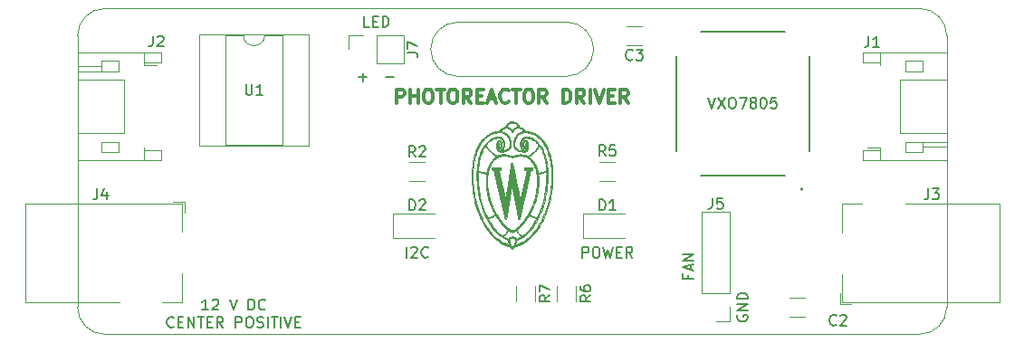
<source format=gbr>
%TF.GenerationSoftware,KiCad,Pcbnew,5.1.8+dfsg1-1+b1*%
%TF.CreationDate,2021-03-06T12:09:01-06:00*%
%TF.ProjectId,driver,64726976-6572-42e6-9b69-6361645f7063,B*%
%TF.SameCoordinates,Original*%
%TF.FileFunction,Legend,Top*%
%TF.FilePolarity,Positive*%
%FSLAX46Y46*%
G04 Gerber Fmt 4.6, Leading zero omitted, Abs format (unit mm)*
G04 Created by KiCad (PCBNEW 5.1.8+dfsg1-1+b1) date 2021-03-06 12:09:01*
%MOMM*%
%LPD*%
G01*
G04 APERTURE LIST*
%ADD10C,0.150000*%
%ADD11C,0.317500*%
%TA.AperFunction,Profile*%
%ADD12C,0.100000*%
%TD*%
%ADD13C,0.127000*%
%ADD14C,0.200000*%
%ADD15C,0.120000*%
%ADD16C,0.010000*%
G04 APERTURE END LIST*
D10*
X145351904Y-87082380D02*
X145685238Y-88082380D01*
X146018571Y-87082380D01*
X146256666Y-87082380D02*
X146923333Y-88082380D01*
X146923333Y-87082380D02*
X146256666Y-88082380D01*
X147494761Y-87082380D02*
X147685238Y-87082380D01*
X147780476Y-87130000D01*
X147875714Y-87225238D01*
X147923333Y-87415714D01*
X147923333Y-87749047D01*
X147875714Y-87939523D01*
X147780476Y-88034761D01*
X147685238Y-88082380D01*
X147494761Y-88082380D01*
X147399523Y-88034761D01*
X147304285Y-87939523D01*
X147256666Y-87749047D01*
X147256666Y-87415714D01*
X147304285Y-87225238D01*
X147399523Y-87130000D01*
X147494761Y-87082380D01*
X148256666Y-87082380D02*
X148923333Y-87082380D01*
X148494761Y-88082380D01*
X149447142Y-87510952D02*
X149351904Y-87463333D01*
X149304285Y-87415714D01*
X149256666Y-87320476D01*
X149256666Y-87272857D01*
X149304285Y-87177619D01*
X149351904Y-87130000D01*
X149447142Y-87082380D01*
X149637619Y-87082380D01*
X149732857Y-87130000D01*
X149780476Y-87177619D01*
X149828095Y-87272857D01*
X149828095Y-87320476D01*
X149780476Y-87415714D01*
X149732857Y-87463333D01*
X149637619Y-87510952D01*
X149447142Y-87510952D01*
X149351904Y-87558571D01*
X149304285Y-87606190D01*
X149256666Y-87701428D01*
X149256666Y-87891904D01*
X149304285Y-87987142D01*
X149351904Y-88034761D01*
X149447142Y-88082380D01*
X149637619Y-88082380D01*
X149732857Y-88034761D01*
X149780476Y-87987142D01*
X149828095Y-87891904D01*
X149828095Y-87701428D01*
X149780476Y-87606190D01*
X149732857Y-87558571D01*
X149637619Y-87510952D01*
X150447142Y-87082380D02*
X150542380Y-87082380D01*
X150637619Y-87130000D01*
X150685238Y-87177619D01*
X150732857Y-87272857D01*
X150780476Y-87463333D01*
X150780476Y-87701428D01*
X150732857Y-87891904D01*
X150685238Y-87987142D01*
X150637619Y-88034761D01*
X150542380Y-88082380D01*
X150447142Y-88082380D01*
X150351904Y-88034761D01*
X150304285Y-87987142D01*
X150256666Y-87891904D01*
X150209047Y-87701428D01*
X150209047Y-87463333D01*
X150256666Y-87272857D01*
X150304285Y-87177619D01*
X150351904Y-87130000D01*
X150447142Y-87082380D01*
X151685238Y-87082380D02*
X151209047Y-87082380D01*
X151161428Y-87558571D01*
X151209047Y-87510952D01*
X151304285Y-87463333D01*
X151542380Y-87463333D01*
X151637619Y-87510952D01*
X151685238Y-87558571D01*
X151732857Y-87653809D01*
X151732857Y-87891904D01*
X151685238Y-87987142D01*
X151637619Y-88034761D01*
X151542380Y-88082380D01*
X151304285Y-88082380D01*
X151209047Y-88034761D01*
X151161428Y-87987142D01*
X143438571Y-103679523D02*
X143438571Y-104012857D01*
X143962380Y-104012857D02*
X142962380Y-104012857D01*
X142962380Y-103536666D01*
X143676666Y-103203333D02*
X143676666Y-102727142D01*
X143962380Y-103298571D02*
X142962380Y-102965238D01*
X143962380Y-102631904D01*
X143962380Y-102298571D02*
X142962380Y-102298571D01*
X143962380Y-101727142D01*
X142962380Y-101727142D01*
X148090000Y-107441904D02*
X148042380Y-107537142D01*
X148042380Y-107680000D01*
X148090000Y-107822857D01*
X148185238Y-107918095D01*
X148280476Y-107965714D01*
X148470952Y-108013333D01*
X148613809Y-108013333D01*
X148804285Y-107965714D01*
X148899523Y-107918095D01*
X148994761Y-107822857D01*
X149042380Y-107680000D01*
X149042380Y-107584761D01*
X148994761Y-107441904D01*
X148947142Y-107394285D01*
X148613809Y-107394285D01*
X148613809Y-107584761D01*
X149042380Y-106965714D02*
X148042380Y-106965714D01*
X149042380Y-106394285D01*
X148042380Y-106394285D01*
X149042380Y-105918095D02*
X148042380Y-105918095D01*
X148042380Y-105680000D01*
X148090000Y-105537142D01*
X148185238Y-105441904D01*
X148280476Y-105394285D01*
X148470952Y-105346666D01*
X148613809Y-105346666D01*
X148804285Y-105394285D01*
X148899523Y-105441904D01*
X148994761Y-105537142D01*
X149042380Y-105680000D01*
X149042380Y-105918095D01*
X115189047Y-85161428D02*
X115950952Y-85161428D01*
X112649047Y-85161428D02*
X113410952Y-85161428D01*
X113030000Y-85542380D02*
X113030000Y-84780476D01*
X117133809Y-102052380D02*
X117133809Y-101052380D01*
X117562380Y-101147619D02*
X117610000Y-101100000D01*
X117705238Y-101052380D01*
X117943333Y-101052380D01*
X118038571Y-101100000D01*
X118086190Y-101147619D01*
X118133809Y-101242857D01*
X118133809Y-101338095D01*
X118086190Y-101480952D01*
X117514761Y-102052380D01*
X118133809Y-102052380D01*
X119133809Y-101957142D02*
X119086190Y-102004761D01*
X118943333Y-102052380D01*
X118848095Y-102052380D01*
X118705238Y-102004761D01*
X118610000Y-101909523D01*
X118562380Y-101814285D01*
X118514761Y-101623809D01*
X118514761Y-101480952D01*
X118562380Y-101290476D01*
X118610000Y-101195238D01*
X118705238Y-101100000D01*
X118848095Y-101052380D01*
X118943333Y-101052380D01*
X119086190Y-101100000D01*
X119133809Y-101147619D01*
X133580476Y-102052380D02*
X133580476Y-101052380D01*
X133961428Y-101052380D01*
X134056666Y-101100000D01*
X134104285Y-101147619D01*
X134151904Y-101242857D01*
X134151904Y-101385714D01*
X134104285Y-101480952D01*
X134056666Y-101528571D01*
X133961428Y-101576190D01*
X133580476Y-101576190D01*
X134770952Y-101052380D02*
X134961428Y-101052380D01*
X135056666Y-101100000D01*
X135151904Y-101195238D01*
X135199523Y-101385714D01*
X135199523Y-101719047D01*
X135151904Y-101909523D01*
X135056666Y-102004761D01*
X134961428Y-102052380D01*
X134770952Y-102052380D01*
X134675714Y-102004761D01*
X134580476Y-101909523D01*
X134532857Y-101719047D01*
X134532857Y-101385714D01*
X134580476Y-101195238D01*
X134675714Y-101100000D01*
X134770952Y-101052380D01*
X135532857Y-101052380D02*
X135770952Y-102052380D01*
X135961428Y-101338095D01*
X136151904Y-102052380D01*
X136390000Y-101052380D01*
X136770952Y-101528571D02*
X137104285Y-101528571D01*
X137247142Y-102052380D02*
X136770952Y-102052380D01*
X136770952Y-101052380D01*
X137247142Y-101052380D01*
X138247142Y-102052380D02*
X137913809Y-101576190D01*
X137675714Y-102052380D02*
X137675714Y-101052380D01*
X138056666Y-101052380D01*
X138151904Y-101100000D01*
X138199523Y-101147619D01*
X138247142Y-101242857D01*
X138247142Y-101385714D01*
X138199523Y-101480952D01*
X138151904Y-101528571D01*
X138056666Y-101576190D01*
X137675714Y-101576190D01*
X98584047Y-106942380D02*
X98012619Y-106942380D01*
X98298333Y-106942380D02*
X98298333Y-105942380D01*
X98203095Y-106085238D01*
X98107857Y-106180476D01*
X98012619Y-106228095D01*
X98965000Y-106037619D02*
X99012619Y-105990000D01*
X99107857Y-105942380D01*
X99345952Y-105942380D01*
X99441190Y-105990000D01*
X99488809Y-106037619D01*
X99536428Y-106132857D01*
X99536428Y-106228095D01*
X99488809Y-106370952D01*
X98917380Y-106942380D01*
X99536428Y-106942380D01*
X100584047Y-105942380D02*
X100917380Y-106942380D01*
X101250714Y-105942380D01*
X102345952Y-106942380D02*
X102345952Y-105942380D01*
X102584047Y-105942380D01*
X102726904Y-105990000D01*
X102822142Y-106085238D01*
X102869761Y-106180476D01*
X102917380Y-106370952D01*
X102917380Y-106513809D01*
X102869761Y-106704285D01*
X102822142Y-106799523D01*
X102726904Y-106894761D01*
X102584047Y-106942380D01*
X102345952Y-106942380D01*
X103917380Y-106847142D02*
X103869761Y-106894761D01*
X103726904Y-106942380D01*
X103631666Y-106942380D01*
X103488809Y-106894761D01*
X103393571Y-106799523D01*
X103345952Y-106704285D01*
X103298333Y-106513809D01*
X103298333Y-106370952D01*
X103345952Y-106180476D01*
X103393571Y-106085238D01*
X103488809Y-105990000D01*
X103631666Y-105942380D01*
X103726904Y-105942380D01*
X103869761Y-105990000D01*
X103917380Y-106037619D01*
X95345952Y-108497142D02*
X95298333Y-108544761D01*
X95155476Y-108592380D01*
X95060238Y-108592380D01*
X94917380Y-108544761D01*
X94822142Y-108449523D01*
X94774523Y-108354285D01*
X94726904Y-108163809D01*
X94726904Y-108020952D01*
X94774523Y-107830476D01*
X94822142Y-107735238D01*
X94917380Y-107640000D01*
X95060238Y-107592380D01*
X95155476Y-107592380D01*
X95298333Y-107640000D01*
X95345952Y-107687619D01*
X95774523Y-108068571D02*
X96107857Y-108068571D01*
X96250714Y-108592380D02*
X95774523Y-108592380D01*
X95774523Y-107592380D01*
X96250714Y-107592380D01*
X96679285Y-108592380D02*
X96679285Y-107592380D01*
X97250714Y-108592380D01*
X97250714Y-107592380D01*
X97584047Y-107592380D02*
X98155476Y-107592380D01*
X97869761Y-108592380D02*
X97869761Y-107592380D01*
X98488809Y-108068571D02*
X98822142Y-108068571D01*
X98965000Y-108592380D02*
X98488809Y-108592380D01*
X98488809Y-107592380D01*
X98965000Y-107592380D01*
X99965000Y-108592380D02*
X99631666Y-108116190D01*
X99393571Y-108592380D02*
X99393571Y-107592380D01*
X99774523Y-107592380D01*
X99869761Y-107640000D01*
X99917380Y-107687619D01*
X99965000Y-107782857D01*
X99965000Y-107925714D01*
X99917380Y-108020952D01*
X99869761Y-108068571D01*
X99774523Y-108116190D01*
X99393571Y-108116190D01*
X101155476Y-108592380D02*
X101155476Y-107592380D01*
X101536428Y-107592380D01*
X101631666Y-107640000D01*
X101679285Y-107687619D01*
X101726904Y-107782857D01*
X101726904Y-107925714D01*
X101679285Y-108020952D01*
X101631666Y-108068571D01*
X101536428Y-108116190D01*
X101155476Y-108116190D01*
X102345952Y-107592380D02*
X102536428Y-107592380D01*
X102631666Y-107640000D01*
X102726904Y-107735238D01*
X102774523Y-107925714D01*
X102774523Y-108259047D01*
X102726904Y-108449523D01*
X102631666Y-108544761D01*
X102536428Y-108592380D01*
X102345952Y-108592380D01*
X102250714Y-108544761D01*
X102155476Y-108449523D01*
X102107857Y-108259047D01*
X102107857Y-107925714D01*
X102155476Y-107735238D01*
X102250714Y-107640000D01*
X102345952Y-107592380D01*
X103155476Y-108544761D02*
X103298333Y-108592380D01*
X103536428Y-108592380D01*
X103631666Y-108544761D01*
X103679285Y-108497142D01*
X103726904Y-108401904D01*
X103726904Y-108306666D01*
X103679285Y-108211428D01*
X103631666Y-108163809D01*
X103536428Y-108116190D01*
X103345952Y-108068571D01*
X103250714Y-108020952D01*
X103203095Y-107973333D01*
X103155476Y-107878095D01*
X103155476Y-107782857D01*
X103203095Y-107687619D01*
X103250714Y-107640000D01*
X103345952Y-107592380D01*
X103584047Y-107592380D01*
X103726904Y-107640000D01*
X104155476Y-108592380D02*
X104155476Y-107592380D01*
X104488809Y-107592380D02*
X105060238Y-107592380D01*
X104774523Y-108592380D02*
X104774523Y-107592380D01*
X105393571Y-108592380D02*
X105393571Y-107592380D01*
X105726904Y-107592380D02*
X106060238Y-108592380D01*
X106393571Y-107592380D01*
X106726904Y-108068571D02*
X107060238Y-108068571D01*
X107203095Y-108592380D02*
X106726904Y-108592380D01*
X106726904Y-107592380D01*
X107203095Y-107592380D01*
D11*
X116205000Y-87569523D02*
X116205000Y-86299523D01*
X116688809Y-86299523D01*
X116809761Y-86360000D01*
X116870238Y-86420476D01*
X116930714Y-86541428D01*
X116930714Y-86722857D01*
X116870238Y-86843809D01*
X116809761Y-86904285D01*
X116688809Y-86964761D01*
X116205000Y-86964761D01*
X117475000Y-87569523D02*
X117475000Y-86299523D01*
X117475000Y-86904285D02*
X118200714Y-86904285D01*
X118200714Y-87569523D02*
X118200714Y-86299523D01*
X119047380Y-86299523D02*
X119289285Y-86299523D01*
X119410238Y-86360000D01*
X119531190Y-86480952D01*
X119591666Y-86722857D01*
X119591666Y-87146190D01*
X119531190Y-87388095D01*
X119410238Y-87509047D01*
X119289285Y-87569523D01*
X119047380Y-87569523D01*
X118926428Y-87509047D01*
X118805476Y-87388095D01*
X118745000Y-87146190D01*
X118745000Y-86722857D01*
X118805476Y-86480952D01*
X118926428Y-86360000D01*
X119047380Y-86299523D01*
X119954523Y-86299523D02*
X120680238Y-86299523D01*
X120317380Y-87569523D02*
X120317380Y-86299523D01*
X121345476Y-86299523D02*
X121587380Y-86299523D01*
X121708333Y-86360000D01*
X121829285Y-86480952D01*
X121889761Y-86722857D01*
X121889761Y-87146190D01*
X121829285Y-87388095D01*
X121708333Y-87509047D01*
X121587380Y-87569523D01*
X121345476Y-87569523D01*
X121224523Y-87509047D01*
X121103571Y-87388095D01*
X121043095Y-87146190D01*
X121043095Y-86722857D01*
X121103571Y-86480952D01*
X121224523Y-86360000D01*
X121345476Y-86299523D01*
X123159761Y-87569523D02*
X122736428Y-86964761D01*
X122434047Y-87569523D02*
X122434047Y-86299523D01*
X122917857Y-86299523D01*
X123038809Y-86360000D01*
X123099285Y-86420476D01*
X123159761Y-86541428D01*
X123159761Y-86722857D01*
X123099285Y-86843809D01*
X123038809Y-86904285D01*
X122917857Y-86964761D01*
X122434047Y-86964761D01*
X123704047Y-86904285D02*
X124127380Y-86904285D01*
X124308809Y-87569523D02*
X123704047Y-87569523D01*
X123704047Y-86299523D01*
X124308809Y-86299523D01*
X124792619Y-87206666D02*
X125397380Y-87206666D01*
X124671666Y-87569523D02*
X125095000Y-86299523D01*
X125518333Y-87569523D01*
X126667380Y-87448571D02*
X126606904Y-87509047D01*
X126425476Y-87569523D01*
X126304523Y-87569523D01*
X126123095Y-87509047D01*
X126002142Y-87388095D01*
X125941666Y-87267142D01*
X125881190Y-87025238D01*
X125881190Y-86843809D01*
X125941666Y-86601904D01*
X126002142Y-86480952D01*
X126123095Y-86360000D01*
X126304523Y-86299523D01*
X126425476Y-86299523D01*
X126606904Y-86360000D01*
X126667380Y-86420476D01*
X127030238Y-86299523D02*
X127755952Y-86299523D01*
X127393095Y-87569523D02*
X127393095Y-86299523D01*
X128421190Y-86299523D02*
X128663095Y-86299523D01*
X128784047Y-86360000D01*
X128905000Y-86480952D01*
X128965476Y-86722857D01*
X128965476Y-87146190D01*
X128905000Y-87388095D01*
X128784047Y-87509047D01*
X128663095Y-87569523D01*
X128421190Y-87569523D01*
X128300238Y-87509047D01*
X128179285Y-87388095D01*
X128118809Y-87146190D01*
X128118809Y-86722857D01*
X128179285Y-86480952D01*
X128300238Y-86360000D01*
X128421190Y-86299523D01*
X130235476Y-87569523D02*
X129812142Y-86964761D01*
X129509761Y-87569523D02*
X129509761Y-86299523D01*
X129993571Y-86299523D01*
X130114523Y-86360000D01*
X130175000Y-86420476D01*
X130235476Y-86541428D01*
X130235476Y-86722857D01*
X130175000Y-86843809D01*
X130114523Y-86904285D01*
X129993571Y-86964761D01*
X129509761Y-86964761D01*
X131747380Y-87569523D02*
X131747380Y-86299523D01*
X132049761Y-86299523D01*
X132231190Y-86360000D01*
X132352142Y-86480952D01*
X132412619Y-86601904D01*
X132473095Y-86843809D01*
X132473095Y-87025238D01*
X132412619Y-87267142D01*
X132352142Y-87388095D01*
X132231190Y-87509047D01*
X132049761Y-87569523D01*
X131747380Y-87569523D01*
X133743095Y-87569523D02*
X133319761Y-86964761D01*
X133017380Y-87569523D02*
X133017380Y-86299523D01*
X133501190Y-86299523D01*
X133622142Y-86360000D01*
X133682619Y-86420476D01*
X133743095Y-86541428D01*
X133743095Y-86722857D01*
X133682619Y-86843809D01*
X133622142Y-86904285D01*
X133501190Y-86964761D01*
X133017380Y-86964761D01*
X134287380Y-87569523D02*
X134287380Y-86299523D01*
X134710714Y-86299523D02*
X135134047Y-87569523D01*
X135557380Y-86299523D01*
X135980714Y-86904285D02*
X136404047Y-86904285D01*
X136585476Y-87569523D02*
X135980714Y-87569523D01*
X135980714Y-86299523D01*
X136585476Y-86299523D01*
X137855476Y-87569523D02*
X137432142Y-86964761D01*
X137129761Y-87569523D02*
X137129761Y-86299523D01*
X137613571Y-86299523D01*
X137734523Y-86360000D01*
X137795000Y-86420476D01*
X137855476Y-86541428D01*
X137855476Y-86722857D01*
X137795000Y-86843809D01*
X137734523Y-86904285D01*
X137613571Y-86964761D01*
X137129761Y-86964761D01*
D10*
X113657142Y-80462380D02*
X113180952Y-80462380D01*
X113180952Y-79462380D01*
X113990476Y-79938571D02*
X114323809Y-79938571D01*
X114466666Y-80462380D02*
X113990476Y-80462380D01*
X113990476Y-79462380D01*
X114466666Y-79462380D01*
X114895238Y-80462380D02*
X114895238Y-79462380D01*
X115133333Y-79462380D01*
X115276190Y-79510000D01*
X115371428Y-79605238D01*
X115419047Y-79700476D01*
X115466666Y-79890952D01*
X115466666Y-80033809D01*
X115419047Y-80224285D01*
X115371428Y-80319523D01*
X115276190Y-80414761D01*
X115133333Y-80462380D01*
X114895238Y-80462380D01*
D12*
X121920000Y-85090000D02*
G75*
G02*
X119380000Y-82550000I0J2540000D01*
G01*
X165100000Y-78740000D02*
X88900000Y-78740000D01*
X119380000Y-82550000D02*
G75*
G02*
X121920000Y-80010000I2540000J0D01*
G01*
X132080000Y-80010000D02*
G75*
G02*
X134620000Y-82550000I0J-2540000D01*
G01*
X134620000Y-82550000D02*
G75*
G02*
X132080000Y-85090000I-2540000J0D01*
G01*
X132080000Y-80010000D02*
X121920000Y-80010000D01*
X132080000Y-85090000D02*
X121920000Y-85090000D01*
X165100000Y-109220000D02*
X88900000Y-109220000D01*
X86360000Y-81280000D02*
X86360000Y-106680000D01*
X167640000Y-106680000D02*
X167640000Y-81280000D01*
X86360000Y-81280000D02*
G75*
G02*
X88900000Y-78740000I2540000J0D01*
G01*
X88900000Y-109220000D02*
G75*
G02*
X86360000Y-106680000I0J2540000D01*
G01*
X167640000Y-106680000D02*
G75*
G02*
X165100000Y-109220000I-2540000J0D01*
G01*
X165100000Y-78740000D02*
G75*
G02*
X167640000Y-81280000I0J-2540000D01*
G01*
D13*
%TO.C,PS1*%
X154840000Y-83200000D02*
X154840000Y-92060000D01*
X142340000Y-92060000D02*
X142340000Y-83200000D01*
X144660000Y-80880000D02*
X152520000Y-80880000D01*
D14*
X154190000Y-95630000D02*
G75*
G03*
X154190000Y-95630000I-100000J0D01*
G01*
D13*
X152520000Y-94380000D02*
X144660000Y-94380000D01*
D15*
%TO.C,R7*%
X129180000Y-104682936D02*
X129180000Y-106137064D01*
X127360000Y-104682936D02*
X127360000Y-106137064D01*
%TO.C,R6*%
X132990000Y-104682936D02*
X132990000Y-106137064D01*
X131170000Y-104682936D02*
X131170000Y-106137064D01*
%TO.C,J1*%
X161430000Y-91760000D02*
X161430000Y-92040000D01*
X161430000Y-92040000D02*
X159830000Y-92040000D01*
X159830000Y-92040000D02*
X159830000Y-92960000D01*
X159830000Y-92960000D02*
X167650000Y-92960000D01*
X167650000Y-92960000D02*
X167650000Y-82840000D01*
X167650000Y-82840000D02*
X159830000Y-82840000D01*
X159830000Y-82840000D02*
X159830000Y-83760000D01*
X159830000Y-83760000D02*
X161430000Y-83760000D01*
X161430000Y-83760000D02*
X161430000Y-84040000D01*
X167650000Y-90400000D02*
X163290000Y-90400000D01*
X163290000Y-90400000D02*
X163290000Y-85400000D01*
X163290000Y-85400000D02*
X167650000Y-85400000D01*
X161430000Y-92960000D02*
X161430000Y-92040000D01*
X161430000Y-82840000D02*
X161430000Y-83760000D01*
X163790000Y-92200000D02*
X165390000Y-92200000D01*
X165390000Y-92200000D02*
X165390000Y-91200000D01*
X165390000Y-91200000D02*
X163790000Y-91200000D01*
X163790000Y-91200000D02*
X163790000Y-92200000D01*
X163790000Y-83600000D02*
X165390000Y-83600000D01*
X165390000Y-83600000D02*
X165390000Y-84600000D01*
X165390000Y-84600000D02*
X163790000Y-84600000D01*
X163790000Y-84600000D02*
X163790000Y-83600000D01*
X165390000Y-91200000D02*
X167650000Y-91200000D01*
X165390000Y-91700000D02*
X167650000Y-91700000D01*
X161430000Y-91760000D02*
X160215000Y-91760000D01*
%TO.C,R5*%
X135162936Y-93070000D02*
X136617064Y-93070000D01*
X135162936Y-94890000D02*
X136617064Y-94890000D01*
%TO.C,R2*%
X117382936Y-93070000D02*
X118837064Y-93070000D01*
X117382936Y-94890000D02*
X118837064Y-94890000D01*
%TO.C,C3*%
X139141252Y-82190000D02*
X137718748Y-82190000D01*
X139141252Y-80370000D02*
X137718748Y-80370000D01*
%TO.C,C2*%
X152958748Y-105770000D02*
X154381252Y-105770000D01*
X152958748Y-107590000D02*
X154381252Y-107590000D01*
D16*
%TO.C,G\u002A\u002A\u002A*%
G36*
X127027014Y-89303991D02*
G01*
X127072375Y-89306052D01*
X127113794Y-89309780D01*
X127148483Y-89315150D01*
X127151395Y-89315759D01*
X127230635Y-89337497D01*
X127304009Y-89367438D01*
X127371830Y-89405785D01*
X127434414Y-89452739D01*
X127492077Y-89508504D01*
X127538895Y-89564889D01*
X127560962Y-89596620D01*
X127583934Y-89633879D01*
X127606332Y-89673914D01*
X127626682Y-89713972D01*
X127643506Y-89751301D01*
X127654383Y-89780197D01*
X127659840Y-89796109D01*
X127664296Y-89807714D01*
X127666434Y-89811967D01*
X127672382Y-89814133D01*
X127685301Y-89817240D01*
X127698942Y-89819959D01*
X127739191Y-89829382D01*
X127784524Y-89843437D01*
X127831659Y-89860992D01*
X127877314Y-89880915D01*
X127881541Y-89882931D01*
X127954134Y-89922295D01*
X128021352Y-89967714D01*
X128082191Y-90018300D01*
X128135644Y-90073169D01*
X128180704Y-90131433D01*
X128201778Y-90165007D01*
X128224618Y-90204605D01*
X128279059Y-90207746D01*
X128385529Y-90215775D01*
X128484491Y-90227326D01*
X128578105Y-90242803D01*
X128668531Y-90262607D01*
X128757931Y-90287143D01*
X128830719Y-90310639D01*
X128961526Y-90360876D01*
X129088777Y-90420499D01*
X129212356Y-90489334D01*
X129332152Y-90567209D01*
X129448049Y-90653949D01*
X129559933Y-90749381D01*
X129667691Y-90853332D01*
X129771209Y-90965630D01*
X129870372Y-91086099D01*
X129965067Y-91214568D01*
X130055180Y-91350862D01*
X130140596Y-91494809D01*
X130221201Y-91646235D01*
X130296883Y-91804967D01*
X130367526Y-91970831D01*
X130433017Y-92143654D01*
X130493241Y-92323263D01*
X130548085Y-92509485D01*
X130597435Y-92702146D01*
X130641177Y-92901072D01*
X130679196Y-93106092D01*
X130682619Y-93126560D01*
X130699612Y-93233878D01*
X130714818Y-93340232D01*
X130728415Y-93447300D01*
X130740581Y-93556754D01*
X130751495Y-93670272D01*
X130761334Y-93789528D01*
X130770276Y-93916198D01*
X130775515Y-94000320D01*
X130777014Y-94032053D01*
X130778320Y-94072725D01*
X130779431Y-94121114D01*
X130780350Y-94176000D01*
X130781074Y-94236164D01*
X130781606Y-94300384D01*
X130781943Y-94367440D01*
X130782087Y-94436112D01*
X130782038Y-94505179D01*
X130781795Y-94573422D01*
X130781358Y-94639620D01*
X130780728Y-94702553D01*
X130779904Y-94760999D01*
X130778887Y-94813740D01*
X130777676Y-94859555D01*
X130776271Y-94897223D01*
X130775521Y-94912180D01*
X130760706Y-95140254D01*
X130742134Y-95360657D01*
X130719574Y-95575248D01*
X130692797Y-95785882D01*
X130661575Y-95994418D01*
X130625677Y-96202712D01*
X130598562Y-96344740D01*
X130543920Y-96602528D01*
X130483133Y-96855889D01*
X130416343Y-97104551D01*
X130343690Y-97348243D01*
X130265316Y-97586694D01*
X130181363Y-97819632D01*
X130091971Y-98046785D01*
X129997284Y-98267883D01*
X129897441Y-98482653D01*
X129792585Y-98690825D01*
X129682856Y-98892126D01*
X129568397Y-99086286D01*
X129449349Y-99273033D01*
X129325853Y-99452096D01*
X129198051Y-99623202D01*
X129066084Y-99786082D01*
X128930094Y-99940462D01*
X128790222Y-100086073D01*
X128646610Y-100222641D01*
X128520289Y-100332593D01*
X128383014Y-100441660D01*
X128241799Y-100543264D01*
X128097294Y-100637063D01*
X127950149Y-100722714D01*
X127801014Y-100799876D01*
X127650540Y-100868204D01*
X127499377Y-100927358D01*
X127348174Y-100976995D01*
X127240991Y-101006312D01*
X127177344Y-101022251D01*
X127161635Y-101045083D01*
X127144591Y-101068346D01*
X127124320Y-101093671D01*
X127102624Y-101119020D01*
X127081308Y-101142358D01*
X127062175Y-101161647D01*
X127047028Y-101174850D01*
X127046183Y-101175479D01*
X127023935Y-101189595D01*
X127005278Y-101195820D01*
X126987957Y-101194570D01*
X126974181Y-101188815D01*
X126960991Y-101179444D01*
X126943303Y-101163706D01*
X126922753Y-101143330D01*
X126900982Y-101120045D01*
X126879628Y-101095582D01*
X126860330Y-101071669D01*
X126850140Y-101057911D01*
X126837365Y-101040384D01*
X126827746Y-101029308D01*
X126818771Y-101022702D01*
X126807924Y-101018586D01*
X126796800Y-101015887D01*
X126772077Y-101009853D01*
X126739916Y-101001219D01*
X126702503Y-100990636D01*
X126662024Y-100978759D01*
X126620666Y-100966241D01*
X126580614Y-100953736D01*
X126544055Y-100941897D01*
X126513174Y-100931377D01*
X126508262Y-100929629D01*
X126342831Y-100864883D01*
X126180279Y-100790418D01*
X126020659Y-100706275D01*
X125864023Y-100612493D01*
X125710422Y-100509114D01*
X125559910Y-100396177D01*
X125412537Y-100273722D01*
X125268357Y-100141790D01*
X125127422Y-100000420D01*
X124989783Y-99849654D01*
X124855494Y-99689531D01*
X124789719Y-99606100D01*
X124664395Y-99437017D01*
X124542577Y-99258870D01*
X124424589Y-99072241D01*
X124310754Y-98877715D01*
X124201397Y-98675873D01*
X124096840Y-98467302D01*
X123997407Y-98252583D01*
X123903423Y-98032300D01*
X123868289Y-97944940D01*
X123767925Y-97678042D01*
X123675635Y-97405710D01*
X123591509Y-97128589D01*
X123515632Y-96847325D01*
X123448093Y-96562562D01*
X123388978Y-96274947D01*
X123338376Y-95985126D01*
X123296373Y-95693744D01*
X123263058Y-95401446D01*
X123238517Y-95108879D01*
X123222838Y-94816688D01*
X123216547Y-94544462D01*
X123326287Y-94544462D01*
X123328822Y-94709384D01*
X123333993Y-94871364D01*
X123341793Y-95027853D01*
X123345244Y-95082360D01*
X123370618Y-95389241D01*
X123405342Y-95693647D01*
X123449348Y-95995270D01*
X123502567Y-96293805D01*
X123564930Y-96588945D01*
X123636367Y-96880384D01*
X123716811Y-97167816D01*
X123806192Y-97450935D01*
X123904442Y-97729434D01*
X123990684Y-97951931D01*
X124055957Y-98107947D01*
X124126386Y-98265661D01*
X124200914Y-98422941D01*
X124278488Y-98577656D01*
X124358051Y-98727674D01*
X124438549Y-98870864D01*
X124482985Y-98946182D01*
X124599807Y-99133112D01*
X124720417Y-99311375D01*
X124844719Y-99480884D01*
X124972616Y-99641555D01*
X125104011Y-99793304D01*
X125238807Y-99936046D01*
X125376907Y-100069697D01*
X125518214Y-100194171D01*
X125662632Y-100309386D01*
X125810063Y-100415255D01*
X125960411Y-100511695D01*
X126113578Y-100598620D01*
X126269467Y-100675947D01*
X126427983Y-100743591D01*
X126589027Y-100801467D01*
X126622043Y-100812023D01*
X126649381Y-100820486D01*
X126673552Y-100827788D01*
X126692797Y-100833411D01*
X126705357Y-100836839D01*
X126709238Y-100837656D01*
X126712388Y-100835383D01*
X126710497Y-100826908D01*
X126707209Y-100818950D01*
X126696747Y-100793084D01*
X126685009Y-100760389D01*
X126672971Y-100723943D01*
X126661606Y-100686824D01*
X126651889Y-100652111D01*
X126644795Y-100622883D01*
X126644098Y-100619560D01*
X126639266Y-100591076D01*
X126634933Y-100556556D01*
X126631564Y-100520119D01*
X126629903Y-100493042D01*
X126626890Y-100425868D01*
X126736905Y-100425868D01*
X126737163Y-100470783D01*
X126737337Y-100474780D01*
X126746427Y-100561631D01*
X126765464Y-100648713D01*
X126794264Y-100735497D01*
X126832642Y-100821460D01*
X126880413Y-100906074D01*
X126898867Y-100934601D01*
X126924326Y-100971751D01*
X126945734Y-101000462D01*
X126963917Y-101021208D01*
X126979699Y-101034465D01*
X126993907Y-101040707D01*
X127007365Y-101040408D01*
X127020899Y-101034043D01*
X127035334Y-101022087D01*
X127041040Y-101016369D01*
X127058353Y-100996242D01*
X127078748Y-100969034D01*
X127100884Y-100936807D01*
X127123420Y-100901627D01*
X127145014Y-100865558D01*
X127164324Y-100830663D01*
X127173723Y-100812235D01*
X127203997Y-100743853D01*
X127229291Y-100672860D01*
X127248108Y-100603495D01*
X127249129Y-100598877D01*
X127256248Y-100557133D01*
X127260882Y-100510440D01*
X127263034Y-100461358D01*
X127262707Y-100412448D01*
X127259904Y-100366270D01*
X127254628Y-100325385D01*
X127248779Y-100298745D01*
X127238121Y-100277399D01*
X127218756Y-100256104D01*
X127192095Y-100235838D01*
X127159549Y-100217578D01*
X127122527Y-100202301D01*
X127099060Y-100195055D01*
X127080157Y-100191112D01*
X127055259Y-100187526D01*
X127028527Y-100184852D01*
X127016653Y-100184075D01*
X126971525Y-100184554D01*
X126927178Y-100190308D01*
X126884939Y-100200741D01*
X126846135Y-100215259D01*
X126812094Y-100233267D01*
X126784141Y-100254170D01*
X126763605Y-100277373D01*
X126751812Y-100302282D01*
X126751654Y-100302869D01*
X126744437Y-100338474D01*
X126739425Y-100380620D01*
X126736905Y-100425868D01*
X126626890Y-100425868D01*
X126626620Y-100419864D01*
X126540591Y-100385256D01*
X126395922Y-100321754D01*
X126252939Y-100248378D01*
X126111888Y-100165310D01*
X125973016Y-100072733D01*
X125962792Y-100065097D01*
X126161212Y-100065097D01*
X126162726Y-100068565D01*
X126172731Y-100076102D01*
X126190440Y-100087446D01*
X126214486Y-100101829D01*
X126243502Y-100118483D01*
X126276120Y-100136639D01*
X126310974Y-100155529D01*
X126346695Y-100174384D01*
X126381918Y-100192437D01*
X126392940Y-100197958D01*
X126421532Y-100211918D01*
X126453008Y-100226819D01*
X126485923Y-100242026D01*
X126518832Y-100256903D01*
X126550292Y-100270815D01*
X126578859Y-100283124D01*
X126603087Y-100293195D01*
X126621534Y-100300392D01*
X126632755Y-100304079D01*
X126634701Y-100304422D01*
X126637372Y-100300025D01*
X126641057Y-100288521D01*
X126643685Y-100277930D01*
X126657916Y-100237272D01*
X126681293Y-100200049D01*
X126713268Y-100166653D01*
X126753294Y-100137474D01*
X126800824Y-100112904D01*
X126855311Y-100093332D01*
X126916207Y-100079151D01*
X126923800Y-100077850D01*
X126977481Y-100072661D01*
X127033329Y-100073953D01*
X127089522Y-100081256D01*
X127144237Y-100094100D01*
X127195652Y-100112013D01*
X127241944Y-100134526D01*
X127281290Y-100161169D01*
X127295672Y-100173828D01*
X127318311Y-100199554D01*
X127337647Y-100229093D01*
X127351848Y-100259244D01*
X127358667Y-100283893D01*
X127361164Y-100296718D01*
X127363446Y-100303984D01*
X127364044Y-100304600D01*
X127372258Y-100302515D01*
X127388243Y-100296667D01*
X127410599Y-100287666D01*
X127437924Y-100276122D01*
X127468818Y-100262645D01*
X127501881Y-100247845D01*
X127535713Y-100232332D01*
X127568913Y-100216715D01*
X127596900Y-100203173D01*
X127628547Y-100187288D01*
X127662414Y-100169719D01*
X127697140Y-100151227D01*
X127731369Y-100132571D01*
X127763741Y-100114513D01*
X127792899Y-100097812D01*
X127817483Y-100083230D01*
X127836137Y-100071527D01*
X127847500Y-100063462D01*
X127849256Y-100061895D01*
X127847459Y-100057148D01*
X127839230Y-100048037D01*
X127826231Y-100036345D01*
X127822942Y-100033641D01*
X127762409Y-99981521D01*
X127700954Y-99922794D01*
X127640569Y-99859641D01*
X127583245Y-99794242D01*
X127530976Y-99728777D01*
X127485752Y-99665428D01*
X127483463Y-99661980D01*
X127471811Y-99643465D01*
X127457818Y-99619860D01*
X127442503Y-99593036D01*
X127426882Y-99564863D01*
X127411973Y-99537213D01*
X127398795Y-99511958D01*
X127388365Y-99490969D01*
X127381701Y-99476117D01*
X127380341Y-99472386D01*
X127375405Y-99471949D01*
X127362832Y-99477877D01*
X127342550Y-99490208D01*
X127322442Y-99503542D01*
X127290622Y-99524350D01*
X127255391Y-99546019D01*
X127218026Y-99567886D01*
X127179806Y-99589286D01*
X127142008Y-99609556D01*
X127105910Y-99628033D01*
X127072791Y-99644052D01*
X127043928Y-99656951D01*
X127020600Y-99666065D01*
X127004083Y-99670730D01*
X126999567Y-99671204D01*
X126988006Y-99668736D01*
X126969038Y-99661681D01*
X126943948Y-99650715D01*
X126914019Y-99636513D01*
X126880537Y-99619752D01*
X126844784Y-99601107D01*
X126808046Y-99581254D01*
X126771607Y-99560867D01*
X126736750Y-99540624D01*
X126704760Y-99521200D01*
X126676922Y-99503270D01*
X126665419Y-99495398D01*
X126633098Y-99472725D01*
X126598901Y-99540342D01*
X126554733Y-99619312D01*
X126501829Y-99699398D01*
X126441308Y-99779233D01*
X126374287Y-99857453D01*
X126301883Y-99932694D01*
X126225215Y-100003592D01*
X126205906Y-100020146D01*
X126185072Y-100038053D01*
X126171313Y-100050802D01*
X126163678Y-100059460D01*
X126161212Y-100065097D01*
X125962792Y-100065097D01*
X125836570Y-99970830D01*
X125702796Y-99859783D01*
X125571941Y-99739776D01*
X125444251Y-99610992D01*
X125335795Y-99491800D01*
X125206555Y-99337190D01*
X125081335Y-99173430D01*
X124960262Y-99000752D01*
X124843462Y-98819391D01*
X124731061Y-98629579D01*
X124623185Y-98431551D01*
X124595502Y-98376300D01*
X124722295Y-98376300D01*
X124724926Y-98383153D01*
X124731901Y-98397587D01*
X124742542Y-98418351D01*
X124756170Y-98444195D01*
X124772105Y-98473870D01*
X124789670Y-98506124D01*
X124808183Y-98539707D01*
X124826968Y-98573370D01*
X124845345Y-98605860D01*
X124862634Y-98635930D01*
X124871744Y-98651509D01*
X124970991Y-98814428D01*
X125071365Y-98968012D01*
X125173477Y-99113076D01*
X125277935Y-99250430D01*
X125385350Y-99380887D01*
X125496332Y-99505261D01*
X125572520Y-99585113D01*
X125679986Y-99690949D01*
X125786236Y-99787749D01*
X125892280Y-99876390D01*
X125999133Y-99957749D01*
X126021491Y-99973793D01*
X126046717Y-99991508D01*
X126065106Y-100003824D01*
X126077948Y-100011441D01*
X126086529Y-100015061D01*
X126092138Y-100015386D01*
X126095151Y-100013904D01*
X126102229Y-100008226D01*
X126115207Y-99997636D01*
X126132164Y-99983705D01*
X126149100Y-99969727D01*
X126167596Y-99953743D01*
X126191066Y-99932426D01*
X126217412Y-99907739D01*
X126244538Y-99881646D01*
X126268559Y-99857905D01*
X126338575Y-99784090D01*
X126399729Y-99711871D01*
X126452920Y-99640037D01*
X126499052Y-99567376D01*
X126536748Y-99497309D01*
X126570421Y-99429158D01*
X126555667Y-99418569D01*
X126546757Y-99411867D01*
X126531610Y-99400150D01*
X126511927Y-99384744D01*
X126489407Y-99366979D01*
X126473857Y-99354640D01*
X126367229Y-99265045D01*
X126260252Y-99165703D01*
X126153247Y-99057006D01*
X126046537Y-98939343D01*
X125940444Y-98813106D01*
X125835291Y-98678686D01*
X125731401Y-98536473D01*
X125629094Y-98386858D01*
X125528696Y-98230233D01*
X125478546Y-98148140D01*
X125462004Y-98120689D01*
X125447159Y-98096183D01*
X125434830Y-98075966D01*
X125425836Y-98061379D01*
X125420998Y-98053765D01*
X125420481Y-98053044D01*
X125415436Y-98054363D01*
X125404539Y-98060970D01*
X125389723Y-98071628D01*
X125381920Y-98077714D01*
X125305375Y-98133366D01*
X125220110Y-98185183D01*
X125126963Y-98232775D01*
X125026772Y-98275752D01*
X124920376Y-98313724D01*
X124808612Y-98346300D01*
X124800360Y-98348432D01*
X124768986Y-98356725D01*
X124746528Y-98363316D01*
X124731954Y-98368573D01*
X124724232Y-98372865D01*
X124722295Y-98376300D01*
X124595502Y-98376300D01*
X124519962Y-98225539D01*
X124421517Y-98011778D01*
X124327978Y-97790500D01*
X124239469Y-97561940D01*
X124156119Y-97326330D01*
X124144566Y-97291887D01*
X124055656Y-97009570D01*
X123976084Y-96724332D01*
X123905804Y-96435918D01*
X123844765Y-96144075D01*
X123792921Y-95848550D01*
X123750223Y-95549091D01*
X123716623Y-95245443D01*
X123692073Y-94937354D01*
X123690007Y-94904560D01*
X123687528Y-94857279D01*
X123685317Y-94801448D01*
X123683390Y-94738673D01*
X123681761Y-94670562D01*
X123680448Y-94598721D01*
X123679464Y-94524756D01*
X123678826Y-94450275D01*
X123678668Y-94408027D01*
X123790806Y-94408027D01*
X123790952Y-94461941D01*
X123791274Y-94513486D01*
X123791779Y-94561522D01*
X123792473Y-94604911D01*
X123793362Y-94642514D01*
X123794045Y-94663260D01*
X123809923Y-94963146D01*
X123834726Y-95260769D01*
X123868371Y-95555784D01*
X123910778Y-95847845D01*
X123961863Y-96136607D01*
X124021544Y-96421725D01*
X124089740Y-96702853D01*
X124166367Y-96979646D01*
X124251345Y-97251759D01*
X124344591Y-97518846D01*
X124446022Y-97780562D01*
X124555556Y-98036562D01*
X124639796Y-98217990D01*
X124655173Y-98249367D01*
X124667139Y-98272212D01*
X124676193Y-98287367D01*
X124682837Y-98295676D01*
X124687252Y-98298000D01*
X124695269Y-98296791D01*
X124711065Y-98293473D01*
X124732585Y-98288508D01*
X124757779Y-98282358D01*
X124766523Y-98280154D01*
X124874054Y-98249723D01*
X124976356Y-98214525D01*
X125072588Y-98174949D01*
X125161906Y-98131390D01*
X125243468Y-98084237D01*
X125316429Y-98033885D01*
X125345463Y-98010922D01*
X125380027Y-97982364D01*
X125358498Y-97943332D01*
X125329283Y-97890111D01*
X125303008Y-97841632D01*
X125278448Y-97795552D01*
X125254377Y-97749530D01*
X125229569Y-97701222D01*
X125202799Y-97648287D01*
X125174582Y-97591880D01*
X125126840Y-97494946D01*
X125083783Y-97405014D01*
X125044726Y-97320460D01*
X125008984Y-97239661D01*
X124975873Y-97160992D01*
X124944706Y-97082831D01*
X124914800Y-97003554D01*
X124885470Y-96921536D01*
X124858512Y-96842580D01*
X124785143Y-96609193D01*
X124721445Y-96376055D01*
X124667219Y-96142148D01*
X124622262Y-95906454D01*
X124586372Y-95667955D01*
X124559350Y-95425631D01*
X124546246Y-95262700D01*
X124542467Y-95197650D01*
X124539488Y-95125893D01*
X124537310Y-95049218D01*
X124535934Y-94969416D01*
X124535886Y-94962520D01*
X124676878Y-94962520D01*
X124680763Y-95115933D01*
X124688687Y-95271080D01*
X124700651Y-95426444D01*
X124701701Y-95437960D01*
X124724361Y-95642471D01*
X124754587Y-95848128D01*
X124792067Y-96053734D01*
X124836492Y-96258091D01*
X124887551Y-96460001D01*
X124944934Y-96658268D01*
X125008330Y-96851694D01*
X125077428Y-97039081D01*
X125151918Y-97219233D01*
X125179791Y-97281638D01*
X125269882Y-97472834D01*
X125363645Y-97659349D01*
X125460624Y-97840410D01*
X125560364Y-98015245D01*
X125662407Y-98183082D01*
X125766300Y-98343150D01*
X125871586Y-98494677D01*
X125977809Y-98636891D01*
X125986862Y-98648520D01*
X126068136Y-98748966D01*
X126153076Y-98847123D01*
X126240387Y-98941653D01*
X126328776Y-99031222D01*
X126416947Y-99114491D01*
X126503606Y-99190127D01*
X126542069Y-99221560D01*
X126575208Y-99247068D01*
X126614257Y-99275545D01*
X126656983Y-99305486D01*
X126701155Y-99335383D01*
X126744541Y-99363732D01*
X126784907Y-99389027D01*
X126820023Y-99409762D01*
X126826118Y-99413173D01*
X126850906Y-99426482D01*
X126878349Y-99440539D01*
X126906779Y-99454563D01*
X126934526Y-99467774D01*
X126959920Y-99479391D01*
X126981291Y-99488635D01*
X126996970Y-99494724D01*
X127005223Y-99496880D01*
X127011928Y-99494696D01*
X127026235Y-99488593D01*
X127046683Y-99479244D01*
X127071812Y-99467321D01*
X127100161Y-99453497D01*
X127109370Y-99448933D01*
X127155786Y-99424876D01*
X127441963Y-99424876D01*
X127444085Y-99430428D01*
X127449917Y-99443371D01*
X127458663Y-99461995D01*
X127469524Y-99484586D01*
X127474278Y-99494340D01*
X127521362Y-99580364D01*
X127578243Y-99665947D01*
X127645019Y-99751214D01*
X127721786Y-99836292D01*
X127784860Y-99898990D01*
X127800865Y-99913913D01*
X127819944Y-99931209D01*
X127840652Y-99949623D01*
X127861539Y-99967903D01*
X127881161Y-99984796D01*
X127898068Y-99999049D01*
X127910815Y-100009409D01*
X127917953Y-100014622D01*
X127918834Y-100015000D01*
X127923565Y-100012293D01*
X127934470Y-100005063D01*
X127949466Y-99994702D01*
X127954394Y-99991232D01*
X128093013Y-99887271D01*
X128228432Y-99773744D01*
X128360565Y-99650753D01*
X128489326Y-99518404D01*
X128614629Y-99376800D01*
X128736388Y-99226045D01*
X128854517Y-99066244D01*
X128968932Y-98897500D01*
X129079545Y-98719917D01*
X129186271Y-98533599D01*
X129239799Y-98434066D01*
X129276473Y-98364392D01*
X129262186Y-98361183D01*
X129165060Y-98336449D01*
X129069168Y-98306365D01*
X128975901Y-98271554D01*
X128886654Y-98232639D01*
X128802820Y-98190243D01*
X128725792Y-98144990D01*
X128656964Y-98097501D01*
X128635844Y-98081090D01*
X128617245Y-98066750D01*
X128601405Y-98055628D01*
X128589997Y-98048826D01*
X128584698Y-98047445D01*
X128584692Y-98047451D01*
X128581012Y-98052844D01*
X128572920Y-98065665D01*
X128561211Y-98084619D01*
X128546684Y-98108411D01*
X128530134Y-98135746D01*
X128521145Y-98150680D01*
X128460575Y-98249050D01*
X128395521Y-98350208D01*
X128327681Y-98451657D01*
X128258751Y-98550900D01*
X128190429Y-98645441D01*
X128131581Y-98723515D01*
X128042153Y-98835753D01*
X127950316Y-98943723D01*
X127856971Y-99046495D01*
X127763015Y-99143141D01*
X127669349Y-99232733D01*
X127576872Y-99314342D01*
X127496070Y-99379682D01*
X127476198Y-99395263D01*
X127459609Y-99408729D01*
X127447785Y-99418841D01*
X127442208Y-99424362D01*
X127441963Y-99424876D01*
X127155786Y-99424876D01*
X127178722Y-99412989D01*
X127243389Y-99376263D01*
X127305700Y-99337245D01*
X127367988Y-99294420D01*
X127432585Y-99246277D01*
X127482600Y-99206855D01*
X127591519Y-99114166D01*
X127700070Y-99011560D01*
X127808078Y-98899280D01*
X127915364Y-98777566D01*
X128021754Y-98646662D01*
X128127070Y-98506808D01*
X128231136Y-98358247D01*
X128333775Y-98201219D01*
X128434811Y-98035968D01*
X128469777Y-97974941D01*
X128624286Y-97974941D01*
X128643993Y-97991856D01*
X128721772Y-98052342D01*
X128808353Y-98107853D01*
X128903659Y-98158351D01*
X129007611Y-98203799D01*
X129120132Y-98244157D01*
X129224303Y-98274931D01*
X129249435Y-98281476D01*
X129271895Y-98286942D01*
X129289407Y-98290799D01*
X129299690Y-98292520D01*
X129300344Y-98292558D01*
X129304788Y-98291761D01*
X129309482Y-98288342D01*
X129315113Y-98281172D01*
X129322373Y-98269125D01*
X129331948Y-98251072D01*
X129344529Y-98225886D01*
X129358052Y-98198126D01*
X129419951Y-98065865D01*
X129481705Y-97925227D01*
X129542600Y-97777978D01*
X129601925Y-97625882D01*
X129658965Y-97470708D01*
X129703201Y-97343389D01*
X129795384Y-97055269D01*
X129878474Y-96762822D01*
X129952412Y-96466364D01*
X130017139Y-96166213D01*
X130072599Y-95862688D01*
X130118732Y-95556106D01*
X130155481Y-95246786D01*
X130182787Y-94935045D01*
X130200321Y-94627700D01*
X130201245Y-94601007D01*
X130202086Y-94567543D01*
X130202839Y-94528373D01*
X130203501Y-94484560D01*
X130204069Y-94437168D01*
X130204540Y-94387259D01*
X130204911Y-94335899D01*
X130205176Y-94284149D01*
X130205335Y-94233074D01*
X130205382Y-94183738D01*
X130205315Y-94137204D01*
X130205131Y-94094535D01*
X130204825Y-94056796D01*
X130204394Y-94025050D01*
X130203836Y-94000360D01*
X130203146Y-93983789D01*
X130202396Y-93976640D01*
X130200662Y-93971732D01*
X130197541Y-93969566D01*
X130191193Y-93970506D01*
X130179780Y-93974914D01*
X130161463Y-93983156D01*
X130155475Y-93985910D01*
X130017113Y-94044043D01*
X129875121Y-94092761D01*
X129730063Y-94131901D01*
X129582504Y-94161303D01*
X129502227Y-94173042D01*
X129474857Y-94176603D01*
X129451332Y-94179784D01*
X129433359Y-94182343D01*
X129422647Y-94184039D01*
X129420388Y-94184566D01*
X129420700Y-94189739D01*
X129422170Y-94203125D01*
X129424577Y-94222869D01*
X129427702Y-94247119D01*
X129428784Y-94255283D01*
X129446208Y-94409804D01*
X129458329Y-94571702D01*
X129465149Y-94739689D01*
X129466672Y-94912477D01*
X129462902Y-95088779D01*
X129453841Y-95267308D01*
X129439493Y-95446776D01*
X129425384Y-95580200D01*
X129396835Y-95791830D01*
X129360804Y-96003478D01*
X129317603Y-96213989D01*
X129267544Y-96422211D01*
X129210936Y-96626989D01*
X129148091Y-96827169D01*
X129079321Y-97021598D01*
X129004935Y-97209121D01*
X128955581Y-97322640D01*
X128939413Y-97357786D01*
X128919350Y-97400191D01*
X128896150Y-97448341D01*
X128870571Y-97500721D01*
X128843372Y-97555815D01*
X128815309Y-97612110D01*
X128787142Y-97668089D01*
X128759629Y-97722240D01*
X128733527Y-97773045D01*
X128709595Y-97818992D01*
X128688592Y-97858565D01*
X128673484Y-97886280D01*
X128624286Y-97974941D01*
X128469777Y-97974941D01*
X128534067Y-97862735D01*
X128631366Y-97681761D01*
X128711773Y-97523300D01*
X128754129Y-97436835D01*
X128792113Y-97357538D01*
X128826422Y-97283774D01*
X128857755Y-97213907D01*
X128886810Y-97146301D01*
X128914287Y-97079321D01*
X128940884Y-97011331D01*
X128967300Y-96940695D01*
X128994232Y-96865779D01*
X129001842Y-96844154D01*
X129061644Y-96662896D01*
X129115764Y-96477101D01*
X129164094Y-96287705D01*
X129206529Y-96095642D01*
X129242964Y-95901849D01*
X129273293Y-95707259D01*
X129297410Y-95512810D01*
X129315211Y-95319434D01*
X129326588Y-95128069D01*
X129331438Y-94939649D01*
X129329654Y-94755109D01*
X129321130Y-94575385D01*
X129305761Y-94401411D01*
X129290881Y-94283597D01*
X129264018Y-94120290D01*
X129231113Y-93963552D01*
X129192269Y-93813577D01*
X129147585Y-93670558D01*
X129097164Y-93534689D01*
X129041106Y-93406162D01*
X128979512Y-93285170D01*
X128912484Y-93171908D01*
X128840123Y-93066567D01*
X128762529Y-92969341D01*
X128679806Y-92880423D01*
X128592052Y-92800006D01*
X128499370Y-92728284D01*
X128463040Y-92703454D01*
X128396368Y-92663585D01*
X128324871Y-92628943D01*
X128247656Y-92599229D01*
X128163827Y-92574148D01*
X128111300Y-92562217D01*
X128532658Y-92562217D01*
X128534410Y-92566918D01*
X128542764Y-92575659D01*
X128555990Y-92586666D01*
X128558058Y-92588232D01*
X128653321Y-92665515D01*
X128745004Y-92751826D01*
X128832727Y-92846547D01*
X128916108Y-92949061D01*
X128994764Y-93058752D01*
X129068315Y-93175002D01*
X129136377Y-93297194D01*
X129198570Y-93424713D01*
X129254511Y-93556939D01*
X129303819Y-93693258D01*
X129346112Y-93833052D01*
X129359130Y-93882465D01*
X129365425Y-93908066D01*
X129372372Y-93937591D01*
X129379598Y-93969310D01*
X129386730Y-94001493D01*
X129393395Y-94032408D01*
X129399220Y-94060325D01*
X129403831Y-94083513D01*
X129406855Y-94100243D01*
X129407920Y-94108716D01*
X129412652Y-94108996D01*
X129425686Y-94107973D01*
X129445282Y-94105869D01*
X129469695Y-94102905D01*
X129497184Y-94099301D01*
X129526007Y-94095280D01*
X129554421Y-94091062D01*
X129580684Y-94086869D01*
X129583180Y-94086451D01*
X129643655Y-94074901D01*
X129709998Y-94059845D01*
X129778892Y-94042126D01*
X129847024Y-94022590D01*
X129900680Y-94005579D01*
X129939130Y-93992233D01*
X129980778Y-93976837D01*
X130023589Y-93960222D01*
X130065528Y-93943219D01*
X130104560Y-93926658D01*
X130138651Y-93911370D01*
X130165764Y-93898185D01*
X130172460Y-93894641D01*
X130197860Y-93880825D01*
X130196295Y-93837702D01*
X130195394Y-93818496D01*
X130193855Y-93791725D01*
X130191840Y-93759951D01*
X130189512Y-93725739D01*
X130187322Y-93695520D01*
X130168234Y-93487667D01*
X130142486Y-93284959D01*
X130110174Y-93087702D01*
X130071389Y-92896204D01*
X130026226Y-92710771D01*
X129974778Y-92531712D01*
X129917138Y-92359333D01*
X129853400Y-92193941D01*
X129783657Y-92035845D01*
X129708003Y-91885350D01*
X129626530Y-91742765D01*
X129563850Y-91644470D01*
X129549070Y-91622589D01*
X129536251Y-91604083D01*
X129526442Y-91590431D01*
X129520696Y-91583116D01*
X129519715Y-91582286D01*
X129516630Y-91586611D01*
X129510474Y-91598179D01*
X129502302Y-91614952D01*
X129497393Y-91625517D01*
X129464749Y-91689549D01*
X129423876Y-91757291D01*
X129375537Y-91827721D01*
X129320496Y-91899818D01*
X129259514Y-91972561D01*
X129193355Y-92044928D01*
X129153987Y-92085252D01*
X129042427Y-92190748D01*
X128923388Y-92291436D01*
X128796205Y-92387836D01*
X128660215Y-92480472D01*
X128614883Y-92509310D01*
X128589637Y-92525188D01*
X128567332Y-92539360D01*
X128549418Y-92550894D01*
X128537349Y-92558855D01*
X128532658Y-92562217D01*
X128111300Y-92562217D01*
X128072490Y-92553402D01*
X127972751Y-92536694D01*
X127952500Y-92533915D01*
X127915053Y-92530044D01*
X127870417Y-92527209D01*
X127820935Y-92525412D01*
X127768949Y-92524654D01*
X127716804Y-92524938D01*
X127666841Y-92526264D01*
X127621405Y-92528636D01*
X127582839Y-92532053D01*
X127570440Y-92533632D01*
X127511998Y-92542800D01*
X127450159Y-92554317D01*
X127383112Y-92568554D01*
X127309046Y-92585881D01*
X127279400Y-92593174D01*
X127218535Y-92608102D01*
X127166284Y-92620359D01*
X127121502Y-92630105D01*
X127083042Y-92637498D01*
X127049761Y-92642696D01*
X127020512Y-92645859D01*
X126994152Y-92647145D01*
X126969535Y-92646712D01*
X126945516Y-92644720D01*
X126926082Y-92642128D01*
X126907962Y-92638873D01*
X126881769Y-92633476D01*
X126849268Y-92626335D01*
X126812223Y-92617849D01*
X126772398Y-92608416D01*
X126731558Y-92598434D01*
X126721705Y-92595976D01*
X126644954Y-92577241D01*
X126576400Y-92561631D01*
X126514638Y-92548950D01*
X126458261Y-92539003D01*
X126405866Y-92531593D01*
X126356047Y-92526524D01*
X126307398Y-92523601D01*
X126258515Y-92522627D01*
X126207993Y-92523408D01*
X126202491Y-92523585D01*
X126097174Y-92530190D01*
X125994849Y-92542660D01*
X125897029Y-92560720D01*
X125805225Y-92584092D01*
X125724606Y-92611099D01*
X125643488Y-92646932D01*
X125562587Y-92692397D01*
X125482525Y-92746973D01*
X125403924Y-92810139D01*
X125327404Y-92881376D01*
X125253588Y-92960162D01*
X125183097Y-93045977D01*
X125146520Y-93095213D01*
X125078587Y-93197568D01*
X125015253Y-93308512D01*
X124956712Y-93427480D01*
X124903157Y-93553907D01*
X124854781Y-93687227D01*
X124811777Y-93826875D01*
X124774339Y-93972285D01*
X124742659Y-94122891D01*
X124716932Y-94278129D01*
X124701738Y-94396560D01*
X124689464Y-94527860D01*
X124681229Y-94666966D01*
X124677034Y-94812358D01*
X124676878Y-94962520D01*
X124535886Y-94962520D01*
X124535359Y-94888278D01*
X124535586Y-94807594D01*
X124536616Y-94729156D01*
X124538448Y-94654753D01*
X124541082Y-94586176D01*
X124544520Y-94525217D01*
X124546130Y-94503240D01*
X124549444Y-94463794D01*
X124553321Y-94421691D01*
X124557577Y-94378609D01*
X124562025Y-94336227D01*
X124566482Y-94296225D01*
X124570763Y-94260281D01*
X124574682Y-94230074D01*
X124578056Y-94207284D01*
X124579774Y-94197702D01*
X124580746Y-94190363D01*
X124578511Y-94186017D01*
X124570955Y-94183448D01*
X124555964Y-94181439D01*
X124550456Y-94180845D01*
X124517807Y-94176870D01*
X124478403Y-94171307D01*
X124435298Y-94164653D01*
X124391543Y-94157406D01*
X124350192Y-94150064D01*
X124314296Y-94143122D01*
X124298809Y-94139839D01*
X124224847Y-94121949D01*
X124148583Y-94100659D01*
X124072228Y-94076721D01*
X123997991Y-94050891D01*
X123928080Y-94023923D01*
X123864707Y-93996569D01*
X123829442Y-93979635D01*
X123800865Y-93965252D01*
X123797700Y-93989136D01*
X123796420Y-94004101D01*
X123795255Y-94028087D01*
X123794210Y-94059953D01*
X123793293Y-94098563D01*
X123792509Y-94142776D01*
X123791865Y-94191453D01*
X123791367Y-94243456D01*
X123791020Y-94297645D01*
X123790831Y-94352881D01*
X123790806Y-94408027D01*
X123678668Y-94408027D01*
X123678550Y-94376884D01*
X123678651Y-94306190D01*
X123679143Y-94239799D01*
X123680044Y-94179319D01*
X123681368Y-94126355D01*
X123682246Y-94101920D01*
X123694275Y-93883513D01*
X123803291Y-93883513D01*
X123866215Y-93913560D01*
X123979843Y-93963575D01*
X124096863Y-94006575D01*
X124218370Y-94042864D01*
X124345459Y-94072745D01*
X124479224Y-94096523D01*
X124569220Y-94108724D01*
X124581263Y-94110268D01*
X124588173Y-94111318D01*
X124591961Y-94107680D01*
X124594347Y-94100650D01*
X124596282Y-94091124D01*
X124599613Y-94074197D01*
X124603837Y-94052447D01*
X124607512Y-94033340D01*
X124623205Y-93959915D01*
X124643091Y-93880531D01*
X124666320Y-93798047D01*
X124692041Y-93715322D01*
X124719404Y-93635217D01*
X124747558Y-93560590D01*
X124749845Y-93554877D01*
X124766879Y-93514456D01*
X124787841Y-93467766D01*
X124811515Y-93417297D01*
X124836682Y-93365541D01*
X124862127Y-93314989D01*
X124886632Y-93268131D01*
X124908979Y-93227460D01*
X124914569Y-93217718D01*
X124980438Y-93110927D01*
X125051683Y-93007935D01*
X125127355Y-92909865D01*
X125206507Y-92817842D01*
X125288189Y-92732988D01*
X125371452Y-92656428D01*
X125426872Y-92610940D01*
X125447561Y-92594632D01*
X125465082Y-92580537D01*
X125478017Y-92569820D01*
X125484943Y-92563648D01*
X125485721Y-92562680D01*
X125481772Y-92559189D01*
X125470940Y-92551986D01*
X125455190Y-92542348D01*
X125446727Y-92537385D01*
X125421767Y-92522350D01*
X125390378Y-92502535D01*
X125354345Y-92479140D01*
X125315453Y-92453364D01*
X125275485Y-92426409D01*
X125236226Y-92399473D01*
X125199461Y-92373758D01*
X125166974Y-92350464D01*
X125148340Y-92336696D01*
X125052575Y-92261776D01*
X124961338Y-92184412D01*
X124875282Y-92105314D01*
X124795063Y-92025192D01*
X124721335Y-91944754D01*
X124654754Y-91864712D01*
X124595975Y-91785774D01*
X124545652Y-91708649D01*
X124510097Y-91645206D01*
X124480142Y-91587069D01*
X124432619Y-91659584D01*
X124351383Y-91791724D01*
X124275201Y-91932396D01*
X124204177Y-92081259D01*
X124138415Y-92237972D01*
X124078020Y-92402195D01*
X124023096Y-92573587D01*
X123973747Y-92751807D01*
X123930077Y-92936513D01*
X123892190Y-93127367D01*
X123860190Y-93324026D01*
X123834183Y-93526149D01*
X123820339Y-93662500D01*
X123817061Y-93699347D01*
X123813871Y-93736672D01*
X123810977Y-93771925D01*
X123808590Y-93802558D01*
X123806915Y-93826024D01*
X123806731Y-93828886D01*
X123803291Y-93883513D01*
X123694275Y-93883513D01*
X123694988Y-93870569D01*
X123714106Y-93645257D01*
X123739549Y-93426179D01*
X123771266Y-93213535D01*
X123809207Y-93007520D01*
X123853321Y-92808334D01*
X123903558Y-92616173D01*
X123959867Y-92431234D01*
X124022198Y-92253716D01*
X124090499Y-92083815D01*
X124164722Y-91921730D01*
X124244815Y-91767658D01*
X124306584Y-91660980D01*
X124388414Y-91533567D01*
X124398232Y-91519988D01*
X124538609Y-91519988D01*
X124539031Y-91523043D01*
X124545481Y-91540181D01*
X124556410Y-91563922D01*
X124570781Y-91592339D01*
X124587555Y-91623505D01*
X124605692Y-91655491D01*
X124624156Y-91686372D01*
X124641908Y-91714218D01*
X124642528Y-91715150D01*
X124711056Y-91810471D01*
X124789152Y-91905227D01*
X124876226Y-91998882D01*
X124971686Y-92090900D01*
X125074940Y-92180744D01*
X125185398Y-92267879D01*
X125302468Y-92351768D01*
X125425558Y-92431874D01*
X125448060Y-92445699D01*
X125472915Y-92460939D01*
X125497156Y-92475983D01*
X125518208Y-92489221D01*
X125533493Y-92499042D01*
X125535012Y-92500044D01*
X125561004Y-92517263D01*
X125651570Y-92481419D01*
X125710494Y-92458617D01*
X125762403Y-92439837D01*
X125809373Y-92424563D01*
X125853480Y-92412281D01*
X125896801Y-92402477D01*
X125941411Y-92394636D01*
X125989387Y-92388245D01*
X126042806Y-92382787D01*
X126053521Y-92381833D01*
X126105013Y-92378313D01*
X126159443Y-92376340D01*
X126214542Y-92375879D01*
X126268042Y-92376896D01*
X126317676Y-92379357D01*
X126361176Y-92383226D01*
X126387930Y-92386949D01*
X126401902Y-92389616D01*
X126424619Y-92394330D01*
X126454927Y-92400835D01*
X126491674Y-92408879D01*
X126533708Y-92418205D01*
X126579876Y-92428561D01*
X126629027Y-92439691D01*
X126680007Y-92451341D01*
X126690190Y-92453681D01*
X126753034Y-92468094D01*
X126806873Y-92480326D01*
X126852588Y-92490540D01*
X126891060Y-92498895D01*
X126923172Y-92505554D01*
X126949804Y-92510677D01*
X126971838Y-92514426D01*
X126990154Y-92516961D01*
X127005635Y-92518445D01*
X127019162Y-92519038D01*
X127031616Y-92518902D01*
X127043180Y-92518249D01*
X127054175Y-92516625D01*
X127073938Y-92512833D01*
X127101364Y-92507117D01*
X127135351Y-92499721D01*
X127174795Y-92490889D01*
X127218593Y-92480864D01*
X127265644Y-92469891D01*
X127314843Y-92458214D01*
X127317500Y-92457578D01*
X127367127Y-92445722D01*
X127414933Y-92434373D01*
X127459770Y-92423798D01*
X127500490Y-92414264D01*
X127535947Y-92406038D01*
X127564994Y-92399388D01*
X127586483Y-92394581D01*
X127599268Y-92391886D01*
X127599440Y-92391853D01*
X127632538Y-92387112D01*
X127674125Y-92383719D01*
X127722623Y-92381654D01*
X127776452Y-92380898D01*
X127834033Y-92381430D01*
X127893789Y-92383232D01*
X127954140Y-92386283D01*
X128013508Y-92390564D01*
X128070313Y-92396054D01*
X128086637Y-92397936D01*
X128178115Y-92412183D01*
X128262334Y-92432229D01*
X128340626Y-92458448D01*
X128408936Y-92488527D01*
X128462840Y-92515181D01*
X128532790Y-92471560D01*
X128646095Y-92398333D01*
X128750835Y-92325155D01*
X128848530Y-92250852D01*
X128940701Y-92174247D01*
X129028869Y-92094165D01*
X129061782Y-92062437D01*
X129138223Y-91984597D01*
X129208390Y-91907082D01*
X129271794Y-91830547D01*
X129327945Y-91755644D01*
X129376355Y-91683028D01*
X129416533Y-91613352D01*
X129447992Y-91547270D01*
X129448670Y-91545651D01*
X129465006Y-91506522D01*
X129420306Y-91451671D01*
X129397243Y-91424658D01*
X129368365Y-91392841D01*
X129335252Y-91357802D01*
X129299488Y-91321121D01*
X129262654Y-91284378D01*
X129226332Y-91249154D01*
X129192105Y-91217029D01*
X129161555Y-91189585D01*
X129138745Y-91170380D01*
X129039760Y-91096523D01*
X128938321Y-91031938D01*
X128834758Y-90976757D01*
X128729401Y-90931111D01*
X128622581Y-90895132D01*
X128514629Y-90868950D01*
X128405876Y-90852698D01*
X128325823Y-90847168D01*
X128269330Y-90846692D01*
X128220549Y-90849842D01*
X128177542Y-90857073D01*
X128138369Y-90868837D01*
X128101090Y-90885589D01*
X128063767Y-90907783D01*
X128062162Y-90908845D01*
X128014997Y-90946168D01*
X127972258Y-90992309D01*
X127934267Y-91046793D01*
X127901352Y-91109142D01*
X127873835Y-91178879D01*
X127869685Y-91191535D01*
X127850345Y-91268091D01*
X127839478Y-91348480D01*
X127836977Y-91431100D01*
X127842732Y-91514344D01*
X127856636Y-91596609D01*
X127878581Y-91676291D01*
X127907306Y-91749288D01*
X127931376Y-91795209D01*
X127959970Y-91838902D01*
X127991729Y-91878806D01*
X128025292Y-91913358D01*
X128059299Y-91940996D01*
X128090026Y-91959077D01*
X128125350Y-91971838D01*
X128161263Y-91978005D01*
X128195211Y-91977387D01*
X128224643Y-91969793D01*
X128225905Y-91969247D01*
X128256058Y-91952919D01*
X128281617Y-91931850D01*
X128305522Y-91903555D01*
X128308552Y-91899370D01*
X128333268Y-91857942D01*
X128354518Y-91808302D01*
X128371773Y-91751962D01*
X128384503Y-91690438D01*
X128386663Y-91676220D01*
X128390889Y-91629931D01*
X128391747Y-91577343D01*
X128389450Y-91521664D01*
X128384213Y-91466103D01*
X128376248Y-91413866D01*
X128366298Y-91370058D01*
X128351818Y-91325942D01*
X128334005Y-91285089D01*
X128313698Y-91248758D01*
X128291735Y-91218207D01*
X128268957Y-91194694D01*
X128246201Y-91179477D01*
X128236779Y-91175841D01*
X128209286Y-91172729D01*
X128182181Y-91179089D01*
X128156363Y-91194244D01*
X128132732Y-91217518D01*
X128112187Y-91248237D01*
X128097559Y-91280398D01*
X128085111Y-91322785D01*
X128076801Y-91370636D01*
X128072710Y-91421162D01*
X128072919Y-91471574D01*
X128077512Y-91519084D01*
X128086569Y-91560903D01*
X128089100Y-91568860D01*
X128105224Y-91608373D01*
X128123364Y-91637949D01*
X128143544Y-91657617D01*
X128165788Y-91667403D01*
X128177520Y-91668600D01*
X128192820Y-91664822D01*
X128204979Y-91652918D01*
X128214777Y-91632028D01*
X128217012Y-91625093D01*
X128223541Y-91586751D01*
X128221657Y-91544574D01*
X128211584Y-91500077D01*
X128193544Y-91454776D01*
X128191314Y-91450268D01*
X128182712Y-91431727D01*
X128176386Y-91415309D01*
X128173534Y-91404178D01*
X128173480Y-91403157D01*
X128178263Y-91385552D01*
X128191473Y-91370843D01*
X128204020Y-91363774D01*
X128224918Y-91360257D01*
X128246364Y-91365888D01*
X128267174Y-91379803D01*
X128286164Y-91401139D01*
X128302147Y-91429034D01*
X128305987Y-91438065D01*
X128310395Y-91450074D01*
X128313564Y-91461665D01*
X128315701Y-91474837D01*
X128317014Y-91491586D01*
X128317710Y-91513913D01*
X128317995Y-91543815D01*
X128318031Y-91554300D01*
X128317869Y-91590175D01*
X128317055Y-91618135D01*
X128315418Y-91640412D01*
X128312787Y-91659240D01*
X128308993Y-91676850D01*
X128308532Y-91678676D01*
X128293725Y-91727604D01*
X128276308Y-91769582D01*
X128256712Y-91804009D01*
X128235367Y-91830284D01*
X128212703Y-91847805D01*
X128189150Y-91855972D01*
X128181190Y-91856512D01*
X128158484Y-91852243D01*
X128133406Y-91840494D01*
X128108442Y-91822710D01*
X128087653Y-91802190D01*
X128070661Y-91779156D01*
X128052507Y-91748884D01*
X128034518Y-91713988D01*
X128018019Y-91677080D01*
X128004338Y-91640772D01*
X128001811Y-91633040D01*
X127985065Y-91568684D01*
X127974287Y-91501576D01*
X127969511Y-91433788D01*
X127970769Y-91367394D01*
X127978093Y-91304464D01*
X127991516Y-91247071D01*
X127995550Y-91234636D01*
X128016995Y-91184797D01*
X128044680Y-91140810D01*
X128077713Y-91103768D01*
X128115200Y-91074769D01*
X128134594Y-91063988D01*
X128156010Y-91054467D01*
X128175078Y-91048796D01*
X128196685Y-91045755D01*
X128211546Y-91044754D01*
X128234082Y-91044001D01*
X128250363Y-91044962D01*
X128264233Y-91048221D01*
X128279534Y-91054366D01*
X128282019Y-91055494D01*
X128318243Y-91077502D01*
X128351506Y-91108620D01*
X128381567Y-91148173D01*
X128408189Y-91195483D01*
X128431133Y-91249874D01*
X128450161Y-91310669D01*
X128465034Y-91377191D01*
X128475515Y-91448764D01*
X128481364Y-91524710D01*
X128482343Y-91604353D01*
X128481863Y-91622880D01*
X128476870Y-91700810D01*
X128467345Y-91773995D01*
X128453544Y-91841854D01*
X128435725Y-91903807D01*
X128414143Y-91959274D01*
X128389057Y-92007675D01*
X128360722Y-92048431D01*
X128329397Y-92080961D01*
X128295337Y-92104685D01*
X128262479Y-92118051D01*
X128243155Y-92121966D01*
X128215471Y-92125554D01*
X128181227Y-92128716D01*
X128142222Y-92131355D01*
X128100254Y-92133372D01*
X128057121Y-92134669D01*
X128014622Y-92135149D01*
X127974556Y-92134713D01*
X127962755Y-92134372D01*
X127852322Y-92127267D01*
X127749626Y-92113681D01*
X127654544Y-92093572D01*
X127566955Y-92066897D01*
X127486735Y-92033615D01*
X127413762Y-91993684D01*
X127347915Y-91947060D01*
X127302279Y-91906852D01*
X127250750Y-91850706D01*
X127207645Y-91789902D01*
X127172623Y-91723787D01*
X127145346Y-91651708D01*
X127125472Y-91573012D01*
X127123823Y-91564460D01*
X127119381Y-91532680D01*
X127116208Y-91493040D01*
X127114291Y-91447755D01*
X127113617Y-91399043D01*
X127113640Y-91396907D01*
X127220489Y-91396907D01*
X127226691Y-91478268D01*
X127241409Y-91556194D01*
X127264457Y-91629823D01*
X127295647Y-91698292D01*
X127313139Y-91728564D01*
X127336587Y-91761662D01*
X127366653Y-91797076D01*
X127400960Y-91832403D01*
X127437128Y-91865238D01*
X127472779Y-91893178D01*
X127482977Y-91900218D01*
X127553518Y-91941780D01*
X127628683Y-91975958D01*
X127706637Y-92002129D01*
X127785543Y-92019667D01*
X127857098Y-92027622D01*
X127885881Y-92028768D01*
X127906037Y-92028195D01*
X127919021Y-92025462D01*
X127926285Y-92020126D01*
X127929282Y-92011745D01*
X127929640Y-92005545D01*
X127925294Y-91986272D01*
X127912462Y-91962482D01*
X127894032Y-91937840D01*
X127850708Y-91878050D01*
X127813574Y-91811256D01*
X127782816Y-91738647D01*
X127758621Y-91661413D01*
X127741175Y-91580745D01*
X127730664Y-91497833D01*
X127727273Y-91413868D01*
X127731189Y-91330041D01*
X127742597Y-91247541D01*
X127761684Y-91167559D01*
X127769671Y-91142006D01*
X127798657Y-91068384D01*
X127834560Y-91000506D01*
X127876816Y-90938942D01*
X127924861Y-90884261D01*
X127978132Y-90837032D01*
X128036066Y-90797827D01*
X128098098Y-90767215D01*
X128160780Y-90746493D01*
X128209262Y-90737381D01*
X128265403Y-90732503D01*
X128327670Y-90731766D01*
X128394529Y-90735077D01*
X128464446Y-90742343D01*
X128535889Y-90753471D01*
X128607324Y-90768368D01*
X128635227Y-90775277D01*
X128740145Y-90807551D01*
X128844240Y-90849594D01*
X128946973Y-90901020D01*
X129047802Y-90961444D01*
X129146190Y-91030479D01*
X129241595Y-91107738D01*
X129333479Y-91192836D01*
X129421301Y-91285386D01*
X129504522Y-91385002D01*
X129525822Y-91412648D01*
X129619884Y-91544751D01*
X129708327Y-91685126D01*
X129791092Y-91833541D01*
X129868124Y-91989766D01*
X129939363Y-92153568D01*
X130004752Y-92324718D01*
X130064234Y-92502984D01*
X130117751Y-92688135D01*
X130165245Y-92879940D01*
X130206660Y-93078168D01*
X130241936Y-93282588D01*
X130271017Y-93492969D01*
X130293845Y-93709079D01*
X130310363Y-93930689D01*
X130320512Y-94157565D01*
X130324235Y-94389479D01*
X130321958Y-94606147D01*
X130310504Y-94898796D01*
X130289631Y-95191527D01*
X130259461Y-95483737D01*
X130220116Y-95774822D01*
X130171716Y-96064179D01*
X130114384Y-96351205D01*
X130048240Y-96635296D01*
X129973406Y-96915849D01*
X129890004Y-97192261D01*
X129798155Y-97463927D01*
X129697981Y-97730245D01*
X129688029Y-97755264D01*
X129599484Y-97967656D01*
X129506444Y-98173163D01*
X129409066Y-98371567D01*
X129307508Y-98562654D01*
X129201927Y-98746207D01*
X129092481Y-98922008D01*
X128979328Y-99089844D01*
X128862624Y-99249496D01*
X128742528Y-99400749D01*
X128619197Y-99543387D01*
X128492789Y-99677193D01*
X128363460Y-99801952D01*
X128231370Y-99917446D01*
X128096675Y-100023460D01*
X127970280Y-100112642D01*
X127877931Y-100171778D01*
X127782600Y-100228130D01*
X127686404Y-100280566D01*
X127591459Y-100327953D01*
X127499883Y-100369161D01*
X127459158Y-100385854D01*
X127377297Y-100418279D01*
X127373762Y-100481911D01*
X127364628Y-100573984D01*
X127347463Y-100661505D01*
X127321774Y-100746735D01*
X127307926Y-100783390D01*
X127299538Y-100804790D01*
X127293039Y-100822255D01*
X127289092Y-100833938D01*
X127288320Y-100838000D01*
X127293832Y-100836665D01*
X127306967Y-100833055D01*
X127325598Y-100827765D01*
X127342141Y-100822980D01*
X127479777Y-100778490D01*
X127618984Y-100724929D01*
X127758408Y-100662955D01*
X127896699Y-100593229D01*
X128032503Y-100516409D01*
X128164469Y-100433155D01*
X128221571Y-100394235D01*
X128319740Y-100323500D01*
X128413343Y-100251335D01*
X128504344Y-100176081D01*
X128594706Y-100096079D01*
X128686394Y-100009668D01*
X128745126Y-99951789D01*
X128884543Y-99805998D01*
X129019008Y-99652605D01*
X129148767Y-99491281D01*
X129274065Y-99321695D01*
X129395147Y-99143517D01*
X129512260Y-98956418D01*
X129608509Y-98790760D01*
X129728237Y-98568089D01*
X129841546Y-98337900D01*
X129948301Y-98100660D01*
X130048364Y-97856835D01*
X130141601Y-97606892D01*
X130227876Y-97351297D01*
X130307051Y-97090517D01*
X130378991Y-96825020D01*
X130443560Y-96555270D01*
X130500621Y-96281736D01*
X130550040Y-96004883D01*
X130591679Y-95725179D01*
X130625402Y-95443090D01*
X130644829Y-95237300D01*
X130660738Y-95012724D01*
X130671065Y-94786246D01*
X130675854Y-94559067D01*
X130675151Y-94332389D01*
X130669001Y-94107413D01*
X130657450Y-93885342D01*
X130640543Y-93667376D01*
X130618325Y-93454719D01*
X130590843Y-93248572D01*
X130563189Y-93078300D01*
X130523554Y-92873405D01*
X130478290Y-92675102D01*
X130427491Y-92483563D01*
X130371249Y-92298961D01*
X130309657Y-92121466D01*
X130242808Y-91951252D01*
X130170796Y-91788491D01*
X130093714Y-91633355D01*
X130011654Y-91486016D01*
X129924710Y-91346647D01*
X129832975Y-91215419D01*
X129736542Y-91092506D01*
X129635504Y-90978079D01*
X129529954Y-90872310D01*
X129419985Y-90775372D01*
X129305691Y-90687437D01*
X129250440Y-90649224D01*
X129133129Y-90576853D01*
X129011788Y-90513543D01*
X128886918Y-90459447D01*
X128759020Y-90414721D01*
X128628596Y-90379518D01*
X128496149Y-90353990D01*
X128362178Y-90338294D01*
X128227187Y-90332582D01*
X128218262Y-90332560D01*
X128128749Y-90336052D01*
X128040712Y-90346295D01*
X127955349Y-90362934D01*
X127873863Y-90385617D01*
X127797451Y-90413991D01*
X127727315Y-90447702D01*
X127664654Y-90486398D01*
X127644183Y-90501461D01*
X127564514Y-90569195D01*
X127492827Y-90643151D01*
X127429216Y-90723148D01*
X127373775Y-90809002D01*
X127326601Y-90900531D01*
X127287786Y-90997552D01*
X127257427Y-91099882D01*
X127235619Y-91207339D01*
X127222990Y-91312973D01*
X127220489Y-91396907D01*
X127113640Y-91396907D01*
X127114172Y-91349122D01*
X127115941Y-91300208D01*
X127118912Y-91254519D01*
X127123069Y-91214272D01*
X127126134Y-91193620D01*
X127150410Y-91077524D01*
X127182457Y-90967710D01*
X127222539Y-90863615D01*
X127270918Y-90764675D01*
X127327856Y-90670330D01*
X127393615Y-90580016D01*
X127436331Y-90528767D01*
X127494816Y-90467220D01*
X127554832Y-90414963D01*
X127617478Y-90371134D01*
X127683260Y-90335155D01*
X127716420Y-90319709D01*
X127746680Y-90306711D01*
X127776687Y-90295198D01*
X127809088Y-90284206D01*
X127846528Y-90272771D01*
X127883920Y-90262088D01*
X127907797Y-90255751D01*
X127935745Y-90248880D01*
X127965745Y-90241910D01*
X127995779Y-90235276D01*
X128023828Y-90229414D01*
X128047875Y-90224759D01*
X128065901Y-90221747D01*
X128075308Y-90220799D01*
X128076695Y-90217126D01*
X128072569Y-90207041D01*
X128063905Y-90191951D01*
X128051682Y-90173260D01*
X128036877Y-90152374D01*
X128020467Y-90130698D01*
X128003430Y-90109636D01*
X127986742Y-90090594D01*
X127979245Y-90082688D01*
X127923307Y-90032739D01*
X127861043Y-89990528D01*
X127793104Y-89956406D01*
X127720139Y-89930722D01*
X127678180Y-89920337D01*
X127655412Y-89917048D01*
X127625473Y-89914915D01*
X127591287Y-89913933D01*
X127555775Y-89914101D01*
X127521860Y-89915416D01*
X127492466Y-89917876D01*
X127474980Y-89920503D01*
X127398447Y-89940155D01*
X127328446Y-89967539D01*
X127264880Y-90002736D01*
X127207655Y-90045827D01*
X127156673Y-90096894D01*
X127111838Y-90156020D01*
X127073055Y-90223285D01*
X127045426Y-90285268D01*
X127034840Y-90311135D01*
X127026418Y-90328840D01*
X127019104Y-90339854D01*
X127011839Y-90345648D01*
X127003564Y-90347695D01*
X127000467Y-90347799D01*
X126991259Y-90346506D01*
X126983505Y-90341634D01*
X126976142Y-90331693D01*
X126968105Y-90315196D01*
X126958330Y-90290653D01*
X126956893Y-90286840D01*
X126925733Y-90214728D01*
X126889347Y-90151125D01*
X126847247Y-90095548D01*
X126798943Y-90047516D01*
X126743946Y-90006549D01*
X126681766Y-89972164D01*
X126611915Y-89943882D01*
X126606082Y-89941902D01*
X126532583Y-89922490D01*
X126458465Y-89913066D01*
X126384443Y-89913548D01*
X126311231Y-89923852D01*
X126239543Y-89943896D01*
X126170092Y-89973596D01*
X126126901Y-89997784D01*
X126089631Y-90023885D01*
X126051456Y-90056277D01*
X126014415Y-90092808D01*
X125980547Y-90131330D01*
X125951892Y-90169691D01*
X125931399Y-90203940D01*
X125923140Y-90220100D01*
X125952300Y-90225878D01*
X125968596Y-90229418D01*
X125991694Y-90234842D01*
X126018579Y-90241424D01*
X126046234Y-90248441D01*
X126047500Y-90248768D01*
X126135022Y-90273864D01*
X126213903Y-90301789D01*
X126285433Y-90333229D01*
X126350901Y-90368871D01*
X126411597Y-90409401D01*
X126468811Y-90455506D01*
X126512040Y-90495967D01*
X126590021Y-90580482D01*
X126659545Y-90670525D01*
X126720437Y-90765739D01*
X126772523Y-90865767D01*
X126815627Y-90970250D01*
X126849573Y-91078831D01*
X126874187Y-91191152D01*
X126883707Y-91254580D01*
X126887318Y-91293234D01*
X126889421Y-91337936D01*
X126890056Y-91385987D01*
X126889267Y-91434684D01*
X126887096Y-91481328D01*
X126883586Y-91523218D01*
X126878927Y-91556840D01*
X126859767Y-91638939D01*
X126832920Y-91714417D01*
X126798266Y-91783436D01*
X126755683Y-91846156D01*
X126705051Y-91902738D01*
X126646247Y-91953344D01*
X126579152Y-91998133D01*
X126525179Y-92027097D01*
X126471020Y-92051969D01*
X126419604Y-92071852D01*
X126366600Y-92088252D01*
X126309120Y-92102362D01*
X126265302Y-92111545D01*
X126224861Y-92118779D01*
X126185620Y-92124270D01*
X126145405Y-92128220D01*
X126102041Y-92130836D01*
X126053353Y-92132319D01*
X125997167Y-92132876D01*
X125984000Y-92132895D01*
X125922510Y-92132531D01*
X125870283Y-92131361D01*
X125826448Y-92129305D01*
X125790134Y-92126283D01*
X125760468Y-92122215D01*
X125736581Y-92117022D01*
X125717600Y-92110623D01*
X125711639Y-92107930D01*
X125677030Y-92085596D01*
X125644977Y-92053904D01*
X125615755Y-92013399D01*
X125589644Y-91964624D01*
X125566919Y-91908123D01*
X125547858Y-91844440D01*
X125532739Y-91774119D01*
X125528559Y-91748883D01*
X125524222Y-91711743D01*
X125521245Y-91667384D01*
X125519629Y-91618527D01*
X125519376Y-91567893D01*
X125520485Y-91518207D01*
X125522958Y-91472188D01*
X125526795Y-91432561D01*
X125528465Y-91420676D01*
X125542361Y-91347739D01*
X125560236Y-91281306D01*
X125581819Y-91221905D01*
X125606838Y-91170060D01*
X125635021Y-91126297D01*
X125666096Y-91091142D01*
X125699792Y-91065120D01*
X125717138Y-91055880D01*
X125733440Y-91049106D01*
X125747823Y-91045371D01*
X125764239Y-91044040D01*
X125786643Y-91044475D01*
X125787724Y-91044520D01*
X125832167Y-91051167D01*
X125872952Y-91066756D01*
X125909786Y-91090644D01*
X125942379Y-91122188D01*
X125970439Y-91160745D01*
X125993677Y-91205671D01*
X126011800Y-91256323D01*
X126024519Y-91312059D01*
X126031541Y-91372236D01*
X126032577Y-91436209D01*
X126027335Y-91503335D01*
X126019020Y-91555822D01*
X126006367Y-91610019D01*
X125990275Y-91660545D01*
X125971272Y-91706748D01*
X125949885Y-91747977D01*
X125926642Y-91783579D01*
X125902069Y-91812904D01*
X125876695Y-91835299D01*
X125851047Y-91850113D01*
X125825651Y-91856693D01*
X125801036Y-91854390D01*
X125783683Y-91846611D01*
X125764366Y-91830002D01*
X125745171Y-91804815D01*
X125726945Y-91772610D01*
X125710532Y-91734943D01*
X125696778Y-91693372D01*
X125693158Y-91679823D01*
X125688595Y-91659849D01*
X125685439Y-91640572D01*
X125683459Y-91619394D01*
X125682428Y-91593714D01*
X125682116Y-91560937D01*
X125682119Y-91554300D01*
X125682330Y-91522199D01*
X125683000Y-91498135D01*
X125684341Y-91479987D01*
X125686565Y-91465635D01*
X125689884Y-91452959D01*
X125693219Y-91443278D01*
X125709378Y-91408443D01*
X125728571Y-91383115D01*
X125750707Y-91367382D01*
X125775693Y-91361331D01*
X125778897Y-91361260D01*
X125797983Y-91363881D01*
X125812594Y-91372819D01*
X125813323Y-91373493D01*
X125823555Y-91384531D01*
X125828594Y-91395080D01*
X125828390Y-91407401D01*
X125822895Y-91423754D01*
X125812060Y-91446402D01*
X125811720Y-91447068D01*
X125797397Y-91479668D01*
X125785967Y-91514574D01*
X125778436Y-91548188D01*
X125775808Y-91575639D01*
X125778598Y-91609424D01*
X125786697Y-91635943D01*
X125799092Y-91654808D01*
X125814770Y-91665631D01*
X125832717Y-91668025D01*
X125851920Y-91661602D01*
X125871366Y-91645973D01*
X125890042Y-91620751D01*
X125890708Y-91619622D01*
X125907818Y-91582118D01*
X125919986Y-91537843D01*
X125927222Y-91488897D01*
X125929540Y-91437379D01*
X125926951Y-91385390D01*
X125919465Y-91335029D01*
X125907096Y-91288395D01*
X125889854Y-91247589D01*
X125888630Y-91245307D01*
X125870031Y-91218320D01*
X125847365Y-91196748D01*
X125822333Y-91181499D01*
X125796638Y-91173476D01*
X125771979Y-91173586D01*
X125760363Y-91177059D01*
X125732218Y-91194089D01*
X125706068Y-91220287D01*
X125682269Y-91254793D01*
X125661178Y-91296747D01*
X125643153Y-91345291D01*
X125628550Y-91399565D01*
X125617726Y-91458710D01*
X125611038Y-91521865D01*
X125610010Y-91539060D01*
X125609490Y-91606087D01*
X125614545Y-91670590D01*
X125624837Y-91731611D01*
X125640027Y-91788191D01*
X125659777Y-91839370D01*
X125683749Y-91884191D01*
X125711604Y-91921694D01*
X125743005Y-91950921D01*
X125759153Y-91961679D01*
X125788001Y-91973303D01*
X125821616Y-91978229D01*
X125856995Y-91976302D01*
X125888771Y-91968256D01*
X125918549Y-91955884D01*
X125943566Y-91941510D01*
X125967649Y-91922675D01*
X125985189Y-91906315D01*
X126028419Y-91857320D01*
X126066305Y-91800702D01*
X126098530Y-91737664D01*
X126124779Y-91669412D01*
X126144734Y-91597151D01*
X126158080Y-91522085D01*
X126164501Y-91445419D01*
X126163680Y-91368357D01*
X126155302Y-91292105D01*
X126151704Y-91271820D01*
X126133942Y-91199201D01*
X126109776Y-91131476D01*
X126079704Y-91069362D01*
X126044226Y-91013574D01*
X126003840Y-90964827D01*
X125959046Y-90923835D01*
X125910343Y-90891316D01*
X125874182Y-90873972D01*
X125840956Y-90862110D01*
X125807334Y-90853784D01*
X125771013Y-90848685D01*
X125729689Y-90846503D01*
X125681061Y-90846932D01*
X125674120Y-90847162D01*
X125564241Y-90856109D01*
X125455386Y-90875014D01*
X125347874Y-90903697D01*
X125242024Y-90941980D01*
X125138154Y-90989685D01*
X125036583Y-91046632D01*
X124937630Y-91112645D01*
X124841614Y-91187543D01*
X124748854Y-91271149D01*
X124659668Y-91363284D01*
X124575719Y-91462083D01*
X124558273Y-91484506D01*
X124546815Y-91500730D01*
X124540531Y-91512107D01*
X124538609Y-91519988D01*
X124398232Y-91519988D01*
X124474208Y-91414910D01*
X124563832Y-91305151D01*
X124657147Y-91204432D01*
X124754019Y-91112894D01*
X124854311Y-91030678D01*
X124957887Y-90957928D01*
X125015454Y-90922442D01*
X125120439Y-90866355D01*
X125227640Y-90820137D01*
X125337484Y-90783657D01*
X125450398Y-90756783D01*
X125566809Y-90739384D01*
X125628400Y-90734068D01*
X125706299Y-90731868D01*
X125777127Y-90736219D01*
X125841844Y-90747455D01*
X125901411Y-90765907D01*
X125956790Y-90791906D01*
X126008942Y-90825786D01*
X126058829Y-90867878D01*
X126081868Y-90890699D01*
X126130833Y-90947706D01*
X126172461Y-91009793D01*
X126207169Y-91077786D01*
X126235374Y-91152513D01*
X126257494Y-91234800D01*
X126259045Y-91241880D01*
X126262897Y-91260916D01*
X126265799Y-91278747D01*
X126267884Y-91297304D01*
X126269283Y-91318520D01*
X126270129Y-91344327D01*
X126270554Y-91376659D01*
X126270685Y-91412060D01*
X126270357Y-91462289D01*
X126269037Y-91504704D01*
X126266420Y-91541629D01*
X126262205Y-91575387D01*
X126256088Y-91608301D01*
X126247767Y-91642694D01*
X126236940Y-91680889D01*
X126234677Y-91688428D01*
X126216775Y-91740612D01*
X126195001Y-91792517D01*
X126170463Y-91842012D01*
X126144269Y-91886965D01*
X126117527Y-91925247D01*
X126101617Y-91944197D01*
X126085495Y-91963827D01*
X126074197Y-91981702D01*
X126068765Y-91995961D01*
X126068940Y-92002610D01*
X126075610Y-92006880D01*
X126090768Y-92008667D01*
X126113085Y-92008110D01*
X126141234Y-92005348D01*
X126173885Y-92000518D01*
X126209711Y-91993761D01*
X126247383Y-91985214D01*
X126255780Y-91983109D01*
X126340015Y-91957490D01*
X126418255Y-91925304D01*
X126490000Y-91886914D01*
X126554747Y-91842684D01*
X126611993Y-91792975D01*
X126661237Y-91738151D01*
X126701977Y-91678574D01*
X126718084Y-91648956D01*
X126744313Y-91588404D01*
X126763359Y-91525223D01*
X126775286Y-91458571D01*
X126780158Y-91387609D01*
X126778040Y-91311495D01*
X126768997Y-91229388D01*
X126756013Y-91154762D01*
X126731183Y-91052027D01*
X126698868Y-90955849D01*
X126658706Y-90865537D01*
X126610336Y-90780402D01*
X126553396Y-90699756D01*
X126487524Y-90622909D01*
X126464072Y-90598575D01*
X126423058Y-90558398D01*
X126386050Y-90525037D01*
X126351139Y-90497049D01*
X126316412Y-90472991D01*
X126279958Y-90451422D01*
X126245825Y-90433788D01*
X126161608Y-90397598D01*
X126073107Y-90369429D01*
X125979954Y-90349238D01*
X125881783Y-90336982D01*
X125778226Y-90332620D01*
X125668916Y-90336108D01*
X125553485Y-90347403D01*
X125529340Y-90350637D01*
X125395666Y-90374419D01*
X125264190Y-90408036D01*
X125135305Y-90451322D01*
X125009403Y-90504112D01*
X124886879Y-90566242D01*
X124768124Y-90637548D01*
X124654896Y-90716837D01*
X124604005Y-90757024D01*
X124549178Y-90803650D01*
X124492352Y-90854866D01*
X124435463Y-90908821D01*
X124380451Y-90963666D01*
X124329251Y-91017549D01*
X124283803Y-91068621D01*
X124272627Y-91081860D01*
X124169923Y-91212706D01*
X124072881Y-91351891D01*
X123981545Y-91499287D01*
X123895953Y-91654768D01*
X123816149Y-91818210D01*
X123742173Y-91989486D01*
X123674068Y-92168469D01*
X123611874Y-92355036D01*
X123555632Y-92549059D01*
X123505385Y-92750413D01*
X123461173Y-92958972D01*
X123423039Y-93174610D01*
X123391023Y-93397202D01*
X123365167Y-93626621D01*
X123345513Y-93862742D01*
X123342611Y-93906340D01*
X123334549Y-94057537D01*
X123329144Y-94215989D01*
X123326392Y-94379147D01*
X123326287Y-94544462D01*
X123216547Y-94544462D01*
X123216109Y-94525519D01*
X123218417Y-94236017D01*
X123229849Y-93948827D01*
X123250493Y-93664597D01*
X123266599Y-93502480D01*
X123293931Y-93284578D01*
X123327723Y-93071304D01*
X123367851Y-92863035D01*
X123414192Y-92660147D01*
X123466623Y-92463017D01*
X123525019Y-92272021D01*
X123589258Y-92087535D01*
X123659216Y-91909937D01*
X123734769Y-91739602D01*
X123815796Y-91576908D01*
X123902171Y-91422230D01*
X123993771Y-91275945D01*
X123998788Y-91268407D01*
X124091600Y-91136941D01*
X124189128Y-91013445D01*
X124291128Y-90898085D01*
X124397352Y-90791029D01*
X124507555Y-90692443D01*
X124621490Y-90602494D01*
X124738911Y-90521350D01*
X124859573Y-90449175D01*
X124983230Y-90386139D01*
X125109635Y-90332407D01*
X125238542Y-90288146D01*
X125369705Y-90253523D01*
X125502879Y-90228705D01*
X125539500Y-90223662D01*
X125564301Y-90220812D01*
X125594949Y-90217758D01*
X125629085Y-90214688D01*
X125664348Y-90211789D01*
X125698379Y-90209248D01*
X125728819Y-90207253D01*
X125753307Y-90205992D01*
X125766487Y-90205638D01*
X125778975Y-90202034D01*
X125783318Y-90195467D01*
X125789479Y-90182240D01*
X125800857Y-90163294D01*
X125816040Y-90140609D01*
X125833614Y-90116162D01*
X125852166Y-90091933D01*
X125870285Y-90069902D01*
X125883334Y-90055381D01*
X125948770Y-89993762D01*
X126020877Y-89939531D01*
X126098963Y-89893074D01*
X126182335Y-89854779D01*
X126270299Y-89825034D01*
X126315831Y-89813479D01*
X126345403Y-89806780D01*
X126348465Y-89797611D01*
X126465639Y-89797611D01*
X126502949Y-89801056D01*
X126539090Y-89806433D01*
X126580457Y-89815910D01*
X126623506Y-89828462D01*
X126664690Y-89843064D01*
X126697740Y-89857357D01*
X126756048Y-89890317D01*
X126813405Y-89931796D01*
X126868023Y-89980188D01*
X126918112Y-90033886D01*
X126961883Y-90091285D01*
X126967265Y-90099313D01*
X126981860Y-90121119D01*
X126992095Y-90135366D01*
X126998964Y-90143128D01*
X127003463Y-90145480D01*
X127006587Y-90143498D01*
X127007241Y-90142498D01*
X127012254Y-90134491D01*
X127021371Y-90120289D01*
X127033114Y-90102185D01*
X127041439Y-90089436D01*
X127091377Y-90021410D01*
X127146335Y-89962197D01*
X127206278Y-89911818D01*
X127271171Y-89870297D01*
X127340980Y-89837657D01*
X127415670Y-89813920D01*
X127476950Y-89801653D01*
X127497795Y-89798274D01*
X127514548Y-89795188D01*
X127524878Y-89792845D01*
X127526986Y-89792026D01*
X127527688Y-89784699D01*
X127523657Y-89770468D01*
X127515704Y-89750942D01*
X127504639Y-89727732D01*
X127491272Y-89702449D01*
X127476413Y-89676703D01*
X127460872Y-89652105D01*
X127445939Y-89630899D01*
X127398569Y-89576188D01*
X127344930Y-89529420D01*
X127285270Y-89490744D01*
X127219835Y-89460308D01*
X127148873Y-89438261D01*
X127111760Y-89430493D01*
X127079340Y-89426346D01*
X127040225Y-89423851D01*
X126997745Y-89423010D01*
X126955229Y-89423821D01*
X126916007Y-89426287D01*
X126883408Y-89430407D01*
X126883111Y-89430460D01*
X126809538Y-89448217D01*
X126741365Y-89474437D01*
X126678844Y-89508967D01*
X126622227Y-89551655D01*
X126571764Y-89602351D01*
X126547001Y-89633218D01*
X126531289Y-89656061D01*
X126515052Y-89682575D01*
X126499508Y-89710450D01*
X126485876Y-89737377D01*
X126475372Y-89761045D01*
X126469216Y-89779145D01*
X126468617Y-89781875D01*
X126465639Y-89797611D01*
X126348465Y-89797611D01*
X126358127Y-89768680D01*
X126366177Y-89747002D01*
X126377172Y-89720587D01*
X126389308Y-89693678D01*
X126395391Y-89681057D01*
X126437931Y-89605440D01*
X126486585Y-89537810D01*
X126541199Y-89478289D01*
X126601618Y-89426999D01*
X126667689Y-89384061D01*
X126739257Y-89349598D01*
X126816167Y-89323731D01*
X126861914Y-89312965D01*
X126895161Y-89308085D01*
X126935619Y-89304980D01*
X126980499Y-89303625D01*
X127027014Y-89303991D01*
G37*
X127027014Y-89303991D02*
X127072375Y-89306052D01*
X127113794Y-89309780D01*
X127148483Y-89315150D01*
X127151395Y-89315759D01*
X127230635Y-89337497D01*
X127304009Y-89367438D01*
X127371830Y-89405785D01*
X127434414Y-89452739D01*
X127492077Y-89508504D01*
X127538895Y-89564889D01*
X127560962Y-89596620D01*
X127583934Y-89633879D01*
X127606332Y-89673914D01*
X127626682Y-89713972D01*
X127643506Y-89751301D01*
X127654383Y-89780197D01*
X127659840Y-89796109D01*
X127664296Y-89807714D01*
X127666434Y-89811967D01*
X127672382Y-89814133D01*
X127685301Y-89817240D01*
X127698942Y-89819959D01*
X127739191Y-89829382D01*
X127784524Y-89843437D01*
X127831659Y-89860992D01*
X127877314Y-89880915D01*
X127881541Y-89882931D01*
X127954134Y-89922295D01*
X128021352Y-89967714D01*
X128082191Y-90018300D01*
X128135644Y-90073169D01*
X128180704Y-90131433D01*
X128201778Y-90165007D01*
X128224618Y-90204605D01*
X128279059Y-90207746D01*
X128385529Y-90215775D01*
X128484491Y-90227326D01*
X128578105Y-90242803D01*
X128668531Y-90262607D01*
X128757931Y-90287143D01*
X128830719Y-90310639D01*
X128961526Y-90360876D01*
X129088777Y-90420499D01*
X129212356Y-90489334D01*
X129332152Y-90567209D01*
X129448049Y-90653949D01*
X129559933Y-90749381D01*
X129667691Y-90853332D01*
X129771209Y-90965630D01*
X129870372Y-91086099D01*
X129965067Y-91214568D01*
X130055180Y-91350862D01*
X130140596Y-91494809D01*
X130221201Y-91646235D01*
X130296883Y-91804967D01*
X130367526Y-91970831D01*
X130433017Y-92143654D01*
X130493241Y-92323263D01*
X130548085Y-92509485D01*
X130597435Y-92702146D01*
X130641177Y-92901072D01*
X130679196Y-93106092D01*
X130682619Y-93126560D01*
X130699612Y-93233878D01*
X130714818Y-93340232D01*
X130728415Y-93447300D01*
X130740581Y-93556754D01*
X130751495Y-93670272D01*
X130761334Y-93789528D01*
X130770276Y-93916198D01*
X130775515Y-94000320D01*
X130777014Y-94032053D01*
X130778320Y-94072725D01*
X130779431Y-94121114D01*
X130780350Y-94176000D01*
X130781074Y-94236164D01*
X130781606Y-94300384D01*
X130781943Y-94367440D01*
X130782087Y-94436112D01*
X130782038Y-94505179D01*
X130781795Y-94573422D01*
X130781358Y-94639620D01*
X130780728Y-94702553D01*
X130779904Y-94760999D01*
X130778887Y-94813740D01*
X130777676Y-94859555D01*
X130776271Y-94897223D01*
X130775521Y-94912180D01*
X130760706Y-95140254D01*
X130742134Y-95360657D01*
X130719574Y-95575248D01*
X130692797Y-95785882D01*
X130661575Y-95994418D01*
X130625677Y-96202712D01*
X130598562Y-96344740D01*
X130543920Y-96602528D01*
X130483133Y-96855889D01*
X130416343Y-97104551D01*
X130343690Y-97348243D01*
X130265316Y-97586694D01*
X130181363Y-97819632D01*
X130091971Y-98046785D01*
X129997284Y-98267883D01*
X129897441Y-98482653D01*
X129792585Y-98690825D01*
X129682856Y-98892126D01*
X129568397Y-99086286D01*
X129449349Y-99273033D01*
X129325853Y-99452096D01*
X129198051Y-99623202D01*
X129066084Y-99786082D01*
X128930094Y-99940462D01*
X128790222Y-100086073D01*
X128646610Y-100222641D01*
X128520289Y-100332593D01*
X128383014Y-100441660D01*
X128241799Y-100543264D01*
X128097294Y-100637063D01*
X127950149Y-100722714D01*
X127801014Y-100799876D01*
X127650540Y-100868204D01*
X127499377Y-100927358D01*
X127348174Y-100976995D01*
X127240991Y-101006312D01*
X127177344Y-101022251D01*
X127161635Y-101045083D01*
X127144591Y-101068346D01*
X127124320Y-101093671D01*
X127102624Y-101119020D01*
X127081308Y-101142358D01*
X127062175Y-101161647D01*
X127047028Y-101174850D01*
X127046183Y-101175479D01*
X127023935Y-101189595D01*
X127005278Y-101195820D01*
X126987957Y-101194570D01*
X126974181Y-101188815D01*
X126960991Y-101179444D01*
X126943303Y-101163706D01*
X126922753Y-101143330D01*
X126900982Y-101120045D01*
X126879628Y-101095582D01*
X126860330Y-101071669D01*
X126850140Y-101057911D01*
X126837365Y-101040384D01*
X126827746Y-101029308D01*
X126818771Y-101022702D01*
X126807924Y-101018586D01*
X126796800Y-101015887D01*
X126772077Y-101009853D01*
X126739916Y-101001219D01*
X126702503Y-100990636D01*
X126662024Y-100978759D01*
X126620666Y-100966241D01*
X126580614Y-100953736D01*
X126544055Y-100941897D01*
X126513174Y-100931377D01*
X126508262Y-100929629D01*
X126342831Y-100864883D01*
X126180279Y-100790418D01*
X126020659Y-100706275D01*
X125864023Y-100612493D01*
X125710422Y-100509114D01*
X125559910Y-100396177D01*
X125412537Y-100273722D01*
X125268357Y-100141790D01*
X125127422Y-100000420D01*
X124989783Y-99849654D01*
X124855494Y-99689531D01*
X124789719Y-99606100D01*
X124664395Y-99437017D01*
X124542577Y-99258870D01*
X124424589Y-99072241D01*
X124310754Y-98877715D01*
X124201397Y-98675873D01*
X124096840Y-98467302D01*
X123997407Y-98252583D01*
X123903423Y-98032300D01*
X123868289Y-97944940D01*
X123767925Y-97678042D01*
X123675635Y-97405710D01*
X123591509Y-97128589D01*
X123515632Y-96847325D01*
X123448093Y-96562562D01*
X123388978Y-96274947D01*
X123338376Y-95985126D01*
X123296373Y-95693744D01*
X123263058Y-95401446D01*
X123238517Y-95108879D01*
X123222838Y-94816688D01*
X123216547Y-94544462D01*
X123326287Y-94544462D01*
X123328822Y-94709384D01*
X123333993Y-94871364D01*
X123341793Y-95027853D01*
X123345244Y-95082360D01*
X123370618Y-95389241D01*
X123405342Y-95693647D01*
X123449348Y-95995270D01*
X123502567Y-96293805D01*
X123564930Y-96588945D01*
X123636367Y-96880384D01*
X123716811Y-97167816D01*
X123806192Y-97450935D01*
X123904442Y-97729434D01*
X123990684Y-97951931D01*
X124055957Y-98107947D01*
X124126386Y-98265661D01*
X124200914Y-98422941D01*
X124278488Y-98577656D01*
X124358051Y-98727674D01*
X124438549Y-98870864D01*
X124482985Y-98946182D01*
X124599807Y-99133112D01*
X124720417Y-99311375D01*
X124844719Y-99480884D01*
X124972616Y-99641555D01*
X125104011Y-99793304D01*
X125238807Y-99936046D01*
X125376907Y-100069697D01*
X125518214Y-100194171D01*
X125662632Y-100309386D01*
X125810063Y-100415255D01*
X125960411Y-100511695D01*
X126113578Y-100598620D01*
X126269467Y-100675947D01*
X126427983Y-100743591D01*
X126589027Y-100801467D01*
X126622043Y-100812023D01*
X126649381Y-100820486D01*
X126673552Y-100827788D01*
X126692797Y-100833411D01*
X126705357Y-100836839D01*
X126709238Y-100837656D01*
X126712388Y-100835383D01*
X126710497Y-100826908D01*
X126707209Y-100818950D01*
X126696747Y-100793084D01*
X126685009Y-100760389D01*
X126672971Y-100723943D01*
X126661606Y-100686824D01*
X126651889Y-100652111D01*
X126644795Y-100622883D01*
X126644098Y-100619560D01*
X126639266Y-100591076D01*
X126634933Y-100556556D01*
X126631564Y-100520119D01*
X126629903Y-100493042D01*
X126626890Y-100425868D01*
X126736905Y-100425868D01*
X126737163Y-100470783D01*
X126737337Y-100474780D01*
X126746427Y-100561631D01*
X126765464Y-100648713D01*
X126794264Y-100735497D01*
X126832642Y-100821460D01*
X126880413Y-100906074D01*
X126898867Y-100934601D01*
X126924326Y-100971751D01*
X126945734Y-101000462D01*
X126963917Y-101021208D01*
X126979699Y-101034465D01*
X126993907Y-101040707D01*
X127007365Y-101040408D01*
X127020899Y-101034043D01*
X127035334Y-101022087D01*
X127041040Y-101016369D01*
X127058353Y-100996242D01*
X127078748Y-100969034D01*
X127100884Y-100936807D01*
X127123420Y-100901627D01*
X127145014Y-100865558D01*
X127164324Y-100830663D01*
X127173723Y-100812235D01*
X127203997Y-100743853D01*
X127229291Y-100672860D01*
X127248108Y-100603495D01*
X127249129Y-100598877D01*
X127256248Y-100557133D01*
X127260882Y-100510440D01*
X127263034Y-100461358D01*
X127262707Y-100412448D01*
X127259904Y-100366270D01*
X127254628Y-100325385D01*
X127248779Y-100298745D01*
X127238121Y-100277399D01*
X127218756Y-100256104D01*
X127192095Y-100235838D01*
X127159549Y-100217578D01*
X127122527Y-100202301D01*
X127099060Y-100195055D01*
X127080157Y-100191112D01*
X127055259Y-100187526D01*
X127028527Y-100184852D01*
X127016653Y-100184075D01*
X126971525Y-100184554D01*
X126927178Y-100190308D01*
X126884939Y-100200741D01*
X126846135Y-100215259D01*
X126812094Y-100233267D01*
X126784141Y-100254170D01*
X126763605Y-100277373D01*
X126751812Y-100302282D01*
X126751654Y-100302869D01*
X126744437Y-100338474D01*
X126739425Y-100380620D01*
X126736905Y-100425868D01*
X126626890Y-100425868D01*
X126626620Y-100419864D01*
X126540591Y-100385256D01*
X126395922Y-100321754D01*
X126252939Y-100248378D01*
X126111888Y-100165310D01*
X125973016Y-100072733D01*
X125962792Y-100065097D01*
X126161212Y-100065097D01*
X126162726Y-100068565D01*
X126172731Y-100076102D01*
X126190440Y-100087446D01*
X126214486Y-100101829D01*
X126243502Y-100118483D01*
X126276120Y-100136639D01*
X126310974Y-100155529D01*
X126346695Y-100174384D01*
X126381918Y-100192437D01*
X126392940Y-100197958D01*
X126421532Y-100211918D01*
X126453008Y-100226819D01*
X126485923Y-100242026D01*
X126518832Y-100256903D01*
X126550292Y-100270815D01*
X126578859Y-100283124D01*
X126603087Y-100293195D01*
X126621534Y-100300392D01*
X126632755Y-100304079D01*
X126634701Y-100304422D01*
X126637372Y-100300025D01*
X126641057Y-100288521D01*
X126643685Y-100277930D01*
X126657916Y-100237272D01*
X126681293Y-100200049D01*
X126713268Y-100166653D01*
X126753294Y-100137474D01*
X126800824Y-100112904D01*
X126855311Y-100093332D01*
X126916207Y-100079151D01*
X126923800Y-100077850D01*
X126977481Y-100072661D01*
X127033329Y-100073953D01*
X127089522Y-100081256D01*
X127144237Y-100094100D01*
X127195652Y-100112013D01*
X127241944Y-100134526D01*
X127281290Y-100161169D01*
X127295672Y-100173828D01*
X127318311Y-100199554D01*
X127337647Y-100229093D01*
X127351848Y-100259244D01*
X127358667Y-100283893D01*
X127361164Y-100296718D01*
X127363446Y-100303984D01*
X127364044Y-100304600D01*
X127372258Y-100302515D01*
X127388243Y-100296667D01*
X127410599Y-100287666D01*
X127437924Y-100276122D01*
X127468818Y-100262645D01*
X127501881Y-100247845D01*
X127535713Y-100232332D01*
X127568913Y-100216715D01*
X127596900Y-100203173D01*
X127628547Y-100187288D01*
X127662414Y-100169719D01*
X127697140Y-100151227D01*
X127731369Y-100132571D01*
X127763741Y-100114513D01*
X127792899Y-100097812D01*
X127817483Y-100083230D01*
X127836137Y-100071527D01*
X127847500Y-100063462D01*
X127849256Y-100061895D01*
X127847459Y-100057148D01*
X127839230Y-100048037D01*
X127826231Y-100036345D01*
X127822942Y-100033641D01*
X127762409Y-99981521D01*
X127700954Y-99922794D01*
X127640569Y-99859641D01*
X127583245Y-99794242D01*
X127530976Y-99728777D01*
X127485752Y-99665428D01*
X127483463Y-99661980D01*
X127471811Y-99643465D01*
X127457818Y-99619860D01*
X127442503Y-99593036D01*
X127426882Y-99564863D01*
X127411973Y-99537213D01*
X127398795Y-99511958D01*
X127388365Y-99490969D01*
X127381701Y-99476117D01*
X127380341Y-99472386D01*
X127375405Y-99471949D01*
X127362832Y-99477877D01*
X127342550Y-99490208D01*
X127322442Y-99503542D01*
X127290622Y-99524350D01*
X127255391Y-99546019D01*
X127218026Y-99567886D01*
X127179806Y-99589286D01*
X127142008Y-99609556D01*
X127105910Y-99628033D01*
X127072791Y-99644052D01*
X127043928Y-99656951D01*
X127020600Y-99666065D01*
X127004083Y-99670730D01*
X126999567Y-99671204D01*
X126988006Y-99668736D01*
X126969038Y-99661681D01*
X126943948Y-99650715D01*
X126914019Y-99636513D01*
X126880537Y-99619752D01*
X126844784Y-99601107D01*
X126808046Y-99581254D01*
X126771607Y-99560867D01*
X126736750Y-99540624D01*
X126704760Y-99521200D01*
X126676922Y-99503270D01*
X126665419Y-99495398D01*
X126633098Y-99472725D01*
X126598901Y-99540342D01*
X126554733Y-99619312D01*
X126501829Y-99699398D01*
X126441308Y-99779233D01*
X126374287Y-99857453D01*
X126301883Y-99932694D01*
X126225215Y-100003592D01*
X126205906Y-100020146D01*
X126185072Y-100038053D01*
X126171313Y-100050802D01*
X126163678Y-100059460D01*
X126161212Y-100065097D01*
X125962792Y-100065097D01*
X125836570Y-99970830D01*
X125702796Y-99859783D01*
X125571941Y-99739776D01*
X125444251Y-99610992D01*
X125335795Y-99491800D01*
X125206555Y-99337190D01*
X125081335Y-99173430D01*
X124960262Y-99000752D01*
X124843462Y-98819391D01*
X124731061Y-98629579D01*
X124623185Y-98431551D01*
X124595502Y-98376300D01*
X124722295Y-98376300D01*
X124724926Y-98383153D01*
X124731901Y-98397587D01*
X124742542Y-98418351D01*
X124756170Y-98444195D01*
X124772105Y-98473870D01*
X124789670Y-98506124D01*
X124808183Y-98539707D01*
X124826968Y-98573370D01*
X124845345Y-98605860D01*
X124862634Y-98635930D01*
X124871744Y-98651509D01*
X124970991Y-98814428D01*
X125071365Y-98968012D01*
X125173477Y-99113076D01*
X125277935Y-99250430D01*
X125385350Y-99380887D01*
X125496332Y-99505261D01*
X125572520Y-99585113D01*
X125679986Y-99690949D01*
X125786236Y-99787749D01*
X125892280Y-99876390D01*
X125999133Y-99957749D01*
X126021491Y-99973793D01*
X126046717Y-99991508D01*
X126065106Y-100003824D01*
X126077948Y-100011441D01*
X126086529Y-100015061D01*
X126092138Y-100015386D01*
X126095151Y-100013904D01*
X126102229Y-100008226D01*
X126115207Y-99997636D01*
X126132164Y-99983705D01*
X126149100Y-99969727D01*
X126167596Y-99953743D01*
X126191066Y-99932426D01*
X126217412Y-99907739D01*
X126244538Y-99881646D01*
X126268559Y-99857905D01*
X126338575Y-99784090D01*
X126399729Y-99711871D01*
X126452920Y-99640037D01*
X126499052Y-99567376D01*
X126536748Y-99497309D01*
X126570421Y-99429158D01*
X126555667Y-99418569D01*
X126546757Y-99411867D01*
X126531610Y-99400150D01*
X126511927Y-99384744D01*
X126489407Y-99366979D01*
X126473857Y-99354640D01*
X126367229Y-99265045D01*
X126260252Y-99165703D01*
X126153247Y-99057006D01*
X126046537Y-98939343D01*
X125940444Y-98813106D01*
X125835291Y-98678686D01*
X125731401Y-98536473D01*
X125629094Y-98386858D01*
X125528696Y-98230233D01*
X125478546Y-98148140D01*
X125462004Y-98120689D01*
X125447159Y-98096183D01*
X125434830Y-98075966D01*
X125425836Y-98061379D01*
X125420998Y-98053765D01*
X125420481Y-98053044D01*
X125415436Y-98054363D01*
X125404539Y-98060970D01*
X125389723Y-98071628D01*
X125381920Y-98077714D01*
X125305375Y-98133366D01*
X125220110Y-98185183D01*
X125126963Y-98232775D01*
X125026772Y-98275752D01*
X124920376Y-98313724D01*
X124808612Y-98346300D01*
X124800360Y-98348432D01*
X124768986Y-98356725D01*
X124746528Y-98363316D01*
X124731954Y-98368573D01*
X124724232Y-98372865D01*
X124722295Y-98376300D01*
X124595502Y-98376300D01*
X124519962Y-98225539D01*
X124421517Y-98011778D01*
X124327978Y-97790500D01*
X124239469Y-97561940D01*
X124156119Y-97326330D01*
X124144566Y-97291887D01*
X124055656Y-97009570D01*
X123976084Y-96724332D01*
X123905804Y-96435918D01*
X123844765Y-96144075D01*
X123792921Y-95848550D01*
X123750223Y-95549091D01*
X123716623Y-95245443D01*
X123692073Y-94937354D01*
X123690007Y-94904560D01*
X123687528Y-94857279D01*
X123685317Y-94801448D01*
X123683390Y-94738673D01*
X123681761Y-94670562D01*
X123680448Y-94598721D01*
X123679464Y-94524756D01*
X123678826Y-94450275D01*
X123678668Y-94408027D01*
X123790806Y-94408027D01*
X123790952Y-94461941D01*
X123791274Y-94513486D01*
X123791779Y-94561522D01*
X123792473Y-94604911D01*
X123793362Y-94642514D01*
X123794045Y-94663260D01*
X123809923Y-94963146D01*
X123834726Y-95260769D01*
X123868371Y-95555784D01*
X123910778Y-95847845D01*
X123961863Y-96136607D01*
X124021544Y-96421725D01*
X124089740Y-96702853D01*
X124166367Y-96979646D01*
X124251345Y-97251759D01*
X124344591Y-97518846D01*
X124446022Y-97780562D01*
X124555556Y-98036562D01*
X124639796Y-98217990D01*
X124655173Y-98249367D01*
X124667139Y-98272212D01*
X124676193Y-98287367D01*
X124682837Y-98295676D01*
X124687252Y-98298000D01*
X124695269Y-98296791D01*
X124711065Y-98293473D01*
X124732585Y-98288508D01*
X124757779Y-98282358D01*
X124766523Y-98280154D01*
X124874054Y-98249723D01*
X124976356Y-98214525D01*
X125072588Y-98174949D01*
X125161906Y-98131390D01*
X125243468Y-98084237D01*
X125316429Y-98033885D01*
X125345463Y-98010922D01*
X125380027Y-97982364D01*
X125358498Y-97943332D01*
X125329283Y-97890111D01*
X125303008Y-97841632D01*
X125278448Y-97795552D01*
X125254377Y-97749530D01*
X125229569Y-97701222D01*
X125202799Y-97648287D01*
X125174582Y-97591880D01*
X125126840Y-97494946D01*
X125083783Y-97405014D01*
X125044726Y-97320460D01*
X125008984Y-97239661D01*
X124975873Y-97160992D01*
X124944706Y-97082831D01*
X124914800Y-97003554D01*
X124885470Y-96921536D01*
X124858512Y-96842580D01*
X124785143Y-96609193D01*
X124721445Y-96376055D01*
X124667219Y-96142148D01*
X124622262Y-95906454D01*
X124586372Y-95667955D01*
X124559350Y-95425631D01*
X124546246Y-95262700D01*
X124542467Y-95197650D01*
X124539488Y-95125893D01*
X124537310Y-95049218D01*
X124535934Y-94969416D01*
X124535886Y-94962520D01*
X124676878Y-94962520D01*
X124680763Y-95115933D01*
X124688687Y-95271080D01*
X124700651Y-95426444D01*
X124701701Y-95437960D01*
X124724361Y-95642471D01*
X124754587Y-95848128D01*
X124792067Y-96053734D01*
X124836492Y-96258091D01*
X124887551Y-96460001D01*
X124944934Y-96658268D01*
X125008330Y-96851694D01*
X125077428Y-97039081D01*
X125151918Y-97219233D01*
X125179791Y-97281638D01*
X125269882Y-97472834D01*
X125363645Y-97659349D01*
X125460624Y-97840410D01*
X125560364Y-98015245D01*
X125662407Y-98183082D01*
X125766300Y-98343150D01*
X125871586Y-98494677D01*
X125977809Y-98636891D01*
X125986862Y-98648520D01*
X126068136Y-98748966D01*
X126153076Y-98847123D01*
X126240387Y-98941653D01*
X126328776Y-99031222D01*
X126416947Y-99114491D01*
X126503606Y-99190127D01*
X126542069Y-99221560D01*
X126575208Y-99247068D01*
X126614257Y-99275545D01*
X126656983Y-99305486D01*
X126701155Y-99335383D01*
X126744541Y-99363732D01*
X126784907Y-99389027D01*
X126820023Y-99409762D01*
X126826118Y-99413173D01*
X126850906Y-99426482D01*
X126878349Y-99440539D01*
X126906779Y-99454563D01*
X126934526Y-99467774D01*
X126959920Y-99479391D01*
X126981291Y-99488635D01*
X126996970Y-99494724D01*
X127005223Y-99496880D01*
X127011928Y-99494696D01*
X127026235Y-99488593D01*
X127046683Y-99479244D01*
X127071812Y-99467321D01*
X127100161Y-99453497D01*
X127109370Y-99448933D01*
X127155786Y-99424876D01*
X127441963Y-99424876D01*
X127444085Y-99430428D01*
X127449917Y-99443371D01*
X127458663Y-99461995D01*
X127469524Y-99484586D01*
X127474278Y-99494340D01*
X127521362Y-99580364D01*
X127578243Y-99665947D01*
X127645019Y-99751214D01*
X127721786Y-99836292D01*
X127784860Y-99898990D01*
X127800865Y-99913913D01*
X127819944Y-99931209D01*
X127840652Y-99949623D01*
X127861539Y-99967903D01*
X127881161Y-99984796D01*
X127898068Y-99999049D01*
X127910815Y-100009409D01*
X127917953Y-100014622D01*
X127918834Y-100015000D01*
X127923565Y-100012293D01*
X127934470Y-100005063D01*
X127949466Y-99994702D01*
X127954394Y-99991232D01*
X128093013Y-99887271D01*
X128228432Y-99773744D01*
X128360565Y-99650753D01*
X128489326Y-99518404D01*
X128614629Y-99376800D01*
X128736388Y-99226045D01*
X128854517Y-99066244D01*
X128968932Y-98897500D01*
X129079545Y-98719917D01*
X129186271Y-98533599D01*
X129239799Y-98434066D01*
X129276473Y-98364392D01*
X129262186Y-98361183D01*
X129165060Y-98336449D01*
X129069168Y-98306365D01*
X128975901Y-98271554D01*
X128886654Y-98232639D01*
X128802820Y-98190243D01*
X128725792Y-98144990D01*
X128656964Y-98097501D01*
X128635844Y-98081090D01*
X128617245Y-98066750D01*
X128601405Y-98055628D01*
X128589997Y-98048826D01*
X128584698Y-98047445D01*
X128584692Y-98047451D01*
X128581012Y-98052844D01*
X128572920Y-98065665D01*
X128561211Y-98084619D01*
X128546684Y-98108411D01*
X128530134Y-98135746D01*
X128521145Y-98150680D01*
X128460575Y-98249050D01*
X128395521Y-98350208D01*
X128327681Y-98451657D01*
X128258751Y-98550900D01*
X128190429Y-98645441D01*
X128131581Y-98723515D01*
X128042153Y-98835753D01*
X127950316Y-98943723D01*
X127856971Y-99046495D01*
X127763015Y-99143141D01*
X127669349Y-99232733D01*
X127576872Y-99314342D01*
X127496070Y-99379682D01*
X127476198Y-99395263D01*
X127459609Y-99408729D01*
X127447785Y-99418841D01*
X127442208Y-99424362D01*
X127441963Y-99424876D01*
X127155786Y-99424876D01*
X127178722Y-99412989D01*
X127243389Y-99376263D01*
X127305700Y-99337245D01*
X127367988Y-99294420D01*
X127432585Y-99246277D01*
X127482600Y-99206855D01*
X127591519Y-99114166D01*
X127700070Y-99011560D01*
X127808078Y-98899280D01*
X127915364Y-98777566D01*
X128021754Y-98646662D01*
X128127070Y-98506808D01*
X128231136Y-98358247D01*
X128333775Y-98201219D01*
X128434811Y-98035968D01*
X128469777Y-97974941D01*
X128624286Y-97974941D01*
X128643993Y-97991856D01*
X128721772Y-98052342D01*
X128808353Y-98107853D01*
X128903659Y-98158351D01*
X129007611Y-98203799D01*
X129120132Y-98244157D01*
X129224303Y-98274931D01*
X129249435Y-98281476D01*
X129271895Y-98286942D01*
X129289407Y-98290799D01*
X129299690Y-98292520D01*
X129300344Y-98292558D01*
X129304788Y-98291761D01*
X129309482Y-98288342D01*
X129315113Y-98281172D01*
X129322373Y-98269125D01*
X129331948Y-98251072D01*
X129344529Y-98225886D01*
X129358052Y-98198126D01*
X129419951Y-98065865D01*
X129481705Y-97925227D01*
X129542600Y-97777978D01*
X129601925Y-97625882D01*
X129658965Y-97470708D01*
X129703201Y-97343389D01*
X129795384Y-97055269D01*
X129878474Y-96762822D01*
X129952412Y-96466364D01*
X130017139Y-96166213D01*
X130072599Y-95862688D01*
X130118732Y-95556106D01*
X130155481Y-95246786D01*
X130182787Y-94935045D01*
X130200321Y-94627700D01*
X130201245Y-94601007D01*
X130202086Y-94567543D01*
X130202839Y-94528373D01*
X130203501Y-94484560D01*
X130204069Y-94437168D01*
X130204540Y-94387259D01*
X130204911Y-94335899D01*
X130205176Y-94284149D01*
X130205335Y-94233074D01*
X130205382Y-94183738D01*
X130205315Y-94137204D01*
X130205131Y-94094535D01*
X130204825Y-94056796D01*
X130204394Y-94025050D01*
X130203836Y-94000360D01*
X130203146Y-93983789D01*
X130202396Y-93976640D01*
X130200662Y-93971732D01*
X130197541Y-93969566D01*
X130191193Y-93970506D01*
X130179780Y-93974914D01*
X130161463Y-93983156D01*
X130155475Y-93985910D01*
X130017113Y-94044043D01*
X129875121Y-94092761D01*
X129730063Y-94131901D01*
X129582504Y-94161303D01*
X129502227Y-94173042D01*
X129474857Y-94176603D01*
X129451332Y-94179784D01*
X129433359Y-94182343D01*
X129422647Y-94184039D01*
X129420388Y-94184566D01*
X129420700Y-94189739D01*
X129422170Y-94203125D01*
X129424577Y-94222869D01*
X129427702Y-94247119D01*
X129428784Y-94255283D01*
X129446208Y-94409804D01*
X129458329Y-94571702D01*
X129465149Y-94739689D01*
X129466672Y-94912477D01*
X129462902Y-95088779D01*
X129453841Y-95267308D01*
X129439493Y-95446776D01*
X129425384Y-95580200D01*
X129396835Y-95791830D01*
X129360804Y-96003478D01*
X129317603Y-96213989D01*
X129267544Y-96422211D01*
X129210936Y-96626989D01*
X129148091Y-96827169D01*
X129079321Y-97021598D01*
X129004935Y-97209121D01*
X128955581Y-97322640D01*
X128939413Y-97357786D01*
X128919350Y-97400191D01*
X128896150Y-97448341D01*
X128870571Y-97500721D01*
X128843372Y-97555815D01*
X128815309Y-97612110D01*
X128787142Y-97668089D01*
X128759629Y-97722240D01*
X128733527Y-97773045D01*
X128709595Y-97818992D01*
X128688592Y-97858565D01*
X128673484Y-97886280D01*
X128624286Y-97974941D01*
X128469777Y-97974941D01*
X128534067Y-97862735D01*
X128631366Y-97681761D01*
X128711773Y-97523300D01*
X128754129Y-97436835D01*
X128792113Y-97357538D01*
X128826422Y-97283774D01*
X128857755Y-97213907D01*
X128886810Y-97146301D01*
X128914287Y-97079321D01*
X128940884Y-97011331D01*
X128967300Y-96940695D01*
X128994232Y-96865779D01*
X129001842Y-96844154D01*
X129061644Y-96662896D01*
X129115764Y-96477101D01*
X129164094Y-96287705D01*
X129206529Y-96095642D01*
X129242964Y-95901849D01*
X129273293Y-95707259D01*
X129297410Y-95512810D01*
X129315211Y-95319434D01*
X129326588Y-95128069D01*
X129331438Y-94939649D01*
X129329654Y-94755109D01*
X129321130Y-94575385D01*
X129305761Y-94401411D01*
X129290881Y-94283597D01*
X129264018Y-94120290D01*
X129231113Y-93963552D01*
X129192269Y-93813577D01*
X129147585Y-93670558D01*
X129097164Y-93534689D01*
X129041106Y-93406162D01*
X128979512Y-93285170D01*
X128912484Y-93171908D01*
X128840123Y-93066567D01*
X128762529Y-92969341D01*
X128679806Y-92880423D01*
X128592052Y-92800006D01*
X128499370Y-92728284D01*
X128463040Y-92703454D01*
X128396368Y-92663585D01*
X128324871Y-92628943D01*
X128247656Y-92599229D01*
X128163827Y-92574148D01*
X128111300Y-92562217D01*
X128532658Y-92562217D01*
X128534410Y-92566918D01*
X128542764Y-92575659D01*
X128555990Y-92586666D01*
X128558058Y-92588232D01*
X128653321Y-92665515D01*
X128745004Y-92751826D01*
X128832727Y-92846547D01*
X128916108Y-92949061D01*
X128994764Y-93058752D01*
X129068315Y-93175002D01*
X129136377Y-93297194D01*
X129198570Y-93424713D01*
X129254511Y-93556939D01*
X129303819Y-93693258D01*
X129346112Y-93833052D01*
X129359130Y-93882465D01*
X129365425Y-93908066D01*
X129372372Y-93937591D01*
X129379598Y-93969310D01*
X129386730Y-94001493D01*
X129393395Y-94032408D01*
X129399220Y-94060325D01*
X129403831Y-94083513D01*
X129406855Y-94100243D01*
X129407920Y-94108716D01*
X129412652Y-94108996D01*
X129425686Y-94107973D01*
X129445282Y-94105869D01*
X129469695Y-94102905D01*
X129497184Y-94099301D01*
X129526007Y-94095280D01*
X129554421Y-94091062D01*
X129580684Y-94086869D01*
X129583180Y-94086451D01*
X129643655Y-94074901D01*
X129709998Y-94059845D01*
X129778892Y-94042126D01*
X129847024Y-94022590D01*
X129900680Y-94005579D01*
X129939130Y-93992233D01*
X129980778Y-93976837D01*
X130023589Y-93960222D01*
X130065528Y-93943219D01*
X130104560Y-93926658D01*
X130138651Y-93911370D01*
X130165764Y-93898185D01*
X130172460Y-93894641D01*
X130197860Y-93880825D01*
X130196295Y-93837702D01*
X130195394Y-93818496D01*
X130193855Y-93791725D01*
X130191840Y-93759951D01*
X130189512Y-93725739D01*
X130187322Y-93695520D01*
X130168234Y-93487667D01*
X130142486Y-93284959D01*
X130110174Y-93087702D01*
X130071389Y-92896204D01*
X130026226Y-92710771D01*
X129974778Y-92531712D01*
X129917138Y-92359333D01*
X129853400Y-92193941D01*
X129783657Y-92035845D01*
X129708003Y-91885350D01*
X129626530Y-91742765D01*
X129563850Y-91644470D01*
X129549070Y-91622589D01*
X129536251Y-91604083D01*
X129526442Y-91590431D01*
X129520696Y-91583116D01*
X129519715Y-91582286D01*
X129516630Y-91586611D01*
X129510474Y-91598179D01*
X129502302Y-91614952D01*
X129497393Y-91625517D01*
X129464749Y-91689549D01*
X129423876Y-91757291D01*
X129375537Y-91827721D01*
X129320496Y-91899818D01*
X129259514Y-91972561D01*
X129193355Y-92044928D01*
X129153987Y-92085252D01*
X129042427Y-92190748D01*
X128923388Y-92291436D01*
X128796205Y-92387836D01*
X128660215Y-92480472D01*
X128614883Y-92509310D01*
X128589637Y-92525188D01*
X128567332Y-92539360D01*
X128549418Y-92550894D01*
X128537349Y-92558855D01*
X128532658Y-92562217D01*
X128111300Y-92562217D01*
X128072490Y-92553402D01*
X127972751Y-92536694D01*
X127952500Y-92533915D01*
X127915053Y-92530044D01*
X127870417Y-92527209D01*
X127820935Y-92525412D01*
X127768949Y-92524654D01*
X127716804Y-92524938D01*
X127666841Y-92526264D01*
X127621405Y-92528636D01*
X127582839Y-92532053D01*
X127570440Y-92533632D01*
X127511998Y-92542800D01*
X127450159Y-92554317D01*
X127383112Y-92568554D01*
X127309046Y-92585881D01*
X127279400Y-92593174D01*
X127218535Y-92608102D01*
X127166284Y-92620359D01*
X127121502Y-92630105D01*
X127083042Y-92637498D01*
X127049761Y-92642696D01*
X127020512Y-92645859D01*
X126994152Y-92647145D01*
X126969535Y-92646712D01*
X126945516Y-92644720D01*
X126926082Y-92642128D01*
X126907962Y-92638873D01*
X126881769Y-92633476D01*
X126849268Y-92626335D01*
X126812223Y-92617849D01*
X126772398Y-92608416D01*
X126731558Y-92598434D01*
X126721705Y-92595976D01*
X126644954Y-92577241D01*
X126576400Y-92561631D01*
X126514638Y-92548950D01*
X126458261Y-92539003D01*
X126405866Y-92531593D01*
X126356047Y-92526524D01*
X126307398Y-92523601D01*
X126258515Y-92522627D01*
X126207993Y-92523408D01*
X126202491Y-92523585D01*
X126097174Y-92530190D01*
X125994849Y-92542660D01*
X125897029Y-92560720D01*
X125805225Y-92584092D01*
X125724606Y-92611099D01*
X125643488Y-92646932D01*
X125562587Y-92692397D01*
X125482525Y-92746973D01*
X125403924Y-92810139D01*
X125327404Y-92881376D01*
X125253588Y-92960162D01*
X125183097Y-93045977D01*
X125146520Y-93095213D01*
X125078587Y-93197568D01*
X125015253Y-93308512D01*
X124956712Y-93427480D01*
X124903157Y-93553907D01*
X124854781Y-93687227D01*
X124811777Y-93826875D01*
X124774339Y-93972285D01*
X124742659Y-94122891D01*
X124716932Y-94278129D01*
X124701738Y-94396560D01*
X124689464Y-94527860D01*
X124681229Y-94666966D01*
X124677034Y-94812358D01*
X124676878Y-94962520D01*
X124535886Y-94962520D01*
X124535359Y-94888278D01*
X124535586Y-94807594D01*
X124536616Y-94729156D01*
X124538448Y-94654753D01*
X124541082Y-94586176D01*
X124544520Y-94525217D01*
X124546130Y-94503240D01*
X124549444Y-94463794D01*
X124553321Y-94421691D01*
X124557577Y-94378609D01*
X124562025Y-94336227D01*
X124566482Y-94296225D01*
X124570763Y-94260281D01*
X124574682Y-94230074D01*
X124578056Y-94207284D01*
X124579774Y-94197702D01*
X124580746Y-94190363D01*
X124578511Y-94186017D01*
X124570955Y-94183448D01*
X124555964Y-94181439D01*
X124550456Y-94180845D01*
X124517807Y-94176870D01*
X124478403Y-94171307D01*
X124435298Y-94164653D01*
X124391543Y-94157406D01*
X124350192Y-94150064D01*
X124314296Y-94143122D01*
X124298809Y-94139839D01*
X124224847Y-94121949D01*
X124148583Y-94100659D01*
X124072228Y-94076721D01*
X123997991Y-94050891D01*
X123928080Y-94023923D01*
X123864707Y-93996569D01*
X123829442Y-93979635D01*
X123800865Y-93965252D01*
X123797700Y-93989136D01*
X123796420Y-94004101D01*
X123795255Y-94028087D01*
X123794210Y-94059953D01*
X123793293Y-94098563D01*
X123792509Y-94142776D01*
X123791865Y-94191453D01*
X123791367Y-94243456D01*
X123791020Y-94297645D01*
X123790831Y-94352881D01*
X123790806Y-94408027D01*
X123678668Y-94408027D01*
X123678550Y-94376884D01*
X123678651Y-94306190D01*
X123679143Y-94239799D01*
X123680044Y-94179319D01*
X123681368Y-94126355D01*
X123682246Y-94101920D01*
X123694275Y-93883513D01*
X123803291Y-93883513D01*
X123866215Y-93913560D01*
X123979843Y-93963575D01*
X124096863Y-94006575D01*
X124218370Y-94042864D01*
X124345459Y-94072745D01*
X124479224Y-94096523D01*
X124569220Y-94108724D01*
X124581263Y-94110268D01*
X124588173Y-94111318D01*
X124591961Y-94107680D01*
X124594347Y-94100650D01*
X124596282Y-94091124D01*
X124599613Y-94074197D01*
X124603837Y-94052447D01*
X124607512Y-94033340D01*
X124623205Y-93959915D01*
X124643091Y-93880531D01*
X124666320Y-93798047D01*
X124692041Y-93715322D01*
X124719404Y-93635217D01*
X124747558Y-93560590D01*
X124749845Y-93554877D01*
X124766879Y-93514456D01*
X124787841Y-93467766D01*
X124811515Y-93417297D01*
X124836682Y-93365541D01*
X124862127Y-93314989D01*
X124886632Y-93268131D01*
X124908979Y-93227460D01*
X124914569Y-93217718D01*
X124980438Y-93110927D01*
X125051683Y-93007935D01*
X125127355Y-92909865D01*
X125206507Y-92817842D01*
X125288189Y-92732988D01*
X125371452Y-92656428D01*
X125426872Y-92610940D01*
X125447561Y-92594632D01*
X125465082Y-92580537D01*
X125478017Y-92569820D01*
X125484943Y-92563648D01*
X125485721Y-92562680D01*
X125481772Y-92559189D01*
X125470940Y-92551986D01*
X125455190Y-92542348D01*
X125446727Y-92537385D01*
X125421767Y-92522350D01*
X125390378Y-92502535D01*
X125354345Y-92479140D01*
X125315453Y-92453364D01*
X125275485Y-92426409D01*
X125236226Y-92399473D01*
X125199461Y-92373758D01*
X125166974Y-92350464D01*
X125148340Y-92336696D01*
X125052575Y-92261776D01*
X124961338Y-92184412D01*
X124875282Y-92105314D01*
X124795063Y-92025192D01*
X124721335Y-91944754D01*
X124654754Y-91864712D01*
X124595975Y-91785774D01*
X124545652Y-91708649D01*
X124510097Y-91645206D01*
X124480142Y-91587069D01*
X124432619Y-91659584D01*
X124351383Y-91791724D01*
X124275201Y-91932396D01*
X124204177Y-92081259D01*
X124138415Y-92237972D01*
X124078020Y-92402195D01*
X124023096Y-92573587D01*
X123973747Y-92751807D01*
X123930077Y-92936513D01*
X123892190Y-93127367D01*
X123860190Y-93324026D01*
X123834183Y-93526149D01*
X123820339Y-93662500D01*
X123817061Y-93699347D01*
X123813871Y-93736672D01*
X123810977Y-93771925D01*
X123808590Y-93802558D01*
X123806915Y-93826024D01*
X123806731Y-93828886D01*
X123803291Y-93883513D01*
X123694275Y-93883513D01*
X123694988Y-93870569D01*
X123714106Y-93645257D01*
X123739549Y-93426179D01*
X123771266Y-93213535D01*
X123809207Y-93007520D01*
X123853321Y-92808334D01*
X123903558Y-92616173D01*
X123959867Y-92431234D01*
X124022198Y-92253716D01*
X124090499Y-92083815D01*
X124164722Y-91921730D01*
X124244815Y-91767658D01*
X124306584Y-91660980D01*
X124388414Y-91533567D01*
X124398232Y-91519988D01*
X124538609Y-91519988D01*
X124539031Y-91523043D01*
X124545481Y-91540181D01*
X124556410Y-91563922D01*
X124570781Y-91592339D01*
X124587555Y-91623505D01*
X124605692Y-91655491D01*
X124624156Y-91686372D01*
X124641908Y-91714218D01*
X124642528Y-91715150D01*
X124711056Y-91810471D01*
X124789152Y-91905227D01*
X124876226Y-91998882D01*
X124971686Y-92090900D01*
X125074940Y-92180744D01*
X125185398Y-92267879D01*
X125302468Y-92351768D01*
X125425558Y-92431874D01*
X125448060Y-92445699D01*
X125472915Y-92460939D01*
X125497156Y-92475983D01*
X125518208Y-92489221D01*
X125533493Y-92499042D01*
X125535012Y-92500044D01*
X125561004Y-92517263D01*
X125651570Y-92481419D01*
X125710494Y-92458617D01*
X125762403Y-92439837D01*
X125809373Y-92424563D01*
X125853480Y-92412281D01*
X125896801Y-92402477D01*
X125941411Y-92394636D01*
X125989387Y-92388245D01*
X126042806Y-92382787D01*
X126053521Y-92381833D01*
X126105013Y-92378313D01*
X126159443Y-92376340D01*
X126214542Y-92375879D01*
X126268042Y-92376896D01*
X126317676Y-92379357D01*
X126361176Y-92383226D01*
X126387930Y-92386949D01*
X126401902Y-92389616D01*
X126424619Y-92394330D01*
X126454927Y-92400835D01*
X126491674Y-92408879D01*
X126533708Y-92418205D01*
X126579876Y-92428561D01*
X126629027Y-92439691D01*
X126680007Y-92451341D01*
X126690190Y-92453681D01*
X126753034Y-92468094D01*
X126806873Y-92480326D01*
X126852588Y-92490540D01*
X126891060Y-92498895D01*
X126923172Y-92505554D01*
X126949804Y-92510677D01*
X126971838Y-92514426D01*
X126990154Y-92516961D01*
X127005635Y-92518445D01*
X127019162Y-92519038D01*
X127031616Y-92518902D01*
X127043180Y-92518249D01*
X127054175Y-92516625D01*
X127073938Y-92512833D01*
X127101364Y-92507117D01*
X127135351Y-92499721D01*
X127174795Y-92490889D01*
X127218593Y-92480864D01*
X127265644Y-92469891D01*
X127314843Y-92458214D01*
X127317500Y-92457578D01*
X127367127Y-92445722D01*
X127414933Y-92434373D01*
X127459770Y-92423798D01*
X127500490Y-92414264D01*
X127535947Y-92406038D01*
X127564994Y-92399388D01*
X127586483Y-92394581D01*
X127599268Y-92391886D01*
X127599440Y-92391853D01*
X127632538Y-92387112D01*
X127674125Y-92383719D01*
X127722623Y-92381654D01*
X127776452Y-92380898D01*
X127834033Y-92381430D01*
X127893789Y-92383232D01*
X127954140Y-92386283D01*
X128013508Y-92390564D01*
X128070313Y-92396054D01*
X128086637Y-92397936D01*
X128178115Y-92412183D01*
X128262334Y-92432229D01*
X128340626Y-92458448D01*
X128408936Y-92488527D01*
X128462840Y-92515181D01*
X128532790Y-92471560D01*
X128646095Y-92398333D01*
X128750835Y-92325155D01*
X128848530Y-92250852D01*
X128940701Y-92174247D01*
X129028869Y-92094165D01*
X129061782Y-92062437D01*
X129138223Y-91984597D01*
X129208390Y-91907082D01*
X129271794Y-91830547D01*
X129327945Y-91755644D01*
X129376355Y-91683028D01*
X129416533Y-91613352D01*
X129447992Y-91547270D01*
X129448670Y-91545651D01*
X129465006Y-91506522D01*
X129420306Y-91451671D01*
X129397243Y-91424658D01*
X129368365Y-91392841D01*
X129335252Y-91357802D01*
X129299488Y-91321121D01*
X129262654Y-91284378D01*
X129226332Y-91249154D01*
X129192105Y-91217029D01*
X129161555Y-91189585D01*
X129138745Y-91170380D01*
X129039760Y-91096523D01*
X128938321Y-91031938D01*
X128834758Y-90976757D01*
X128729401Y-90931111D01*
X128622581Y-90895132D01*
X128514629Y-90868950D01*
X128405876Y-90852698D01*
X128325823Y-90847168D01*
X128269330Y-90846692D01*
X128220549Y-90849842D01*
X128177542Y-90857073D01*
X128138369Y-90868837D01*
X128101090Y-90885589D01*
X128063767Y-90907783D01*
X128062162Y-90908845D01*
X128014997Y-90946168D01*
X127972258Y-90992309D01*
X127934267Y-91046793D01*
X127901352Y-91109142D01*
X127873835Y-91178879D01*
X127869685Y-91191535D01*
X127850345Y-91268091D01*
X127839478Y-91348480D01*
X127836977Y-91431100D01*
X127842732Y-91514344D01*
X127856636Y-91596609D01*
X127878581Y-91676291D01*
X127907306Y-91749288D01*
X127931376Y-91795209D01*
X127959970Y-91838902D01*
X127991729Y-91878806D01*
X128025292Y-91913358D01*
X128059299Y-91940996D01*
X128090026Y-91959077D01*
X128125350Y-91971838D01*
X128161263Y-91978005D01*
X128195211Y-91977387D01*
X128224643Y-91969793D01*
X128225905Y-91969247D01*
X128256058Y-91952919D01*
X128281617Y-91931850D01*
X128305522Y-91903555D01*
X128308552Y-91899370D01*
X128333268Y-91857942D01*
X128354518Y-91808302D01*
X128371773Y-91751962D01*
X128384503Y-91690438D01*
X128386663Y-91676220D01*
X128390889Y-91629931D01*
X128391747Y-91577343D01*
X128389450Y-91521664D01*
X128384213Y-91466103D01*
X128376248Y-91413866D01*
X128366298Y-91370058D01*
X128351818Y-91325942D01*
X128334005Y-91285089D01*
X128313698Y-91248758D01*
X128291735Y-91218207D01*
X128268957Y-91194694D01*
X128246201Y-91179477D01*
X128236779Y-91175841D01*
X128209286Y-91172729D01*
X128182181Y-91179089D01*
X128156363Y-91194244D01*
X128132732Y-91217518D01*
X128112187Y-91248237D01*
X128097559Y-91280398D01*
X128085111Y-91322785D01*
X128076801Y-91370636D01*
X128072710Y-91421162D01*
X128072919Y-91471574D01*
X128077512Y-91519084D01*
X128086569Y-91560903D01*
X128089100Y-91568860D01*
X128105224Y-91608373D01*
X128123364Y-91637949D01*
X128143544Y-91657617D01*
X128165788Y-91667403D01*
X128177520Y-91668600D01*
X128192820Y-91664822D01*
X128204979Y-91652918D01*
X128214777Y-91632028D01*
X128217012Y-91625093D01*
X128223541Y-91586751D01*
X128221657Y-91544574D01*
X128211584Y-91500077D01*
X128193544Y-91454776D01*
X128191314Y-91450268D01*
X128182712Y-91431727D01*
X128176386Y-91415309D01*
X128173534Y-91404178D01*
X128173480Y-91403157D01*
X128178263Y-91385552D01*
X128191473Y-91370843D01*
X128204020Y-91363774D01*
X128224918Y-91360257D01*
X128246364Y-91365888D01*
X128267174Y-91379803D01*
X128286164Y-91401139D01*
X128302147Y-91429034D01*
X128305987Y-91438065D01*
X128310395Y-91450074D01*
X128313564Y-91461665D01*
X128315701Y-91474837D01*
X128317014Y-91491586D01*
X128317710Y-91513913D01*
X128317995Y-91543815D01*
X128318031Y-91554300D01*
X128317869Y-91590175D01*
X128317055Y-91618135D01*
X128315418Y-91640412D01*
X128312787Y-91659240D01*
X128308993Y-91676850D01*
X128308532Y-91678676D01*
X128293725Y-91727604D01*
X128276308Y-91769582D01*
X128256712Y-91804009D01*
X128235367Y-91830284D01*
X128212703Y-91847805D01*
X128189150Y-91855972D01*
X128181190Y-91856512D01*
X128158484Y-91852243D01*
X128133406Y-91840494D01*
X128108442Y-91822710D01*
X128087653Y-91802190D01*
X128070661Y-91779156D01*
X128052507Y-91748884D01*
X128034518Y-91713988D01*
X128018019Y-91677080D01*
X128004338Y-91640772D01*
X128001811Y-91633040D01*
X127985065Y-91568684D01*
X127974287Y-91501576D01*
X127969511Y-91433788D01*
X127970769Y-91367394D01*
X127978093Y-91304464D01*
X127991516Y-91247071D01*
X127995550Y-91234636D01*
X128016995Y-91184797D01*
X128044680Y-91140810D01*
X128077713Y-91103768D01*
X128115200Y-91074769D01*
X128134594Y-91063988D01*
X128156010Y-91054467D01*
X128175078Y-91048796D01*
X128196685Y-91045755D01*
X128211546Y-91044754D01*
X128234082Y-91044001D01*
X128250363Y-91044962D01*
X128264233Y-91048221D01*
X128279534Y-91054366D01*
X128282019Y-91055494D01*
X128318243Y-91077502D01*
X128351506Y-91108620D01*
X128381567Y-91148173D01*
X128408189Y-91195483D01*
X128431133Y-91249874D01*
X128450161Y-91310669D01*
X128465034Y-91377191D01*
X128475515Y-91448764D01*
X128481364Y-91524710D01*
X128482343Y-91604353D01*
X128481863Y-91622880D01*
X128476870Y-91700810D01*
X128467345Y-91773995D01*
X128453544Y-91841854D01*
X128435725Y-91903807D01*
X128414143Y-91959274D01*
X128389057Y-92007675D01*
X128360722Y-92048431D01*
X128329397Y-92080961D01*
X128295337Y-92104685D01*
X128262479Y-92118051D01*
X128243155Y-92121966D01*
X128215471Y-92125554D01*
X128181227Y-92128716D01*
X128142222Y-92131355D01*
X128100254Y-92133372D01*
X128057121Y-92134669D01*
X128014622Y-92135149D01*
X127974556Y-92134713D01*
X127962755Y-92134372D01*
X127852322Y-92127267D01*
X127749626Y-92113681D01*
X127654544Y-92093572D01*
X127566955Y-92066897D01*
X127486735Y-92033615D01*
X127413762Y-91993684D01*
X127347915Y-91947060D01*
X127302279Y-91906852D01*
X127250750Y-91850706D01*
X127207645Y-91789902D01*
X127172623Y-91723787D01*
X127145346Y-91651708D01*
X127125472Y-91573012D01*
X127123823Y-91564460D01*
X127119381Y-91532680D01*
X127116208Y-91493040D01*
X127114291Y-91447755D01*
X127113617Y-91399043D01*
X127113640Y-91396907D01*
X127220489Y-91396907D01*
X127226691Y-91478268D01*
X127241409Y-91556194D01*
X127264457Y-91629823D01*
X127295647Y-91698292D01*
X127313139Y-91728564D01*
X127336587Y-91761662D01*
X127366653Y-91797076D01*
X127400960Y-91832403D01*
X127437128Y-91865238D01*
X127472779Y-91893178D01*
X127482977Y-91900218D01*
X127553518Y-91941780D01*
X127628683Y-91975958D01*
X127706637Y-92002129D01*
X127785543Y-92019667D01*
X127857098Y-92027622D01*
X127885881Y-92028768D01*
X127906037Y-92028195D01*
X127919021Y-92025462D01*
X127926285Y-92020126D01*
X127929282Y-92011745D01*
X127929640Y-92005545D01*
X127925294Y-91986272D01*
X127912462Y-91962482D01*
X127894032Y-91937840D01*
X127850708Y-91878050D01*
X127813574Y-91811256D01*
X127782816Y-91738647D01*
X127758621Y-91661413D01*
X127741175Y-91580745D01*
X127730664Y-91497833D01*
X127727273Y-91413868D01*
X127731189Y-91330041D01*
X127742597Y-91247541D01*
X127761684Y-91167559D01*
X127769671Y-91142006D01*
X127798657Y-91068384D01*
X127834560Y-91000506D01*
X127876816Y-90938942D01*
X127924861Y-90884261D01*
X127978132Y-90837032D01*
X128036066Y-90797827D01*
X128098098Y-90767215D01*
X128160780Y-90746493D01*
X128209262Y-90737381D01*
X128265403Y-90732503D01*
X128327670Y-90731766D01*
X128394529Y-90735077D01*
X128464446Y-90742343D01*
X128535889Y-90753471D01*
X128607324Y-90768368D01*
X128635227Y-90775277D01*
X128740145Y-90807551D01*
X128844240Y-90849594D01*
X128946973Y-90901020D01*
X129047802Y-90961444D01*
X129146190Y-91030479D01*
X129241595Y-91107738D01*
X129333479Y-91192836D01*
X129421301Y-91285386D01*
X129504522Y-91385002D01*
X129525822Y-91412648D01*
X129619884Y-91544751D01*
X129708327Y-91685126D01*
X129791092Y-91833541D01*
X129868124Y-91989766D01*
X129939363Y-92153568D01*
X130004752Y-92324718D01*
X130064234Y-92502984D01*
X130117751Y-92688135D01*
X130165245Y-92879940D01*
X130206660Y-93078168D01*
X130241936Y-93282588D01*
X130271017Y-93492969D01*
X130293845Y-93709079D01*
X130310363Y-93930689D01*
X130320512Y-94157565D01*
X130324235Y-94389479D01*
X130321958Y-94606147D01*
X130310504Y-94898796D01*
X130289631Y-95191527D01*
X130259461Y-95483737D01*
X130220116Y-95774822D01*
X130171716Y-96064179D01*
X130114384Y-96351205D01*
X130048240Y-96635296D01*
X129973406Y-96915849D01*
X129890004Y-97192261D01*
X129798155Y-97463927D01*
X129697981Y-97730245D01*
X129688029Y-97755264D01*
X129599484Y-97967656D01*
X129506444Y-98173163D01*
X129409066Y-98371567D01*
X129307508Y-98562654D01*
X129201927Y-98746207D01*
X129092481Y-98922008D01*
X128979328Y-99089844D01*
X128862624Y-99249496D01*
X128742528Y-99400749D01*
X128619197Y-99543387D01*
X128492789Y-99677193D01*
X128363460Y-99801952D01*
X128231370Y-99917446D01*
X128096675Y-100023460D01*
X127970280Y-100112642D01*
X127877931Y-100171778D01*
X127782600Y-100228130D01*
X127686404Y-100280566D01*
X127591459Y-100327953D01*
X127499883Y-100369161D01*
X127459158Y-100385854D01*
X127377297Y-100418279D01*
X127373762Y-100481911D01*
X127364628Y-100573984D01*
X127347463Y-100661505D01*
X127321774Y-100746735D01*
X127307926Y-100783390D01*
X127299538Y-100804790D01*
X127293039Y-100822255D01*
X127289092Y-100833938D01*
X127288320Y-100838000D01*
X127293832Y-100836665D01*
X127306967Y-100833055D01*
X127325598Y-100827765D01*
X127342141Y-100822980D01*
X127479777Y-100778490D01*
X127618984Y-100724929D01*
X127758408Y-100662955D01*
X127896699Y-100593229D01*
X128032503Y-100516409D01*
X128164469Y-100433155D01*
X128221571Y-100394235D01*
X128319740Y-100323500D01*
X128413343Y-100251335D01*
X128504344Y-100176081D01*
X128594706Y-100096079D01*
X128686394Y-100009668D01*
X128745126Y-99951789D01*
X128884543Y-99805998D01*
X129019008Y-99652605D01*
X129148767Y-99491281D01*
X129274065Y-99321695D01*
X129395147Y-99143517D01*
X129512260Y-98956418D01*
X129608509Y-98790760D01*
X129728237Y-98568089D01*
X129841546Y-98337900D01*
X129948301Y-98100660D01*
X130048364Y-97856835D01*
X130141601Y-97606892D01*
X130227876Y-97351297D01*
X130307051Y-97090517D01*
X130378991Y-96825020D01*
X130443560Y-96555270D01*
X130500621Y-96281736D01*
X130550040Y-96004883D01*
X130591679Y-95725179D01*
X130625402Y-95443090D01*
X130644829Y-95237300D01*
X130660738Y-95012724D01*
X130671065Y-94786246D01*
X130675854Y-94559067D01*
X130675151Y-94332389D01*
X130669001Y-94107413D01*
X130657450Y-93885342D01*
X130640543Y-93667376D01*
X130618325Y-93454719D01*
X130590843Y-93248572D01*
X130563189Y-93078300D01*
X130523554Y-92873405D01*
X130478290Y-92675102D01*
X130427491Y-92483563D01*
X130371249Y-92298961D01*
X130309657Y-92121466D01*
X130242808Y-91951252D01*
X130170796Y-91788491D01*
X130093714Y-91633355D01*
X130011654Y-91486016D01*
X129924710Y-91346647D01*
X129832975Y-91215419D01*
X129736542Y-91092506D01*
X129635504Y-90978079D01*
X129529954Y-90872310D01*
X129419985Y-90775372D01*
X129305691Y-90687437D01*
X129250440Y-90649224D01*
X129133129Y-90576853D01*
X129011788Y-90513543D01*
X128886918Y-90459447D01*
X128759020Y-90414721D01*
X128628596Y-90379518D01*
X128496149Y-90353990D01*
X128362178Y-90338294D01*
X128227187Y-90332582D01*
X128218262Y-90332560D01*
X128128749Y-90336052D01*
X128040712Y-90346295D01*
X127955349Y-90362934D01*
X127873863Y-90385617D01*
X127797451Y-90413991D01*
X127727315Y-90447702D01*
X127664654Y-90486398D01*
X127644183Y-90501461D01*
X127564514Y-90569195D01*
X127492827Y-90643151D01*
X127429216Y-90723148D01*
X127373775Y-90809002D01*
X127326601Y-90900531D01*
X127287786Y-90997552D01*
X127257427Y-91099882D01*
X127235619Y-91207339D01*
X127222990Y-91312973D01*
X127220489Y-91396907D01*
X127113640Y-91396907D01*
X127114172Y-91349122D01*
X127115941Y-91300208D01*
X127118912Y-91254519D01*
X127123069Y-91214272D01*
X127126134Y-91193620D01*
X127150410Y-91077524D01*
X127182457Y-90967710D01*
X127222539Y-90863615D01*
X127270918Y-90764675D01*
X127327856Y-90670330D01*
X127393615Y-90580016D01*
X127436331Y-90528767D01*
X127494816Y-90467220D01*
X127554832Y-90414963D01*
X127617478Y-90371134D01*
X127683260Y-90335155D01*
X127716420Y-90319709D01*
X127746680Y-90306711D01*
X127776687Y-90295198D01*
X127809088Y-90284206D01*
X127846528Y-90272771D01*
X127883920Y-90262088D01*
X127907797Y-90255751D01*
X127935745Y-90248880D01*
X127965745Y-90241910D01*
X127995779Y-90235276D01*
X128023828Y-90229414D01*
X128047875Y-90224759D01*
X128065901Y-90221747D01*
X128075308Y-90220799D01*
X128076695Y-90217126D01*
X128072569Y-90207041D01*
X128063905Y-90191951D01*
X128051682Y-90173260D01*
X128036877Y-90152374D01*
X128020467Y-90130698D01*
X128003430Y-90109636D01*
X127986742Y-90090594D01*
X127979245Y-90082688D01*
X127923307Y-90032739D01*
X127861043Y-89990528D01*
X127793104Y-89956406D01*
X127720139Y-89930722D01*
X127678180Y-89920337D01*
X127655412Y-89917048D01*
X127625473Y-89914915D01*
X127591287Y-89913933D01*
X127555775Y-89914101D01*
X127521860Y-89915416D01*
X127492466Y-89917876D01*
X127474980Y-89920503D01*
X127398447Y-89940155D01*
X127328446Y-89967539D01*
X127264880Y-90002736D01*
X127207655Y-90045827D01*
X127156673Y-90096894D01*
X127111838Y-90156020D01*
X127073055Y-90223285D01*
X127045426Y-90285268D01*
X127034840Y-90311135D01*
X127026418Y-90328840D01*
X127019104Y-90339854D01*
X127011839Y-90345648D01*
X127003564Y-90347695D01*
X127000467Y-90347799D01*
X126991259Y-90346506D01*
X126983505Y-90341634D01*
X126976142Y-90331693D01*
X126968105Y-90315196D01*
X126958330Y-90290653D01*
X126956893Y-90286840D01*
X126925733Y-90214728D01*
X126889347Y-90151125D01*
X126847247Y-90095548D01*
X126798943Y-90047516D01*
X126743946Y-90006549D01*
X126681766Y-89972164D01*
X126611915Y-89943882D01*
X126606082Y-89941902D01*
X126532583Y-89922490D01*
X126458465Y-89913066D01*
X126384443Y-89913548D01*
X126311231Y-89923852D01*
X126239543Y-89943896D01*
X126170092Y-89973596D01*
X126126901Y-89997784D01*
X126089631Y-90023885D01*
X126051456Y-90056277D01*
X126014415Y-90092808D01*
X125980547Y-90131330D01*
X125951892Y-90169691D01*
X125931399Y-90203940D01*
X125923140Y-90220100D01*
X125952300Y-90225878D01*
X125968596Y-90229418D01*
X125991694Y-90234842D01*
X126018579Y-90241424D01*
X126046234Y-90248441D01*
X126047500Y-90248768D01*
X126135022Y-90273864D01*
X126213903Y-90301789D01*
X126285433Y-90333229D01*
X126350901Y-90368871D01*
X126411597Y-90409401D01*
X126468811Y-90455506D01*
X126512040Y-90495967D01*
X126590021Y-90580482D01*
X126659545Y-90670525D01*
X126720437Y-90765739D01*
X126772523Y-90865767D01*
X126815627Y-90970250D01*
X126849573Y-91078831D01*
X126874187Y-91191152D01*
X126883707Y-91254580D01*
X126887318Y-91293234D01*
X126889421Y-91337936D01*
X126890056Y-91385987D01*
X126889267Y-91434684D01*
X126887096Y-91481328D01*
X126883586Y-91523218D01*
X126878927Y-91556840D01*
X126859767Y-91638939D01*
X126832920Y-91714417D01*
X126798266Y-91783436D01*
X126755683Y-91846156D01*
X126705051Y-91902738D01*
X126646247Y-91953344D01*
X126579152Y-91998133D01*
X126525179Y-92027097D01*
X126471020Y-92051969D01*
X126419604Y-92071852D01*
X126366600Y-92088252D01*
X126309120Y-92102362D01*
X126265302Y-92111545D01*
X126224861Y-92118779D01*
X126185620Y-92124270D01*
X126145405Y-92128220D01*
X126102041Y-92130836D01*
X126053353Y-92132319D01*
X125997167Y-92132876D01*
X125984000Y-92132895D01*
X125922510Y-92132531D01*
X125870283Y-92131361D01*
X125826448Y-92129305D01*
X125790134Y-92126283D01*
X125760468Y-92122215D01*
X125736581Y-92117022D01*
X125717600Y-92110623D01*
X125711639Y-92107930D01*
X125677030Y-92085596D01*
X125644977Y-92053904D01*
X125615755Y-92013399D01*
X125589644Y-91964624D01*
X125566919Y-91908123D01*
X125547858Y-91844440D01*
X125532739Y-91774119D01*
X125528559Y-91748883D01*
X125524222Y-91711743D01*
X125521245Y-91667384D01*
X125519629Y-91618527D01*
X125519376Y-91567893D01*
X125520485Y-91518207D01*
X125522958Y-91472188D01*
X125526795Y-91432561D01*
X125528465Y-91420676D01*
X125542361Y-91347739D01*
X125560236Y-91281306D01*
X125581819Y-91221905D01*
X125606838Y-91170060D01*
X125635021Y-91126297D01*
X125666096Y-91091142D01*
X125699792Y-91065120D01*
X125717138Y-91055880D01*
X125733440Y-91049106D01*
X125747823Y-91045371D01*
X125764239Y-91044040D01*
X125786643Y-91044475D01*
X125787724Y-91044520D01*
X125832167Y-91051167D01*
X125872952Y-91066756D01*
X125909786Y-91090644D01*
X125942379Y-91122188D01*
X125970439Y-91160745D01*
X125993677Y-91205671D01*
X126011800Y-91256323D01*
X126024519Y-91312059D01*
X126031541Y-91372236D01*
X126032577Y-91436209D01*
X126027335Y-91503335D01*
X126019020Y-91555822D01*
X126006367Y-91610019D01*
X125990275Y-91660545D01*
X125971272Y-91706748D01*
X125949885Y-91747977D01*
X125926642Y-91783579D01*
X125902069Y-91812904D01*
X125876695Y-91835299D01*
X125851047Y-91850113D01*
X125825651Y-91856693D01*
X125801036Y-91854390D01*
X125783683Y-91846611D01*
X125764366Y-91830002D01*
X125745171Y-91804815D01*
X125726945Y-91772610D01*
X125710532Y-91734943D01*
X125696778Y-91693372D01*
X125693158Y-91679823D01*
X125688595Y-91659849D01*
X125685439Y-91640572D01*
X125683459Y-91619394D01*
X125682428Y-91593714D01*
X125682116Y-91560937D01*
X125682119Y-91554300D01*
X125682330Y-91522199D01*
X125683000Y-91498135D01*
X125684341Y-91479987D01*
X125686565Y-91465635D01*
X125689884Y-91452959D01*
X125693219Y-91443278D01*
X125709378Y-91408443D01*
X125728571Y-91383115D01*
X125750707Y-91367382D01*
X125775693Y-91361331D01*
X125778897Y-91361260D01*
X125797983Y-91363881D01*
X125812594Y-91372819D01*
X125813323Y-91373493D01*
X125823555Y-91384531D01*
X125828594Y-91395080D01*
X125828390Y-91407401D01*
X125822895Y-91423754D01*
X125812060Y-91446402D01*
X125811720Y-91447068D01*
X125797397Y-91479668D01*
X125785967Y-91514574D01*
X125778436Y-91548188D01*
X125775808Y-91575639D01*
X125778598Y-91609424D01*
X125786697Y-91635943D01*
X125799092Y-91654808D01*
X125814770Y-91665631D01*
X125832717Y-91668025D01*
X125851920Y-91661602D01*
X125871366Y-91645973D01*
X125890042Y-91620751D01*
X125890708Y-91619622D01*
X125907818Y-91582118D01*
X125919986Y-91537843D01*
X125927222Y-91488897D01*
X125929540Y-91437379D01*
X125926951Y-91385390D01*
X125919465Y-91335029D01*
X125907096Y-91288395D01*
X125889854Y-91247589D01*
X125888630Y-91245307D01*
X125870031Y-91218320D01*
X125847365Y-91196748D01*
X125822333Y-91181499D01*
X125796638Y-91173476D01*
X125771979Y-91173586D01*
X125760363Y-91177059D01*
X125732218Y-91194089D01*
X125706068Y-91220287D01*
X125682269Y-91254793D01*
X125661178Y-91296747D01*
X125643153Y-91345291D01*
X125628550Y-91399565D01*
X125617726Y-91458710D01*
X125611038Y-91521865D01*
X125610010Y-91539060D01*
X125609490Y-91606087D01*
X125614545Y-91670590D01*
X125624837Y-91731611D01*
X125640027Y-91788191D01*
X125659777Y-91839370D01*
X125683749Y-91884191D01*
X125711604Y-91921694D01*
X125743005Y-91950921D01*
X125759153Y-91961679D01*
X125788001Y-91973303D01*
X125821616Y-91978229D01*
X125856995Y-91976302D01*
X125888771Y-91968256D01*
X125918549Y-91955884D01*
X125943566Y-91941510D01*
X125967649Y-91922675D01*
X125985189Y-91906315D01*
X126028419Y-91857320D01*
X126066305Y-91800702D01*
X126098530Y-91737664D01*
X126124779Y-91669412D01*
X126144734Y-91597151D01*
X126158080Y-91522085D01*
X126164501Y-91445419D01*
X126163680Y-91368357D01*
X126155302Y-91292105D01*
X126151704Y-91271820D01*
X126133942Y-91199201D01*
X126109776Y-91131476D01*
X126079704Y-91069362D01*
X126044226Y-91013574D01*
X126003840Y-90964827D01*
X125959046Y-90923835D01*
X125910343Y-90891316D01*
X125874182Y-90873972D01*
X125840956Y-90862110D01*
X125807334Y-90853784D01*
X125771013Y-90848685D01*
X125729689Y-90846503D01*
X125681061Y-90846932D01*
X125674120Y-90847162D01*
X125564241Y-90856109D01*
X125455386Y-90875014D01*
X125347874Y-90903697D01*
X125242024Y-90941980D01*
X125138154Y-90989685D01*
X125036583Y-91046632D01*
X124937630Y-91112645D01*
X124841614Y-91187543D01*
X124748854Y-91271149D01*
X124659668Y-91363284D01*
X124575719Y-91462083D01*
X124558273Y-91484506D01*
X124546815Y-91500730D01*
X124540531Y-91512107D01*
X124538609Y-91519988D01*
X124398232Y-91519988D01*
X124474208Y-91414910D01*
X124563832Y-91305151D01*
X124657147Y-91204432D01*
X124754019Y-91112894D01*
X124854311Y-91030678D01*
X124957887Y-90957928D01*
X125015454Y-90922442D01*
X125120439Y-90866355D01*
X125227640Y-90820137D01*
X125337484Y-90783657D01*
X125450398Y-90756783D01*
X125566809Y-90739384D01*
X125628400Y-90734068D01*
X125706299Y-90731868D01*
X125777127Y-90736219D01*
X125841844Y-90747455D01*
X125901411Y-90765907D01*
X125956790Y-90791906D01*
X126008942Y-90825786D01*
X126058829Y-90867878D01*
X126081868Y-90890699D01*
X126130833Y-90947706D01*
X126172461Y-91009793D01*
X126207169Y-91077786D01*
X126235374Y-91152513D01*
X126257494Y-91234800D01*
X126259045Y-91241880D01*
X126262897Y-91260916D01*
X126265799Y-91278747D01*
X126267884Y-91297304D01*
X126269283Y-91318520D01*
X126270129Y-91344327D01*
X126270554Y-91376659D01*
X126270685Y-91412060D01*
X126270357Y-91462289D01*
X126269037Y-91504704D01*
X126266420Y-91541629D01*
X126262205Y-91575387D01*
X126256088Y-91608301D01*
X126247767Y-91642694D01*
X126236940Y-91680889D01*
X126234677Y-91688428D01*
X126216775Y-91740612D01*
X126195001Y-91792517D01*
X126170463Y-91842012D01*
X126144269Y-91886965D01*
X126117527Y-91925247D01*
X126101617Y-91944197D01*
X126085495Y-91963827D01*
X126074197Y-91981702D01*
X126068765Y-91995961D01*
X126068940Y-92002610D01*
X126075610Y-92006880D01*
X126090768Y-92008667D01*
X126113085Y-92008110D01*
X126141234Y-92005348D01*
X126173885Y-92000518D01*
X126209711Y-91993761D01*
X126247383Y-91985214D01*
X126255780Y-91983109D01*
X126340015Y-91957490D01*
X126418255Y-91925304D01*
X126490000Y-91886914D01*
X126554747Y-91842684D01*
X126611993Y-91792975D01*
X126661237Y-91738151D01*
X126701977Y-91678574D01*
X126718084Y-91648956D01*
X126744313Y-91588404D01*
X126763359Y-91525223D01*
X126775286Y-91458571D01*
X126780158Y-91387609D01*
X126778040Y-91311495D01*
X126768997Y-91229388D01*
X126756013Y-91154762D01*
X126731183Y-91052027D01*
X126698868Y-90955849D01*
X126658706Y-90865537D01*
X126610336Y-90780402D01*
X126553396Y-90699756D01*
X126487524Y-90622909D01*
X126464072Y-90598575D01*
X126423058Y-90558398D01*
X126386050Y-90525037D01*
X126351139Y-90497049D01*
X126316412Y-90472991D01*
X126279958Y-90451422D01*
X126245825Y-90433788D01*
X126161608Y-90397598D01*
X126073107Y-90369429D01*
X125979954Y-90349238D01*
X125881783Y-90336982D01*
X125778226Y-90332620D01*
X125668916Y-90336108D01*
X125553485Y-90347403D01*
X125529340Y-90350637D01*
X125395666Y-90374419D01*
X125264190Y-90408036D01*
X125135305Y-90451322D01*
X125009403Y-90504112D01*
X124886879Y-90566242D01*
X124768124Y-90637548D01*
X124654896Y-90716837D01*
X124604005Y-90757024D01*
X124549178Y-90803650D01*
X124492352Y-90854866D01*
X124435463Y-90908821D01*
X124380451Y-90963666D01*
X124329251Y-91017549D01*
X124283803Y-91068621D01*
X124272627Y-91081860D01*
X124169923Y-91212706D01*
X124072881Y-91351891D01*
X123981545Y-91499287D01*
X123895953Y-91654768D01*
X123816149Y-91818210D01*
X123742173Y-91989486D01*
X123674068Y-92168469D01*
X123611874Y-92355036D01*
X123555632Y-92549059D01*
X123505385Y-92750413D01*
X123461173Y-92958972D01*
X123423039Y-93174610D01*
X123391023Y-93397202D01*
X123365167Y-93626621D01*
X123345513Y-93862742D01*
X123342611Y-93906340D01*
X123334549Y-94057537D01*
X123329144Y-94215989D01*
X123326392Y-94379147D01*
X123326287Y-94544462D01*
X123216547Y-94544462D01*
X123216109Y-94525519D01*
X123218417Y-94236017D01*
X123229849Y-93948827D01*
X123250493Y-93664597D01*
X123266599Y-93502480D01*
X123293931Y-93284578D01*
X123327723Y-93071304D01*
X123367851Y-92863035D01*
X123414192Y-92660147D01*
X123466623Y-92463017D01*
X123525019Y-92272021D01*
X123589258Y-92087535D01*
X123659216Y-91909937D01*
X123734769Y-91739602D01*
X123815796Y-91576908D01*
X123902171Y-91422230D01*
X123993771Y-91275945D01*
X123998788Y-91268407D01*
X124091600Y-91136941D01*
X124189128Y-91013445D01*
X124291128Y-90898085D01*
X124397352Y-90791029D01*
X124507555Y-90692443D01*
X124621490Y-90602494D01*
X124738911Y-90521350D01*
X124859573Y-90449175D01*
X124983230Y-90386139D01*
X125109635Y-90332407D01*
X125238542Y-90288146D01*
X125369705Y-90253523D01*
X125502879Y-90228705D01*
X125539500Y-90223662D01*
X125564301Y-90220812D01*
X125594949Y-90217758D01*
X125629085Y-90214688D01*
X125664348Y-90211789D01*
X125698379Y-90209248D01*
X125728819Y-90207253D01*
X125753307Y-90205992D01*
X125766487Y-90205638D01*
X125778975Y-90202034D01*
X125783318Y-90195467D01*
X125789479Y-90182240D01*
X125800857Y-90163294D01*
X125816040Y-90140609D01*
X125833614Y-90116162D01*
X125852166Y-90091933D01*
X125870285Y-90069902D01*
X125883334Y-90055381D01*
X125948770Y-89993762D01*
X126020877Y-89939531D01*
X126098963Y-89893074D01*
X126182335Y-89854779D01*
X126270299Y-89825034D01*
X126315831Y-89813479D01*
X126345403Y-89806780D01*
X126348465Y-89797611D01*
X126465639Y-89797611D01*
X126502949Y-89801056D01*
X126539090Y-89806433D01*
X126580457Y-89815910D01*
X126623506Y-89828462D01*
X126664690Y-89843064D01*
X126697740Y-89857357D01*
X126756048Y-89890317D01*
X126813405Y-89931796D01*
X126868023Y-89980188D01*
X126918112Y-90033886D01*
X126961883Y-90091285D01*
X126967265Y-90099313D01*
X126981860Y-90121119D01*
X126992095Y-90135366D01*
X126998964Y-90143128D01*
X127003463Y-90145480D01*
X127006587Y-90143498D01*
X127007241Y-90142498D01*
X127012254Y-90134491D01*
X127021371Y-90120289D01*
X127033114Y-90102185D01*
X127041439Y-90089436D01*
X127091377Y-90021410D01*
X127146335Y-89962197D01*
X127206278Y-89911818D01*
X127271171Y-89870297D01*
X127340980Y-89837657D01*
X127415670Y-89813920D01*
X127476950Y-89801653D01*
X127497795Y-89798274D01*
X127514548Y-89795188D01*
X127524878Y-89792845D01*
X127526986Y-89792026D01*
X127527688Y-89784699D01*
X127523657Y-89770468D01*
X127515704Y-89750942D01*
X127504639Y-89727732D01*
X127491272Y-89702449D01*
X127476413Y-89676703D01*
X127460872Y-89652105D01*
X127445939Y-89630899D01*
X127398569Y-89576188D01*
X127344930Y-89529420D01*
X127285270Y-89490744D01*
X127219835Y-89460308D01*
X127148873Y-89438261D01*
X127111760Y-89430493D01*
X127079340Y-89426346D01*
X127040225Y-89423851D01*
X126997745Y-89423010D01*
X126955229Y-89423821D01*
X126916007Y-89426287D01*
X126883408Y-89430407D01*
X126883111Y-89430460D01*
X126809538Y-89448217D01*
X126741365Y-89474437D01*
X126678844Y-89508967D01*
X126622227Y-89551655D01*
X126571764Y-89602351D01*
X126547001Y-89633218D01*
X126531289Y-89656061D01*
X126515052Y-89682575D01*
X126499508Y-89710450D01*
X126485876Y-89737377D01*
X126475372Y-89761045D01*
X126469216Y-89779145D01*
X126468617Y-89781875D01*
X126465639Y-89797611D01*
X126348465Y-89797611D01*
X126358127Y-89768680D01*
X126366177Y-89747002D01*
X126377172Y-89720587D01*
X126389308Y-89693678D01*
X126395391Y-89681057D01*
X126437931Y-89605440D01*
X126486585Y-89537810D01*
X126541199Y-89478289D01*
X126601618Y-89426999D01*
X126667689Y-89384061D01*
X126739257Y-89349598D01*
X126816167Y-89323731D01*
X126861914Y-89312965D01*
X126895161Y-89308085D01*
X126935619Y-89304980D01*
X126980499Y-89303625D01*
X127027014Y-89303991D01*
G36*
X126990497Y-93197841D02*
G01*
X127007933Y-93198488D01*
X127018683Y-93199868D01*
X127024481Y-93202227D01*
X127027064Y-93205810D01*
X127027312Y-93206570D01*
X127028537Y-93212166D01*
X127031761Y-93227346D01*
X127036909Y-93251744D01*
X127043904Y-93284999D01*
X127052670Y-93326746D01*
X127063132Y-93376623D01*
X127075213Y-93434267D01*
X127088838Y-93499314D01*
X127103930Y-93571400D01*
X127120413Y-93650164D01*
X127138212Y-93735240D01*
X127157251Y-93826267D01*
X127177452Y-93922881D01*
X127198742Y-94024719D01*
X127221043Y-94131417D01*
X127244279Y-94242613D01*
X127268375Y-94357942D01*
X127293255Y-94477043D01*
X127318842Y-94599551D01*
X127345061Y-94725103D01*
X127371835Y-94853336D01*
X127383589Y-94909640D01*
X127410596Y-95038994D01*
X127437087Y-95165858D01*
X127462985Y-95289867D01*
X127488216Y-95410656D01*
X127512702Y-95527860D01*
X127536367Y-95641114D01*
X127559134Y-95750053D01*
X127580927Y-95854311D01*
X127601671Y-95953524D01*
X127621288Y-96047327D01*
X127639702Y-96135354D01*
X127656836Y-96217241D01*
X127672615Y-96292622D01*
X127686963Y-96361133D01*
X127699801Y-96422408D01*
X127711055Y-96476083D01*
X127720648Y-96521792D01*
X127728504Y-96559170D01*
X127734545Y-96587853D01*
X127738697Y-96607475D01*
X127740882Y-96617671D01*
X127741196Y-96619060D01*
X127743609Y-96627405D01*
X127745499Y-96628620D01*
X127747792Y-96621715D01*
X127750710Y-96608900D01*
X127752330Y-96601781D01*
X127756140Y-96585185D01*
X127762042Y-96559532D01*
X127769940Y-96525243D01*
X127779736Y-96482740D01*
X127791332Y-96432445D01*
X127804633Y-96374777D01*
X127819540Y-96310160D01*
X127835956Y-96239013D01*
X127853785Y-96161758D01*
X127872928Y-96078816D01*
X127893289Y-95990609D01*
X127914770Y-95897558D01*
X127937275Y-95800084D01*
X127960706Y-95698609D01*
X127984965Y-95593553D01*
X128009956Y-95485338D01*
X128035582Y-95374385D01*
X128054338Y-95293180D01*
X128085751Y-95157185D01*
X128114958Y-95030732D01*
X128142035Y-94913458D01*
X128167057Y-94805005D01*
X128190100Y-94705012D01*
X128211241Y-94613119D01*
X128230555Y-94528966D01*
X128248118Y-94452193D01*
X128264006Y-94382440D01*
X128278294Y-94319347D01*
X128291060Y-94262553D01*
X128302378Y-94211700D01*
X128312324Y-94166426D01*
X128320974Y-94126371D01*
X128328405Y-94091177D01*
X128334692Y-94060482D01*
X128339911Y-94033926D01*
X128344137Y-94011150D01*
X128347448Y-93991793D01*
X128349918Y-93975495D01*
X128351623Y-93961897D01*
X128352640Y-93950638D01*
X128353043Y-93941357D01*
X128352910Y-93933697D01*
X128352316Y-93927295D01*
X128351337Y-93921792D01*
X128350049Y-93916828D01*
X128348527Y-93912042D01*
X128346847Y-93907076D01*
X128346602Y-93906340D01*
X128331641Y-93875657D01*
X128309555Y-93852180D01*
X128280449Y-93835972D01*
X128244424Y-93827098D01*
X128216660Y-93825288D01*
X128193898Y-93825678D01*
X128172022Y-93826919D01*
X128155471Y-93828751D01*
X128154430Y-93828930D01*
X128132840Y-93832800D01*
X128132840Y-93578680D01*
X128894840Y-93578680D01*
X128894840Y-93706950D01*
X128894841Y-93835220D01*
X128842770Y-93835220D01*
X128818094Y-93835485D01*
X128800598Y-93836633D01*
X128787312Y-93839190D01*
X128775263Y-93843683D01*
X128764345Y-93849115D01*
X128735022Y-93870058D01*
X128712361Y-93898573D01*
X128707445Y-93907409D01*
X128705974Y-93913070D01*
X128702384Y-93928337D01*
X128696745Y-93952894D01*
X128689126Y-93986426D01*
X128679599Y-94028618D01*
X128668233Y-94079154D01*
X128655099Y-94137719D01*
X128640267Y-94203997D01*
X128623807Y-94277673D01*
X128605788Y-94358432D01*
X128586282Y-94445958D01*
X128565359Y-94539936D01*
X128543088Y-94640050D01*
X128519540Y-94745985D01*
X128494785Y-94857426D01*
X128468893Y-94974056D01*
X128441935Y-95095562D01*
X128413980Y-95221626D01*
X128385099Y-95351935D01*
X128355362Y-95486172D01*
X128324838Y-95624022D01*
X128293599Y-95765170D01*
X128261715Y-95909300D01*
X128229255Y-96056096D01*
X128209009Y-96147689D01*
X128176237Y-96295968D01*
X128144011Y-96441776D01*
X128112400Y-96584797D01*
X128081474Y-96724715D01*
X128051303Y-96861215D01*
X128021956Y-96993982D01*
X127993504Y-97122700D01*
X127966016Y-97247055D01*
X127939561Y-97366729D01*
X127914210Y-97481409D01*
X127890032Y-97590779D01*
X127867097Y-97694522D01*
X127845475Y-97792325D01*
X127825235Y-97883871D01*
X127806447Y-97968845D01*
X127789181Y-98046931D01*
X127773507Y-98117815D01*
X127759494Y-98181180D01*
X127747212Y-98236712D01*
X127736730Y-98284094D01*
X127728120Y-98323012D01*
X127721449Y-98353150D01*
X127716789Y-98374193D01*
X127714208Y-98385825D01*
X127713684Y-98388170D01*
X127712204Y-98392781D01*
X127709192Y-98395949D01*
X127702978Y-98397944D01*
X127691893Y-98399036D01*
X127674265Y-98399498D01*
X127648425Y-98399599D01*
X127643218Y-98399600D01*
X127575430Y-98399600D01*
X127567226Y-98357690D01*
X127565605Y-98349376D01*
X127562123Y-98331482D01*
X127556855Y-98304402D01*
X127549879Y-98268527D01*
X127541269Y-98224253D01*
X127531104Y-98171971D01*
X127519459Y-98112075D01*
X127506411Y-98044958D01*
X127492036Y-97971014D01*
X127476411Y-97890636D01*
X127459612Y-97804217D01*
X127441716Y-97712150D01*
X127422799Y-97614828D01*
X127402937Y-97512646D01*
X127382207Y-97405995D01*
X127360685Y-97295269D01*
X127338448Y-97180862D01*
X127315573Y-97063167D01*
X127292135Y-96942577D01*
X127268211Y-96819485D01*
X127258903Y-96771596D01*
X127234903Y-96648128D01*
X127211395Y-96527246D01*
X127188456Y-96409330D01*
X127166159Y-96294759D01*
X127144579Y-96183914D01*
X127123789Y-96077174D01*
X127103863Y-95974920D01*
X127084877Y-95877532D01*
X127066904Y-95785389D01*
X127050018Y-95698872D01*
X127034294Y-95618360D01*
X127019805Y-95544234D01*
X127006627Y-95476873D01*
X126994832Y-95416658D01*
X126984496Y-95363968D01*
X126975693Y-95319183D01*
X126968496Y-95282684D01*
X126962980Y-95254851D01*
X126959220Y-95236062D01*
X126957288Y-95226700D01*
X126957037Y-95225663D01*
X126956895Y-95225053D01*
X126956855Y-95223875D01*
X126956866Y-95222475D01*
X126956873Y-95221199D01*
X126956822Y-95220393D01*
X126956662Y-95220403D01*
X126956337Y-95221574D01*
X126955795Y-95224253D01*
X126954982Y-95228785D01*
X126953845Y-95235515D01*
X126952331Y-95244791D01*
X126950386Y-95256957D01*
X126947956Y-95272359D01*
X126944989Y-95291344D01*
X126941431Y-95314257D01*
X126937229Y-95341444D01*
X126932329Y-95373250D01*
X126926678Y-95410022D01*
X126920222Y-95452105D01*
X126912908Y-95499846D01*
X126904683Y-95553589D01*
X126895493Y-95613681D01*
X126885284Y-95680468D01*
X126874005Y-95754295D01*
X126861600Y-95835509D01*
X126848018Y-95924454D01*
X126833203Y-96021478D01*
X126817104Y-96126925D01*
X126799666Y-96241141D01*
X126780836Y-96364473D01*
X126760561Y-96497267D01*
X126745843Y-96593660D01*
X126727801Y-96711816D01*
X126709907Y-96828998D01*
X126692240Y-96944688D01*
X126674879Y-97058368D01*
X126657902Y-97169522D01*
X126641390Y-97277632D01*
X126625421Y-97382182D01*
X126610073Y-97482654D01*
X126595427Y-97578531D01*
X126581560Y-97669296D01*
X126568553Y-97754432D01*
X126556483Y-97833421D01*
X126545430Y-97905748D01*
X126535474Y-97970893D01*
X126526692Y-98028342D01*
X126519164Y-98077575D01*
X126512969Y-98118077D01*
X126508186Y-98149330D01*
X126506229Y-98162110D01*
X126469841Y-98399600D01*
X126319671Y-98399600D01*
X126314611Y-98380550D01*
X126313131Y-98374372D01*
X126309421Y-98358617D01*
X126303554Y-98333601D01*
X126295606Y-98299642D01*
X126285650Y-98257057D01*
X126273761Y-98206164D01*
X126260011Y-98147280D01*
X126244475Y-98080723D01*
X126227228Y-98006810D01*
X126208343Y-97925858D01*
X126187894Y-97838185D01*
X126165955Y-97744109D01*
X126142601Y-97643946D01*
X126117904Y-97538014D01*
X126091940Y-97426631D01*
X126064782Y-97310113D01*
X126036505Y-97188779D01*
X126007182Y-97062946D01*
X125976887Y-96932931D01*
X125945694Y-96799052D01*
X125913678Y-96661625D01*
X125880912Y-96520969D01*
X125847471Y-96377401D01*
X125813427Y-96231238D01*
X125796086Y-96156780D01*
X125761752Y-96009367D01*
X125727973Y-95864363D01*
X125694823Y-95722086D01*
X125662377Y-95582855D01*
X125630710Y-95446988D01*
X125599896Y-95314805D01*
X125570008Y-95186623D01*
X125541123Y-95062761D01*
X125513313Y-94943539D01*
X125486654Y-94829274D01*
X125461219Y-94720286D01*
X125437084Y-94616893D01*
X125414322Y-94519413D01*
X125393009Y-94428166D01*
X125373217Y-94343470D01*
X125355023Y-94265643D01*
X125338500Y-94195005D01*
X125323722Y-94131874D01*
X125310765Y-94076569D01*
X125299701Y-94029408D01*
X125290607Y-93990710D01*
X125283556Y-93960794D01*
X125278622Y-93939978D01*
X125275881Y-93928582D01*
X125275358Y-93926523D01*
X125261527Y-93895939D01*
X125239157Y-93869348D01*
X125209390Y-93847669D01*
X125173370Y-93831820D01*
X125149604Y-93825566D01*
X125117860Y-93819094D01*
X125115136Y-93578680D01*
X125963680Y-93578680D01*
X125963680Y-93822409D01*
X125918694Y-93819216D01*
X125896038Y-93817911D01*
X125880030Y-93818153D01*
X125867220Y-93820395D01*
X125854153Y-93825093D01*
X125845760Y-93828817D01*
X125818490Y-93845867D01*
X125797969Y-93869243D01*
X125783912Y-93899508D01*
X125776033Y-93937222D01*
X125774017Y-93969840D01*
X125774061Y-93974798D01*
X125774375Y-93980574D01*
X125775043Y-93987532D01*
X125776147Y-93996038D01*
X125777768Y-94006458D01*
X125779991Y-94019157D01*
X125782896Y-94034500D01*
X125786566Y-94052853D01*
X125791085Y-94074582D01*
X125796534Y-94100052D01*
X125802995Y-94129629D01*
X125810552Y-94163678D01*
X125819286Y-94202564D01*
X125829280Y-94246654D01*
X125840617Y-94296313D01*
X125853379Y-94351906D01*
X125867648Y-94413799D01*
X125883507Y-94482358D01*
X125901038Y-94557947D01*
X125920323Y-94640933D01*
X125941446Y-94731681D01*
X125964489Y-94830556D01*
X125989533Y-94937925D01*
X126016662Y-95054152D01*
X126045958Y-95179604D01*
X126071895Y-95290640D01*
X126098032Y-95402496D01*
X126123587Y-95511806D01*
X126148461Y-95618153D01*
X126172556Y-95721122D01*
X126195776Y-95820296D01*
X126218022Y-95915258D01*
X126239196Y-96005594D01*
X126259200Y-96090886D01*
X126277938Y-96170718D01*
X126295311Y-96244675D01*
X126311222Y-96312341D01*
X126325572Y-96373298D01*
X126338264Y-96427131D01*
X126349201Y-96473425D01*
X126358284Y-96511762D01*
X126365415Y-96541726D01*
X126370498Y-96562902D01*
X126373434Y-96574873D01*
X126374148Y-96577527D01*
X126375240Y-96573356D01*
X126377832Y-96559430D01*
X126381878Y-96536033D01*
X126387332Y-96503453D01*
X126394150Y-96461976D01*
X126402287Y-96411888D01*
X126411696Y-96353474D01*
X126422333Y-96287022D01*
X126434153Y-96212816D01*
X126447109Y-96131144D01*
X126461157Y-96042292D01*
X126476252Y-95946545D01*
X126492348Y-95844190D01*
X126509400Y-95735512D01*
X126527363Y-95620799D01*
X126546191Y-95500336D01*
X126565839Y-95374409D01*
X126586261Y-95243304D01*
X126607414Y-95107308D01*
X126629250Y-94966706D01*
X126636273Y-94921447D01*
X126656286Y-94792444D01*
X126675923Y-94665882D01*
X126695126Y-94542138D01*
X126713835Y-94421590D01*
X126731992Y-94304615D01*
X126749538Y-94191593D01*
X126766415Y-94082899D01*
X126782564Y-93978912D01*
X126797925Y-93880009D01*
X126812442Y-93786569D01*
X126826054Y-93698968D01*
X126838703Y-93617585D01*
X126850330Y-93542797D01*
X126860878Y-93474982D01*
X126870286Y-93414518D01*
X126878497Y-93361781D01*
X126885451Y-93317150D01*
X126891090Y-93281003D01*
X126895356Y-93253717D01*
X126898189Y-93235670D01*
X126899531Y-93227240D01*
X126899590Y-93226890D01*
X126904565Y-93197680D01*
X126964640Y-93197680D01*
X126990497Y-93197841D01*
G37*
X126990497Y-93197841D02*
X127007933Y-93198488D01*
X127018683Y-93199868D01*
X127024481Y-93202227D01*
X127027064Y-93205810D01*
X127027312Y-93206570D01*
X127028537Y-93212166D01*
X127031761Y-93227346D01*
X127036909Y-93251744D01*
X127043904Y-93284999D01*
X127052670Y-93326746D01*
X127063132Y-93376623D01*
X127075213Y-93434267D01*
X127088838Y-93499314D01*
X127103930Y-93571400D01*
X127120413Y-93650164D01*
X127138212Y-93735240D01*
X127157251Y-93826267D01*
X127177452Y-93922881D01*
X127198742Y-94024719D01*
X127221043Y-94131417D01*
X127244279Y-94242613D01*
X127268375Y-94357942D01*
X127293255Y-94477043D01*
X127318842Y-94599551D01*
X127345061Y-94725103D01*
X127371835Y-94853336D01*
X127383589Y-94909640D01*
X127410596Y-95038994D01*
X127437087Y-95165858D01*
X127462985Y-95289867D01*
X127488216Y-95410656D01*
X127512702Y-95527860D01*
X127536367Y-95641114D01*
X127559134Y-95750053D01*
X127580927Y-95854311D01*
X127601671Y-95953524D01*
X127621288Y-96047327D01*
X127639702Y-96135354D01*
X127656836Y-96217241D01*
X127672615Y-96292622D01*
X127686963Y-96361133D01*
X127699801Y-96422408D01*
X127711055Y-96476083D01*
X127720648Y-96521792D01*
X127728504Y-96559170D01*
X127734545Y-96587853D01*
X127738697Y-96607475D01*
X127740882Y-96617671D01*
X127741196Y-96619060D01*
X127743609Y-96627405D01*
X127745499Y-96628620D01*
X127747792Y-96621715D01*
X127750710Y-96608900D01*
X127752330Y-96601781D01*
X127756140Y-96585185D01*
X127762042Y-96559532D01*
X127769940Y-96525243D01*
X127779736Y-96482740D01*
X127791332Y-96432445D01*
X127804633Y-96374777D01*
X127819540Y-96310160D01*
X127835956Y-96239013D01*
X127853785Y-96161758D01*
X127872928Y-96078816D01*
X127893289Y-95990609D01*
X127914770Y-95897558D01*
X127937275Y-95800084D01*
X127960706Y-95698609D01*
X127984965Y-95593553D01*
X128009956Y-95485338D01*
X128035582Y-95374385D01*
X128054338Y-95293180D01*
X128085751Y-95157185D01*
X128114958Y-95030732D01*
X128142035Y-94913458D01*
X128167057Y-94805005D01*
X128190100Y-94705012D01*
X128211241Y-94613119D01*
X128230555Y-94528966D01*
X128248118Y-94452193D01*
X128264006Y-94382440D01*
X128278294Y-94319347D01*
X128291060Y-94262553D01*
X128302378Y-94211700D01*
X128312324Y-94166426D01*
X128320974Y-94126371D01*
X128328405Y-94091177D01*
X128334692Y-94060482D01*
X128339911Y-94033926D01*
X128344137Y-94011150D01*
X128347448Y-93991793D01*
X128349918Y-93975495D01*
X128351623Y-93961897D01*
X128352640Y-93950638D01*
X128353043Y-93941357D01*
X128352910Y-93933697D01*
X128352316Y-93927295D01*
X128351337Y-93921792D01*
X128350049Y-93916828D01*
X128348527Y-93912042D01*
X128346847Y-93907076D01*
X128346602Y-93906340D01*
X128331641Y-93875657D01*
X128309555Y-93852180D01*
X128280449Y-93835972D01*
X128244424Y-93827098D01*
X128216660Y-93825288D01*
X128193898Y-93825678D01*
X128172022Y-93826919D01*
X128155471Y-93828751D01*
X128154430Y-93828930D01*
X128132840Y-93832800D01*
X128132840Y-93578680D01*
X128894840Y-93578680D01*
X128894840Y-93706950D01*
X128894841Y-93835220D01*
X128842770Y-93835220D01*
X128818094Y-93835485D01*
X128800598Y-93836633D01*
X128787312Y-93839190D01*
X128775263Y-93843683D01*
X128764345Y-93849115D01*
X128735022Y-93870058D01*
X128712361Y-93898573D01*
X128707445Y-93907409D01*
X128705974Y-93913070D01*
X128702384Y-93928337D01*
X128696745Y-93952894D01*
X128689126Y-93986426D01*
X128679599Y-94028618D01*
X128668233Y-94079154D01*
X128655099Y-94137719D01*
X128640267Y-94203997D01*
X128623807Y-94277673D01*
X128605788Y-94358432D01*
X128586282Y-94445958D01*
X128565359Y-94539936D01*
X128543088Y-94640050D01*
X128519540Y-94745985D01*
X128494785Y-94857426D01*
X128468893Y-94974056D01*
X128441935Y-95095562D01*
X128413980Y-95221626D01*
X128385099Y-95351935D01*
X128355362Y-95486172D01*
X128324838Y-95624022D01*
X128293599Y-95765170D01*
X128261715Y-95909300D01*
X128229255Y-96056096D01*
X128209009Y-96147689D01*
X128176237Y-96295968D01*
X128144011Y-96441776D01*
X128112400Y-96584797D01*
X128081474Y-96724715D01*
X128051303Y-96861215D01*
X128021956Y-96993982D01*
X127993504Y-97122700D01*
X127966016Y-97247055D01*
X127939561Y-97366729D01*
X127914210Y-97481409D01*
X127890032Y-97590779D01*
X127867097Y-97694522D01*
X127845475Y-97792325D01*
X127825235Y-97883871D01*
X127806447Y-97968845D01*
X127789181Y-98046931D01*
X127773507Y-98117815D01*
X127759494Y-98181180D01*
X127747212Y-98236712D01*
X127736730Y-98284094D01*
X127728120Y-98323012D01*
X127721449Y-98353150D01*
X127716789Y-98374193D01*
X127714208Y-98385825D01*
X127713684Y-98388170D01*
X127712204Y-98392781D01*
X127709192Y-98395949D01*
X127702978Y-98397944D01*
X127691893Y-98399036D01*
X127674265Y-98399498D01*
X127648425Y-98399599D01*
X127643218Y-98399600D01*
X127575430Y-98399600D01*
X127567226Y-98357690D01*
X127565605Y-98349376D01*
X127562123Y-98331482D01*
X127556855Y-98304402D01*
X127549879Y-98268527D01*
X127541269Y-98224253D01*
X127531104Y-98171971D01*
X127519459Y-98112075D01*
X127506411Y-98044958D01*
X127492036Y-97971014D01*
X127476411Y-97890636D01*
X127459612Y-97804217D01*
X127441716Y-97712150D01*
X127422799Y-97614828D01*
X127402937Y-97512646D01*
X127382207Y-97405995D01*
X127360685Y-97295269D01*
X127338448Y-97180862D01*
X127315573Y-97063167D01*
X127292135Y-96942577D01*
X127268211Y-96819485D01*
X127258903Y-96771596D01*
X127234903Y-96648128D01*
X127211395Y-96527246D01*
X127188456Y-96409330D01*
X127166159Y-96294759D01*
X127144579Y-96183914D01*
X127123789Y-96077174D01*
X127103863Y-95974920D01*
X127084877Y-95877532D01*
X127066904Y-95785389D01*
X127050018Y-95698872D01*
X127034294Y-95618360D01*
X127019805Y-95544234D01*
X127006627Y-95476873D01*
X126994832Y-95416658D01*
X126984496Y-95363968D01*
X126975693Y-95319183D01*
X126968496Y-95282684D01*
X126962980Y-95254851D01*
X126959220Y-95236062D01*
X126957288Y-95226700D01*
X126957037Y-95225663D01*
X126956895Y-95225053D01*
X126956855Y-95223875D01*
X126956866Y-95222475D01*
X126956873Y-95221199D01*
X126956822Y-95220393D01*
X126956662Y-95220403D01*
X126956337Y-95221574D01*
X126955795Y-95224253D01*
X126954982Y-95228785D01*
X126953845Y-95235515D01*
X126952331Y-95244791D01*
X126950386Y-95256957D01*
X126947956Y-95272359D01*
X126944989Y-95291344D01*
X126941431Y-95314257D01*
X126937229Y-95341444D01*
X126932329Y-95373250D01*
X126926678Y-95410022D01*
X126920222Y-95452105D01*
X126912908Y-95499846D01*
X126904683Y-95553589D01*
X126895493Y-95613681D01*
X126885284Y-95680468D01*
X126874005Y-95754295D01*
X126861600Y-95835509D01*
X126848018Y-95924454D01*
X126833203Y-96021478D01*
X126817104Y-96126925D01*
X126799666Y-96241141D01*
X126780836Y-96364473D01*
X126760561Y-96497267D01*
X126745843Y-96593660D01*
X126727801Y-96711816D01*
X126709907Y-96828998D01*
X126692240Y-96944688D01*
X126674879Y-97058368D01*
X126657902Y-97169522D01*
X126641390Y-97277632D01*
X126625421Y-97382182D01*
X126610073Y-97482654D01*
X126595427Y-97578531D01*
X126581560Y-97669296D01*
X126568553Y-97754432D01*
X126556483Y-97833421D01*
X126545430Y-97905748D01*
X126535474Y-97970893D01*
X126526692Y-98028342D01*
X126519164Y-98077575D01*
X126512969Y-98118077D01*
X126508186Y-98149330D01*
X126506229Y-98162110D01*
X126469841Y-98399600D01*
X126319671Y-98399600D01*
X126314611Y-98380550D01*
X126313131Y-98374372D01*
X126309421Y-98358617D01*
X126303554Y-98333601D01*
X126295606Y-98299642D01*
X126285650Y-98257057D01*
X126273761Y-98206164D01*
X126260011Y-98147280D01*
X126244475Y-98080723D01*
X126227228Y-98006810D01*
X126208343Y-97925858D01*
X126187894Y-97838185D01*
X126165955Y-97744109D01*
X126142601Y-97643946D01*
X126117904Y-97538014D01*
X126091940Y-97426631D01*
X126064782Y-97310113D01*
X126036505Y-97188779D01*
X126007182Y-97062946D01*
X125976887Y-96932931D01*
X125945694Y-96799052D01*
X125913678Y-96661625D01*
X125880912Y-96520969D01*
X125847471Y-96377401D01*
X125813427Y-96231238D01*
X125796086Y-96156780D01*
X125761752Y-96009367D01*
X125727973Y-95864363D01*
X125694823Y-95722086D01*
X125662377Y-95582855D01*
X125630710Y-95446988D01*
X125599896Y-95314805D01*
X125570008Y-95186623D01*
X125541123Y-95062761D01*
X125513313Y-94943539D01*
X125486654Y-94829274D01*
X125461219Y-94720286D01*
X125437084Y-94616893D01*
X125414322Y-94519413D01*
X125393009Y-94428166D01*
X125373217Y-94343470D01*
X125355023Y-94265643D01*
X125338500Y-94195005D01*
X125323722Y-94131874D01*
X125310765Y-94076569D01*
X125299701Y-94029408D01*
X125290607Y-93990710D01*
X125283556Y-93960794D01*
X125278622Y-93939978D01*
X125275881Y-93928582D01*
X125275358Y-93926523D01*
X125261527Y-93895939D01*
X125239157Y-93869348D01*
X125209390Y-93847669D01*
X125173370Y-93831820D01*
X125149604Y-93825566D01*
X125117860Y-93819094D01*
X125115136Y-93578680D01*
X125963680Y-93578680D01*
X125963680Y-93822409D01*
X125918694Y-93819216D01*
X125896038Y-93817911D01*
X125880030Y-93818153D01*
X125867220Y-93820395D01*
X125854153Y-93825093D01*
X125845760Y-93828817D01*
X125818490Y-93845867D01*
X125797969Y-93869243D01*
X125783912Y-93899508D01*
X125776033Y-93937222D01*
X125774017Y-93969840D01*
X125774061Y-93974798D01*
X125774375Y-93980574D01*
X125775043Y-93987532D01*
X125776147Y-93996038D01*
X125777768Y-94006458D01*
X125779991Y-94019157D01*
X125782896Y-94034500D01*
X125786566Y-94052853D01*
X125791085Y-94074582D01*
X125796534Y-94100052D01*
X125802995Y-94129629D01*
X125810552Y-94163678D01*
X125819286Y-94202564D01*
X125829280Y-94246654D01*
X125840617Y-94296313D01*
X125853379Y-94351906D01*
X125867648Y-94413799D01*
X125883507Y-94482358D01*
X125901038Y-94557947D01*
X125920323Y-94640933D01*
X125941446Y-94731681D01*
X125964489Y-94830556D01*
X125989533Y-94937925D01*
X126016662Y-95054152D01*
X126045958Y-95179604D01*
X126071895Y-95290640D01*
X126098032Y-95402496D01*
X126123587Y-95511806D01*
X126148461Y-95618153D01*
X126172556Y-95721122D01*
X126195776Y-95820296D01*
X126218022Y-95915258D01*
X126239196Y-96005594D01*
X126259200Y-96090886D01*
X126277938Y-96170718D01*
X126295311Y-96244675D01*
X126311222Y-96312341D01*
X126325572Y-96373298D01*
X126338264Y-96427131D01*
X126349201Y-96473425D01*
X126358284Y-96511762D01*
X126365415Y-96541726D01*
X126370498Y-96562902D01*
X126373434Y-96574873D01*
X126374148Y-96577527D01*
X126375240Y-96573356D01*
X126377832Y-96559430D01*
X126381878Y-96536033D01*
X126387332Y-96503453D01*
X126394150Y-96461976D01*
X126402287Y-96411888D01*
X126411696Y-96353474D01*
X126422333Y-96287022D01*
X126434153Y-96212816D01*
X126447109Y-96131144D01*
X126461157Y-96042292D01*
X126476252Y-95946545D01*
X126492348Y-95844190D01*
X126509400Y-95735512D01*
X126527363Y-95620799D01*
X126546191Y-95500336D01*
X126565839Y-95374409D01*
X126586261Y-95243304D01*
X126607414Y-95107308D01*
X126629250Y-94966706D01*
X126636273Y-94921447D01*
X126656286Y-94792444D01*
X126675923Y-94665882D01*
X126695126Y-94542138D01*
X126713835Y-94421590D01*
X126731992Y-94304615D01*
X126749538Y-94191593D01*
X126766415Y-94082899D01*
X126782564Y-93978912D01*
X126797925Y-93880009D01*
X126812442Y-93786569D01*
X126826054Y-93698968D01*
X126838703Y-93617585D01*
X126850330Y-93542797D01*
X126860878Y-93474982D01*
X126870286Y-93414518D01*
X126878497Y-93361781D01*
X126885451Y-93317150D01*
X126891090Y-93281003D01*
X126895356Y-93253717D01*
X126898189Y-93235670D01*
X126899531Y-93227240D01*
X126899590Y-93226890D01*
X126904565Y-93197680D01*
X126964640Y-93197680D01*
X126990497Y-93197841D01*
D15*
%TO.C,D1*%
X137490000Y-97925000D02*
X133605000Y-97925000D01*
X133605000Y-97925000D02*
X133605000Y-100195000D01*
X133605000Y-100195000D02*
X137490000Y-100195000D01*
%TO.C,J4*%
X96150000Y-97000000D02*
X96150000Y-99600000D01*
X81450000Y-97000000D02*
X96150000Y-97000000D01*
X96150000Y-106200000D02*
X94250000Y-106200000D01*
X96150000Y-103500000D02*
X96150000Y-106200000D01*
X81450000Y-106200000D02*
X81450000Y-97000000D01*
X90250000Y-106200000D02*
X81450000Y-106200000D01*
X95300000Y-96800000D02*
X96350000Y-96800000D01*
X96350000Y-97850000D02*
X96350000Y-96800000D01*
%TO.C,J3*%
X157650000Y-105350000D02*
X157650000Y-106400000D01*
X158700000Y-106400000D02*
X157650000Y-106400000D01*
X163750000Y-97000000D02*
X172550000Y-97000000D01*
X172550000Y-97000000D02*
X172550000Y-106200000D01*
X157850000Y-99700000D02*
X157850000Y-97000000D01*
X157850000Y-97000000D02*
X159750000Y-97000000D01*
X172550000Y-106200000D02*
X157850000Y-106200000D01*
X157850000Y-106200000D02*
X157850000Y-103600000D01*
%TO.C,D2*%
X115825000Y-100195000D02*
X119710000Y-100195000D01*
X115825000Y-97925000D02*
X115825000Y-100195000D01*
X119710000Y-97925000D02*
X115825000Y-97925000D01*
%TO.C,J2*%
X92570000Y-84040000D02*
X92570000Y-83760000D01*
X92570000Y-83760000D02*
X94170000Y-83760000D01*
X94170000Y-83760000D02*
X94170000Y-82840000D01*
X94170000Y-82840000D02*
X86350000Y-82840000D01*
X86350000Y-82840000D02*
X86350000Y-92960000D01*
X86350000Y-92960000D02*
X94170000Y-92960000D01*
X94170000Y-92960000D02*
X94170000Y-92040000D01*
X94170000Y-92040000D02*
X92570000Y-92040000D01*
X92570000Y-92040000D02*
X92570000Y-91760000D01*
X86350000Y-85400000D02*
X90710000Y-85400000D01*
X90710000Y-85400000D02*
X90710000Y-90400000D01*
X90710000Y-90400000D02*
X86350000Y-90400000D01*
X92570000Y-82840000D02*
X92570000Y-83760000D01*
X92570000Y-92960000D02*
X92570000Y-92040000D01*
X90210000Y-83600000D02*
X88610000Y-83600000D01*
X88610000Y-83600000D02*
X88610000Y-84600000D01*
X88610000Y-84600000D02*
X90210000Y-84600000D01*
X90210000Y-84600000D02*
X90210000Y-83600000D01*
X90210000Y-92200000D02*
X88610000Y-92200000D01*
X88610000Y-92200000D02*
X88610000Y-91200000D01*
X88610000Y-91200000D02*
X90210000Y-91200000D01*
X90210000Y-91200000D02*
X90210000Y-92200000D01*
X88610000Y-84600000D02*
X86350000Y-84600000D01*
X88610000Y-84100000D02*
X86350000Y-84100000D01*
X92570000Y-84040000D02*
X93785000Y-84040000D01*
%TO.C,U1*%
X108010000Y-81160000D02*
X97730000Y-81160000D01*
X108010000Y-91560000D02*
X108010000Y-81160000D01*
X97730000Y-91560000D02*
X108010000Y-91560000D01*
X97730000Y-81160000D02*
X97730000Y-91560000D01*
X105520000Y-81220000D02*
X103870000Y-81220000D01*
X105520000Y-91500000D02*
X105520000Y-81220000D01*
X100220000Y-91500000D02*
X105520000Y-91500000D01*
X100220000Y-81220000D02*
X100220000Y-91500000D01*
X101870000Y-81220000D02*
X100220000Y-81220000D01*
X103870000Y-81220000D02*
G75*
G02*
X101870000Y-81220000I-1000000J0D01*
G01*
%TO.C,J5*%
X147380000Y-97730000D02*
X144720000Y-97730000D01*
X147380000Y-105410000D02*
X147380000Y-97730000D01*
X144720000Y-105410000D02*
X144720000Y-97730000D01*
X147380000Y-105410000D02*
X144720000Y-105410000D01*
X147380000Y-106680000D02*
X147380000Y-108010000D01*
X147380000Y-108010000D02*
X146050000Y-108010000D01*
%TO.C,J7*%
X111700000Y-82550000D02*
X111700000Y-81220000D01*
X111700000Y-81220000D02*
X113030000Y-81220000D01*
X114300000Y-81220000D02*
X116900000Y-81220000D01*
X116900000Y-83880000D02*
X116900000Y-81220000D01*
X114300000Y-83880000D02*
X116900000Y-83880000D01*
X114300000Y-83880000D02*
X114300000Y-81220000D01*
%TD*%
%TO.C,R7*%
D10*
X130542380Y-105576666D02*
X130066190Y-105910000D01*
X130542380Y-106148095D02*
X129542380Y-106148095D01*
X129542380Y-105767142D01*
X129590000Y-105671904D01*
X129637619Y-105624285D01*
X129732857Y-105576666D01*
X129875714Y-105576666D01*
X129970952Y-105624285D01*
X130018571Y-105671904D01*
X130066190Y-105767142D01*
X130066190Y-106148095D01*
X129542380Y-105243333D02*
X129542380Y-104576666D01*
X130542380Y-105005238D01*
%TO.C,R6*%
X134352380Y-105576666D02*
X133876190Y-105910000D01*
X134352380Y-106148095D02*
X133352380Y-106148095D01*
X133352380Y-105767142D01*
X133400000Y-105671904D01*
X133447619Y-105624285D01*
X133542857Y-105576666D01*
X133685714Y-105576666D01*
X133780952Y-105624285D01*
X133828571Y-105671904D01*
X133876190Y-105767142D01*
X133876190Y-106148095D01*
X133352380Y-104719523D02*
X133352380Y-104910000D01*
X133400000Y-105005238D01*
X133447619Y-105052857D01*
X133590476Y-105148095D01*
X133780952Y-105195714D01*
X134161904Y-105195714D01*
X134257142Y-105148095D01*
X134304761Y-105100476D01*
X134352380Y-105005238D01*
X134352380Y-104814761D01*
X134304761Y-104719523D01*
X134257142Y-104671904D01*
X134161904Y-104624285D01*
X133923809Y-104624285D01*
X133828571Y-104671904D01*
X133780952Y-104719523D01*
X133733333Y-104814761D01*
X133733333Y-105005238D01*
X133780952Y-105100476D01*
X133828571Y-105148095D01*
X133923809Y-105195714D01*
%TO.C,J1*%
X160321666Y-81335380D02*
X160321666Y-82049666D01*
X160274047Y-82192523D01*
X160178809Y-82287761D01*
X160035952Y-82335380D01*
X159940714Y-82335380D01*
X161321666Y-82335380D02*
X160750238Y-82335380D01*
X161035952Y-82335380D02*
X161035952Y-81335380D01*
X160940714Y-81478238D01*
X160845476Y-81573476D01*
X160750238Y-81621095D01*
%TO.C,R5*%
X135723333Y-92527380D02*
X135390000Y-92051190D01*
X135151904Y-92527380D02*
X135151904Y-91527380D01*
X135532857Y-91527380D01*
X135628095Y-91575000D01*
X135675714Y-91622619D01*
X135723333Y-91717857D01*
X135723333Y-91860714D01*
X135675714Y-91955952D01*
X135628095Y-92003571D01*
X135532857Y-92051190D01*
X135151904Y-92051190D01*
X136628095Y-91527380D02*
X136151904Y-91527380D01*
X136104285Y-92003571D01*
X136151904Y-91955952D01*
X136247142Y-91908333D01*
X136485238Y-91908333D01*
X136580476Y-91955952D01*
X136628095Y-92003571D01*
X136675714Y-92098809D01*
X136675714Y-92336904D01*
X136628095Y-92432142D01*
X136580476Y-92479761D01*
X136485238Y-92527380D01*
X136247142Y-92527380D01*
X136151904Y-92479761D01*
X136104285Y-92432142D01*
%TO.C,R2*%
X117943333Y-92612380D02*
X117610000Y-92136190D01*
X117371904Y-92612380D02*
X117371904Y-91612380D01*
X117752857Y-91612380D01*
X117848095Y-91660000D01*
X117895714Y-91707619D01*
X117943333Y-91802857D01*
X117943333Y-91945714D01*
X117895714Y-92040952D01*
X117848095Y-92088571D01*
X117752857Y-92136190D01*
X117371904Y-92136190D01*
X118324285Y-91707619D02*
X118371904Y-91660000D01*
X118467142Y-91612380D01*
X118705238Y-91612380D01*
X118800476Y-91660000D01*
X118848095Y-91707619D01*
X118895714Y-91802857D01*
X118895714Y-91898095D01*
X118848095Y-92040952D01*
X118276666Y-92612380D01*
X118895714Y-92612380D01*
%TO.C,C3*%
X138263333Y-83487142D02*
X138215714Y-83534761D01*
X138072857Y-83582380D01*
X137977619Y-83582380D01*
X137834761Y-83534761D01*
X137739523Y-83439523D01*
X137691904Y-83344285D01*
X137644285Y-83153809D01*
X137644285Y-83010952D01*
X137691904Y-82820476D01*
X137739523Y-82725238D01*
X137834761Y-82630000D01*
X137977619Y-82582380D01*
X138072857Y-82582380D01*
X138215714Y-82630000D01*
X138263333Y-82677619D01*
X138596666Y-82582380D02*
X139215714Y-82582380D01*
X138882380Y-82963333D01*
X139025238Y-82963333D01*
X139120476Y-83010952D01*
X139168095Y-83058571D01*
X139215714Y-83153809D01*
X139215714Y-83391904D01*
X139168095Y-83487142D01*
X139120476Y-83534761D01*
X139025238Y-83582380D01*
X138739523Y-83582380D01*
X138644285Y-83534761D01*
X138596666Y-83487142D01*
%TO.C,C2*%
X157313333Y-108307142D02*
X157265714Y-108354761D01*
X157122857Y-108402380D01*
X157027619Y-108402380D01*
X156884761Y-108354761D01*
X156789523Y-108259523D01*
X156741904Y-108164285D01*
X156694285Y-107973809D01*
X156694285Y-107830952D01*
X156741904Y-107640476D01*
X156789523Y-107545238D01*
X156884761Y-107450000D01*
X157027619Y-107402380D01*
X157122857Y-107402380D01*
X157265714Y-107450000D01*
X157313333Y-107497619D01*
X157694285Y-107497619D02*
X157741904Y-107450000D01*
X157837142Y-107402380D01*
X158075238Y-107402380D01*
X158170476Y-107450000D01*
X158218095Y-107497619D01*
X158265714Y-107592857D01*
X158265714Y-107688095D01*
X158218095Y-107830952D01*
X157646666Y-108402380D01*
X158265714Y-108402380D01*
%TO.C,D1*%
X135151904Y-97607380D02*
X135151904Y-96607380D01*
X135390000Y-96607380D01*
X135532857Y-96655000D01*
X135628095Y-96750238D01*
X135675714Y-96845476D01*
X135723333Y-97035952D01*
X135723333Y-97178809D01*
X135675714Y-97369285D01*
X135628095Y-97464523D01*
X135532857Y-97559761D01*
X135390000Y-97607380D01*
X135151904Y-97607380D01*
X136675714Y-97607380D02*
X136104285Y-97607380D01*
X136390000Y-97607380D02*
X136390000Y-96607380D01*
X136294761Y-96750238D01*
X136199523Y-96845476D01*
X136104285Y-96893095D01*
%TO.C,J4*%
X88185666Y-95591380D02*
X88185666Y-96305666D01*
X88138047Y-96448523D01*
X88042809Y-96543761D01*
X87899952Y-96591380D01*
X87804714Y-96591380D01*
X89090428Y-95924714D02*
X89090428Y-96591380D01*
X88852333Y-95543761D02*
X88614238Y-96258047D01*
X89233285Y-96258047D01*
%TO.C,J3*%
X165909666Y-95590380D02*
X165909666Y-96304666D01*
X165862047Y-96447523D01*
X165766809Y-96542761D01*
X165623952Y-96590380D01*
X165528714Y-96590380D01*
X166290619Y-95590380D02*
X166909666Y-95590380D01*
X166576333Y-95971333D01*
X166719190Y-95971333D01*
X166814428Y-96018952D01*
X166862047Y-96066571D01*
X166909666Y-96161809D01*
X166909666Y-96399904D01*
X166862047Y-96495142D01*
X166814428Y-96542761D01*
X166719190Y-96590380D01*
X166433476Y-96590380D01*
X166338238Y-96542761D01*
X166290619Y-96495142D01*
%TO.C,D2*%
X117371904Y-97607380D02*
X117371904Y-96607380D01*
X117610000Y-96607380D01*
X117752857Y-96655000D01*
X117848095Y-96750238D01*
X117895714Y-96845476D01*
X117943333Y-97035952D01*
X117943333Y-97178809D01*
X117895714Y-97369285D01*
X117848095Y-97464523D01*
X117752857Y-97559761D01*
X117610000Y-97607380D01*
X117371904Y-97607380D01*
X118324285Y-96702619D02*
X118371904Y-96655000D01*
X118467142Y-96607380D01*
X118705238Y-96607380D01*
X118800476Y-96655000D01*
X118848095Y-96702619D01*
X118895714Y-96797857D01*
X118895714Y-96893095D01*
X118848095Y-97035952D01*
X118276666Y-97607380D01*
X118895714Y-97607380D01*
%TO.C,J2*%
X93392666Y-81304380D02*
X93392666Y-82018666D01*
X93345047Y-82161523D01*
X93249809Y-82256761D01*
X93106952Y-82304380D01*
X93011714Y-82304380D01*
X93821238Y-81399619D02*
X93868857Y-81352000D01*
X93964095Y-81304380D01*
X94202190Y-81304380D01*
X94297428Y-81352000D01*
X94345047Y-81399619D01*
X94392666Y-81494857D01*
X94392666Y-81590095D01*
X94345047Y-81732952D01*
X93773619Y-82304380D01*
X94392666Y-82304380D01*
%TO.C,U1*%
X102108095Y-85812380D02*
X102108095Y-86621904D01*
X102155714Y-86717142D01*
X102203333Y-86764761D01*
X102298571Y-86812380D01*
X102489047Y-86812380D01*
X102584285Y-86764761D01*
X102631904Y-86717142D01*
X102679523Y-86621904D01*
X102679523Y-85812380D01*
X103679523Y-86812380D02*
X103108095Y-86812380D01*
X103393809Y-86812380D02*
X103393809Y-85812380D01*
X103298571Y-85955238D01*
X103203333Y-86050476D01*
X103108095Y-86098095D01*
%TO.C,J5*%
X145716666Y-96480380D02*
X145716666Y-97194666D01*
X145669047Y-97337523D01*
X145573809Y-97432761D01*
X145430952Y-97480380D01*
X145335714Y-97480380D01*
X146669047Y-96480380D02*
X146192857Y-96480380D01*
X146145238Y-96956571D01*
X146192857Y-96908952D01*
X146288095Y-96861333D01*
X146526190Y-96861333D01*
X146621428Y-96908952D01*
X146669047Y-96956571D01*
X146716666Y-97051809D01*
X146716666Y-97289904D01*
X146669047Y-97385142D01*
X146621428Y-97432761D01*
X146526190Y-97480380D01*
X146288095Y-97480380D01*
X146192857Y-97432761D01*
X146145238Y-97385142D01*
%TO.C,J7*%
X117181380Y-82883333D02*
X117895666Y-82883333D01*
X118038523Y-82930952D01*
X118133761Y-83026190D01*
X118181380Y-83169047D01*
X118181380Y-83264285D01*
X117181380Y-82502380D02*
X117181380Y-81835714D01*
X118181380Y-82264285D01*
%TD*%
M02*

</source>
